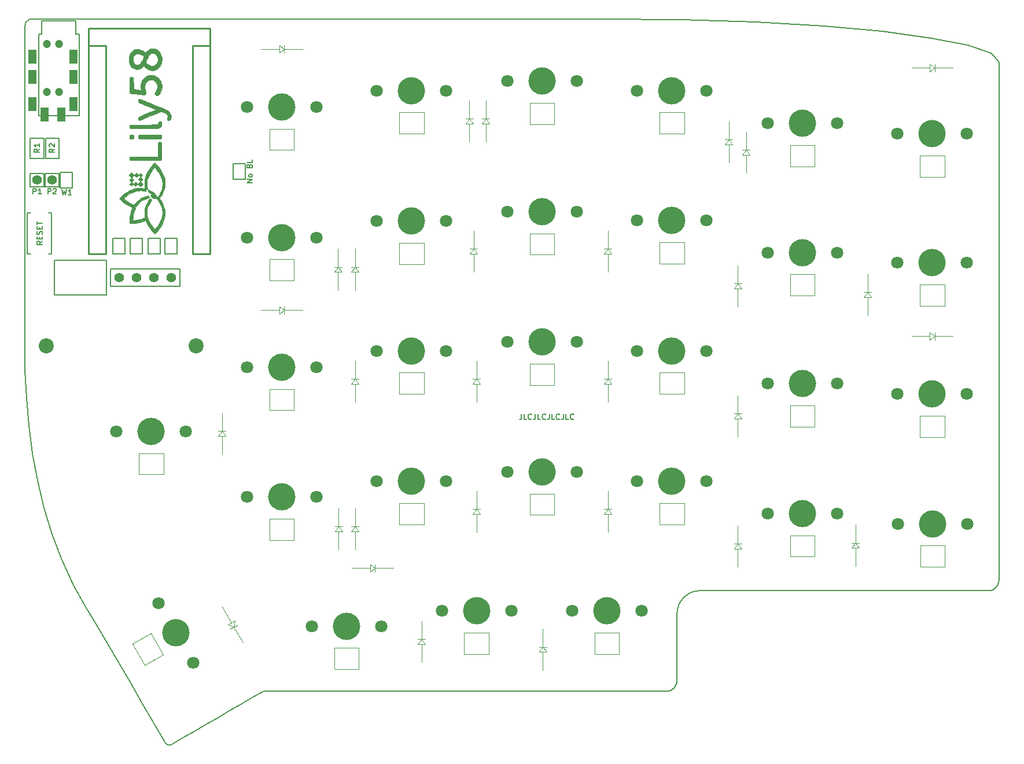
<source format=gto>
G04 #@! TF.GenerationSoftware,KiCad,Pcbnew,(5.99.0-12610-g07e01e6297)*
G04 #@! TF.CreationDate,2022-01-25T15:54:24+00:00*
G04 #@! TF.ProjectId,Lily58,4c696c79-3538-42e6-9b69-6361645f7063,rev?*
G04 #@! TF.SameCoordinates,Original*
G04 #@! TF.FileFunction,Legend,Top*
G04 #@! TF.FilePolarity,Positive*
%FSLAX46Y46*%
G04 Gerber Fmt 4.6, Leading zero omitted, Abs format (unit mm)*
G04 Created by KiCad (PCBNEW (5.99.0-12610-g07e01e6297)) date 2022-01-25 15:54:24*
%MOMM*%
%LPD*%
G01*
G04 APERTURE LIST*
G04 #@! TA.AperFunction,Profile*
%ADD10C,0.200000*%
G04 #@! TD*
%ADD11C,0.180000*%
%ADD12C,0.150000*%
%ADD13C,0.152400*%
%ADD14C,0.120000*%
%ADD15C,0.250000*%
%ADD16C,0.010000*%
G04 #@! TA.AperFunction,Profile*
%ADD17C,0.120000*%
G04 #@! TD*
%ADD18C,1.800000*%
%ADD19C,4.000000*%
%ADD20C,1.200000*%
%ADD21R,1.200000X2.100000*%
%ADD22C,2.200000*%
%ADD23C,1.397000*%
G04 APERTURE END LIST*
D10*
X104803877Y-37086762D02*
X94400000Y-37086762D01*
X82937528Y-82285296D02*
X82937528Y-75978362D01*
X82937528Y-75978362D02*
X82937528Y-69671429D01*
X82937528Y-88592229D02*
X82937528Y-82285296D01*
X177658308Y-135255660D02*
X177403500Y-135393876D01*
X83776462Y-37108075D02*
X83988210Y-37086762D01*
X93344258Y-125721062D02*
X95019952Y-128587381D01*
X224544152Y-120671952D02*
X224262495Y-120759288D01*
X162080304Y-135511658D02*
X169449826Y-135511658D01*
X225460000Y-71881623D02*
X225460000Y-81363245D01*
X112835230Y-138421062D02*
X114510925Y-137450923D01*
X111159536Y-139391201D02*
X112835230Y-138421062D01*
X94400000Y-37086762D02*
X83988210Y-37086762D01*
X91668563Y-122854742D02*
X93344258Y-125721062D01*
X178319348Y-130379933D02*
X178319348Y-131597973D01*
X89992869Y-119988423D02*
X91668563Y-122854742D01*
X178319348Y-124289735D02*
X178390391Y-123583911D01*
X225459999Y-119289735D02*
X225429552Y-119592231D01*
X125619545Y-37086762D02*
X115211711Y-37086762D01*
X125232695Y-135511658D02*
X132602217Y-135511658D01*
X225460000Y-100326490D02*
X225460000Y-109808112D01*
X181113524Y-120860778D02*
X181819348Y-120789735D01*
X225204001Y-120128696D02*
X225020912Y-120350648D01*
X225460000Y-109808112D02*
X225460000Y-119289735D01*
X218692418Y-120789735D02*
X223959999Y-120789735D01*
X103714328Y-143322532D02*
X103842470Y-143386445D01*
X197622092Y-120789735D02*
X202889673Y-120789735D01*
X224798960Y-120533736D02*
X224544152Y-120671952D01*
X103491837Y-143088150D02*
X103597295Y-143222884D01*
X208157255Y-120789735D02*
X213424836Y-120789735D01*
X82959523Y-37925015D02*
X83020657Y-37727855D01*
X215525697Y-39885159D02*
X208420758Y-38945561D01*
X224900000Y-42700000D02*
X225460000Y-43436755D01*
X178319348Y-134011658D02*
X178288901Y-134314154D01*
X101722730Y-140052659D02*
X103398425Y-142918979D01*
X225460000Y-43436755D02*
X225460000Y-52918378D01*
X83020657Y-37727855D02*
X83117409Y-37549489D01*
X84020972Y-100690825D02*
X84747083Y-104695246D01*
X225460000Y-62400000D02*
X225460000Y-71881623D01*
X88291758Y-116318073D02*
X89992869Y-119988423D01*
X139971738Y-135511658D02*
X147341260Y-135511658D01*
X178390391Y-123583911D02*
X178594174Y-122926713D01*
X178916678Y-122332160D02*
X179343884Y-121814271D01*
X178319348Y-124289735D02*
X178319348Y-125507775D01*
X208420758Y-38945561D02*
X199807654Y-38170488D01*
X189919538Y-37585374D02*
X178989563Y-37215654D01*
X116186619Y-136480784D02*
X117862313Y-135510645D01*
X156843047Y-37086762D02*
X146435213Y-37086762D01*
X178063349Y-134850619D02*
X177880261Y-135072571D01*
X147341260Y-135511658D02*
X154710782Y-135511658D01*
X177880261Y-135072571D02*
X177658308Y-135255660D01*
X224262495Y-120759288D02*
X223959999Y-120789735D01*
X104130206Y-143404468D02*
X104288864Y-143357278D01*
X224900000Y-42700000D02*
X224278471Y-42156190D01*
X82937528Y-50750629D02*
X82937528Y-44443695D01*
X82937528Y-44443695D02*
X82937528Y-38136762D01*
X178319348Y-127943854D02*
X178319348Y-129161894D01*
X107808147Y-141331479D02*
X109483841Y-140361340D01*
X225429552Y-119592231D02*
X225342217Y-119873887D01*
X132602217Y-135511658D02*
X139971738Y-135511658D01*
X83245570Y-37394123D02*
X83400937Y-37265961D01*
X82937528Y-38136762D02*
X82959523Y-37925015D01*
X220889319Y-40963847D02*
X215525697Y-39885159D01*
X95019952Y-128587381D02*
X96695647Y-131453701D01*
X178319348Y-131597973D02*
X178319348Y-132816013D01*
X225020912Y-120350648D02*
X224798960Y-120533736D01*
X178319348Y-126725814D02*
X178319348Y-127943854D01*
X213424836Y-120789735D02*
X218692418Y-120789735D01*
X178594174Y-122926713D02*
X178916678Y-122332160D01*
X225342217Y-119873887D02*
X225204001Y-120128696D01*
X167250881Y-37086762D02*
X156843047Y-37086762D01*
X180456326Y-121064561D02*
X181113524Y-120860778D01*
X83135690Y-92617561D02*
X83490297Y-96657663D01*
X103597295Y-143222884D02*
X103714328Y-143322532D01*
X117862313Y-135510645D02*
X125232695Y-135511658D01*
X109483841Y-140361340D02*
X111159536Y-139391201D01*
X225460000Y-81363245D02*
X225460000Y-90844867D01*
X96695647Y-131453701D02*
X98371341Y-134320020D01*
X115211711Y-37086762D02*
X104803877Y-37086762D01*
X224278471Y-42156190D02*
X220889319Y-40963847D01*
X82937528Y-57057562D02*
X82937528Y-50750629D01*
X202889673Y-120789735D02*
X208157255Y-120789735D01*
X82937528Y-63364495D02*
X82937528Y-57057562D01*
X178288901Y-134314154D02*
X178201565Y-134595810D01*
X103398425Y-142918979D02*
X103491837Y-143088150D01*
X83117409Y-37549489D02*
X83245570Y-37394123D01*
X199807654Y-38170488D02*
X189919538Y-37585374D01*
X192354511Y-120789735D02*
X197622092Y-120789735D01*
X179343884Y-121814271D02*
X179861773Y-121387065D01*
X187086929Y-120789735D02*
X192354511Y-120789735D01*
X178201565Y-134595810D02*
X178063349Y-134850619D01*
X178319348Y-125507775D02*
X178319348Y-126725814D01*
X100047036Y-137186340D02*
X101722730Y-140052659D01*
X178319348Y-132816013D02*
X178319348Y-134011658D01*
X103981252Y-143413974D02*
X104130206Y-143404468D01*
X225460000Y-90844867D02*
X225460000Y-100326490D01*
X104456758Y-143271756D02*
X106132452Y-142301617D01*
X146435213Y-37086762D02*
X136027379Y-37086762D01*
X98371341Y-134320020D02*
X100047036Y-137186340D01*
X178989563Y-37215654D02*
X167250881Y-37086762D01*
X82937528Y-69671429D02*
X82937528Y-63364495D01*
X225460000Y-52918378D02*
X225460000Y-62400000D01*
X103842470Y-143386445D02*
X103981252Y-143413974D01*
X177121844Y-135481211D02*
X176819348Y-135511658D01*
X136027379Y-37086762D02*
X125619545Y-37086762D01*
X154710782Y-135511658D02*
X162080304Y-135511658D01*
X169449826Y-135511658D02*
X176819348Y-135511658D01*
X177403500Y-135393876D02*
X177121844Y-135481211D01*
X104288864Y-143357278D02*
X104456758Y-143271756D01*
X114510925Y-137450923D02*
X116186619Y-136480784D01*
X84747083Y-104695246D02*
X85688004Y-108649127D01*
X86863105Y-112530670D02*
X88291758Y-116318073D01*
X179861773Y-121387065D02*
X180456326Y-121064561D01*
X83579303Y-37169210D02*
X83776462Y-37108075D01*
X85688004Y-108649127D02*
X86863105Y-112530670D01*
X106132452Y-142301617D02*
X107808147Y-141331479D01*
X83400937Y-37265961D02*
X83579303Y-37169210D01*
X83490297Y-96657663D02*
X84020972Y-100690825D01*
X181819348Y-120789735D02*
X187086929Y-120789735D01*
X82937528Y-88592229D02*
X83135690Y-92617561D01*
X178319348Y-129161894D02*
X178319348Y-130379933D01*
D11*
X155562761Y-94938904D02*
X155562761Y-95510333D01*
X155524666Y-95624619D01*
X155448476Y-95700809D01*
X155334190Y-95738904D01*
X155258000Y-95738904D01*
X156324666Y-95738904D02*
X155943714Y-95738904D01*
X155943714Y-94938904D01*
X157048476Y-95662714D02*
X157010380Y-95700809D01*
X156896095Y-95738904D01*
X156819904Y-95738904D01*
X156705619Y-95700809D01*
X156629428Y-95624619D01*
X156591333Y-95548428D01*
X156553238Y-95396047D01*
X156553238Y-95281761D01*
X156591333Y-95129380D01*
X156629428Y-95053190D01*
X156705619Y-94977000D01*
X156819904Y-94938904D01*
X156896095Y-94938904D01*
X157010380Y-94977000D01*
X157048476Y-95015095D01*
X157619904Y-94938904D02*
X157619904Y-95510333D01*
X157581809Y-95624619D01*
X157505619Y-95700809D01*
X157391333Y-95738904D01*
X157315142Y-95738904D01*
X158381809Y-95738904D02*
X158000857Y-95738904D01*
X158000857Y-94938904D01*
X159105619Y-95662714D02*
X159067523Y-95700809D01*
X158953238Y-95738904D01*
X158877047Y-95738904D01*
X158762761Y-95700809D01*
X158686571Y-95624619D01*
X158648476Y-95548428D01*
X158610380Y-95396047D01*
X158610380Y-95281761D01*
X158648476Y-95129380D01*
X158686571Y-95053190D01*
X158762761Y-94977000D01*
X158877047Y-94938904D01*
X158953238Y-94938904D01*
X159067523Y-94977000D01*
X159105619Y-95015095D01*
X159677047Y-94938904D02*
X159677047Y-95510333D01*
X159638952Y-95624619D01*
X159562761Y-95700809D01*
X159448476Y-95738904D01*
X159372285Y-95738904D01*
X160438952Y-95738904D02*
X160058000Y-95738904D01*
X160058000Y-94938904D01*
X161162761Y-95662714D02*
X161124666Y-95700809D01*
X161010380Y-95738904D01*
X160934190Y-95738904D01*
X160819904Y-95700809D01*
X160743714Y-95624619D01*
X160705619Y-95548428D01*
X160667523Y-95396047D01*
X160667523Y-95281761D01*
X160705619Y-95129380D01*
X160743714Y-95053190D01*
X160819904Y-94977000D01*
X160934190Y-94938904D01*
X161010380Y-94938904D01*
X161124666Y-94977000D01*
X161162761Y-95015095D01*
X161734190Y-94938904D02*
X161734190Y-95510333D01*
X161696095Y-95624619D01*
X161619904Y-95700809D01*
X161505619Y-95738904D01*
X161429428Y-95738904D01*
X162496095Y-95738904D02*
X162115142Y-95738904D01*
X162115142Y-94938904D01*
X163219904Y-95662714D02*
X163181809Y-95700809D01*
X163067523Y-95738904D01*
X162991333Y-95738904D01*
X162877047Y-95700809D01*
X162800857Y-95624619D01*
X162762761Y-95548428D01*
X162724666Y-95396047D01*
X162724666Y-95281761D01*
X162762761Y-95129380D01*
X162800857Y-95053190D01*
X162877047Y-94977000D01*
X162991333Y-94938904D01*
X163067523Y-94938904D01*
X163181809Y-94977000D01*
X163219904Y-95015095D01*
X116185904Y-61055047D02*
X115385904Y-61055047D01*
X116185904Y-60597904D01*
X115385904Y-60597904D01*
X116185904Y-60102666D02*
X116147809Y-60178857D01*
X116109714Y-60216952D01*
X116033523Y-60255047D01*
X115804952Y-60255047D01*
X115728761Y-60216952D01*
X115690666Y-60178857D01*
X115652571Y-60102666D01*
X115652571Y-59988380D01*
X115690666Y-59912190D01*
X115728761Y-59874095D01*
X115804952Y-59836000D01*
X116033523Y-59836000D01*
X116109714Y-59874095D01*
X116147809Y-59912190D01*
X116185904Y-59988380D01*
X116185904Y-60102666D01*
X115766857Y-58616952D02*
X115804952Y-58502666D01*
X115843047Y-58464571D01*
X115919238Y-58426476D01*
X116033523Y-58426476D01*
X116109714Y-58464571D01*
X116147809Y-58502666D01*
X116185904Y-58578857D01*
X116185904Y-58883619D01*
X115385904Y-58883619D01*
X115385904Y-58616952D01*
X115424000Y-58540761D01*
X115462095Y-58502666D01*
X115538285Y-58464571D01*
X115614476Y-58464571D01*
X115690666Y-58502666D01*
X115728761Y-58540761D01*
X115766857Y-58616952D01*
X115766857Y-58883619D01*
X116185904Y-57702666D02*
X116185904Y-58083619D01*
X115385904Y-58083619D01*
D12*
X85067695Y-56135466D02*
X84680647Y-56406400D01*
X85067695Y-56599923D02*
X84254895Y-56599923D01*
X84254895Y-56290285D01*
X84293600Y-56212876D01*
X84332304Y-56174171D01*
X84409714Y-56135466D01*
X84525828Y-56135466D01*
X84603238Y-56174171D01*
X84641942Y-56212876D01*
X84680647Y-56290285D01*
X84680647Y-56599923D01*
X85067695Y-55361371D02*
X85067695Y-55825828D01*
X85067695Y-55593600D02*
X84254895Y-55593600D01*
X84371009Y-55671009D01*
X84448419Y-55748419D01*
X84487123Y-55825828D01*
X87267695Y-56135466D02*
X86880647Y-56406400D01*
X87267695Y-56599923D02*
X86454895Y-56599923D01*
X86454895Y-56290285D01*
X86493600Y-56212876D01*
X86532304Y-56174171D01*
X86609714Y-56135466D01*
X86725828Y-56135466D01*
X86803238Y-56174171D01*
X86841942Y-56212876D01*
X86880647Y-56290285D01*
X86880647Y-56599923D01*
X86532304Y-55825828D02*
X86493600Y-55787123D01*
X86454895Y-55709714D01*
X86454895Y-55516190D01*
X86493600Y-55438780D01*
X86532304Y-55400076D01*
X86609714Y-55361371D01*
X86687123Y-55361371D01*
X86803238Y-55400076D01*
X87267695Y-55864533D01*
X87267695Y-55361371D01*
X85451904Y-69661904D02*
X85070952Y-69928571D01*
X85451904Y-70119047D02*
X84651904Y-70119047D01*
X84651904Y-69814285D01*
X84690000Y-69738095D01*
X84728095Y-69700000D01*
X84804285Y-69661904D01*
X84918571Y-69661904D01*
X84994761Y-69700000D01*
X85032857Y-69738095D01*
X85070952Y-69814285D01*
X85070952Y-70119047D01*
X85032857Y-69319047D02*
X85032857Y-69052380D01*
X85451904Y-68938095D02*
X85451904Y-69319047D01*
X84651904Y-69319047D01*
X84651904Y-68938095D01*
X85413809Y-68633333D02*
X85451904Y-68519047D01*
X85451904Y-68328571D01*
X85413809Y-68252380D01*
X85375714Y-68214285D01*
X85299523Y-68176190D01*
X85223333Y-68176190D01*
X85147142Y-68214285D01*
X85109047Y-68252380D01*
X85070952Y-68328571D01*
X85032857Y-68480952D01*
X84994761Y-68557142D01*
X84956666Y-68595238D01*
X84880476Y-68633333D01*
X84804285Y-68633333D01*
X84728095Y-68595238D01*
X84690000Y-68557142D01*
X84651904Y-68480952D01*
X84651904Y-68290476D01*
X84690000Y-68176190D01*
X85032857Y-67833333D02*
X85032857Y-67566666D01*
X85451904Y-67452380D02*
X85451904Y-67833333D01*
X84651904Y-67833333D01*
X84651904Y-67452380D01*
X84651904Y-67223809D02*
X84651904Y-66766666D01*
X85451904Y-66995238D02*
X84651904Y-66995238D01*
D13*
X88291609Y-62038895D02*
X88485133Y-62851695D01*
X88639952Y-62271123D01*
X88794771Y-62851695D01*
X88988295Y-62038895D01*
X89723685Y-62851695D02*
X89259228Y-62851695D01*
X89491457Y-62851695D02*
X89491457Y-62038895D01*
X89414047Y-62155009D01*
X89336638Y-62232419D01*
X89259228Y-62271123D01*
D12*
X86268076Y-62724695D02*
X86268076Y-61911895D01*
X86577714Y-61911895D01*
X86655123Y-61950600D01*
X86693828Y-61989304D01*
X86732533Y-62066714D01*
X86732533Y-62182828D01*
X86693828Y-62260238D01*
X86655123Y-62298942D01*
X86577714Y-62337647D01*
X86268076Y-62337647D01*
X87042171Y-61989304D02*
X87080876Y-61950600D01*
X87158285Y-61911895D01*
X87351809Y-61911895D01*
X87429219Y-61950600D01*
X87467923Y-61989304D01*
X87506628Y-62066714D01*
X87506628Y-62144123D01*
X87467923Y-62260238D01*
X87003466Y-62724695D01*
X87506628Y-62724695D01*
X84109076Y-62724695D02*
X84109076Y-61911895D01*
X84418714Y-61911895D01*
X84496123Y-61950600D01*
X84534828Y-61989304D01*
X84573533Y-62066714D01*
X84573533Y-62182828D01*
X84534828Y-62260238D01*
X84496123Y-62298942D01*
X84418714Y-62337647D01*
X84109076Y-62337647D01*
X85347628Y-62724695D02*
X84883171Y-62724695D01*
X85115400Y-62724695D02*
X85115400Y-61911895D01*
X85037990Y-62028009D01*
X84960580Y-62105419D01*
X84883171Y-62144123D01*
D14*
X120173000Y-41529000D02*
X117488000Y-41529000D01*
X120173000Y-40979000D02*
X120173000Y-42079000D01*
X120873000Y-41529000D02*
X123563000Y-41529000D01*
X120873000Y-40979000D02*
X120873000Y-42079000D01*
X120173000Y-42079000D02*
X120873000Y-41529000D01*
X120873000Y-41529000D02*
X120173000Y-40979000D01*
X147955000Y-51720000D02*
X147955000Y-49030000D01*
X147405000Y-51720000D02*
X148505000Y-51720000D01*
X147405000Y-52420000D02*
X148505000Y-52420000D01*
X147955000Y-52420000D02*
X147955000Y-55105000D01*
X147955000Y-51720000D02*
X147405000Y-52420000D01*
X148505000Y-52420000D02*
X147955000Y-51720000D01*
X149818000Y-52420000D02*
X150918000Y-52420000D01*
X150918000Y-52420000D02*
X150368000Y-51720000D01*
X149818000Y-51720000D02*
X150918000Y-51720000D01*
X150368000Y-51720000D02*
X150368000Y-49030000D01*
X150368000Y-52420000D02*
X150368000Y-55105000D01*
X150368000Y-51720000D02*
X149818000Y-52420000D01*
X185378000Y-55468000D02*
X186478000Y-55468000D01*
X185928000Y-54768000D02*
X185378000Y-55468000D01*
X185378000Y-54768000D02*
X186478000Y-54768000D01*
X185928000Y-55468000D02*
X185928000Y-58153000D01*
X185928000Y-54768000D02*
X185928000Y-52078000D01*
X186478000Y-55468000D02*
X185928000Y-54768000D01*
X187918000Y-56292000D02*
X189018000Y-56292000D01*
X188468000Y-56292000D02*
X187918000Y-56992000D01*
X189018000Y-56992000D02*
X188468000Y-56292000D01*
X188468000Y-56992000D02*
X188468000Y-59677000D01*
X188468000Y-56292000D02*
X188468000Y-53602000D01*
X187918000Y-56992000D02*
X189018000Y-56992000D01*
X215350000Y-43700000D02*
X215350000Y-44800000D01*
X215350000Y-44800000D02*
X216050000Y-44250000D01*
X216050000Y-44250000D02*
X215350000Y-43700000D01*
X215350000Y-44250000D02*
X212665000Y-44250000D01*
X216050000Y-43700000D02*
X216050000Y-44800000D01*
X216050000Y-44250000D02*
X218740000Y-44250000D01*
X129300000Y-74168750D02*
X128750000Y-73468750D01*
X128200000Y-74168750D02*
X129300000Y-74168750D01*
X128750000Y-73468750D02*
X128750000Y-70778750D01*
X128750000Y-73468750D02*
X128200000Y-74168750D01*
X128200000Y-73468750D02*
X129300000Y-73468750D01*
X128750000Y-74168750D02*
X128750000Y-76853750D01*
X131252540Y-73468750D02*
X131252540Y-70778750D01*
X131252540Y-73468750D02*
X130702540Y-74168750D01*
X130702540Y-74168750D02*
X131802540Y-74168750D01*
X130702540Y-73468750D02*
X131802540Y-73468750D01*
X131252540Y-74168750D02*
X131252540Y-76853750D01*
X131802540Y-74168750D02*
X131252540Y-73468750D01*
X148590000Y-71470000D02*
X148590000Y-74155000D01*
X149140000Y-71470000D02*
X148590000Y-70770000D01*
X148590000Y-70770000D02*
X148040000Y-71470000D01*
X148040000Y-70770000D02*
X149140000Y-70770000D01*
X148590000Y-70770000D02*
X148590000Y-68080000D01*
X148040000Y-71470000D02*
X149140000Y-71470000D01*
X167700000Y-71470000D02*
X168800000Y-71470000D01*
X168250000Y-70770000D02*
X168250000Y-68080000D01*
X168250000Y-71470000D02*
X168250000Y-74155000D01*
X168250000Y-70770000D02*
X167700000Y-71470000D01*
X168800000Y-71470000D02*
X168250000Y-70770000D01*
X167700000Y-70770000D02*
X168800000Y-70770000D01*
X187250000Y-75850000D02*
X187250000Y-73160000D01*
X187250000Y-76550000D02*
X187250000Y-79235000D01*
X186700000Y-75850000D02*
X187800000Y-75850000D01*
X187250000Y-75850000D02*
X186700000Y-76550000D01*
X187800000Y-76550000D02*
X187250000Y-75850000D01*
X186700000Y-76550000D02*
X187800000Y-76550000D01*
X205700000Y-77820000D02*
X206800000Y-77820000D01*
X206250000Y-77120000D02*
X206250000Y-74430000D01*
X206250000Y-77820000D02*
X206250000Y-80505000D01*
X206800000Y-77820000D02*
X206250000Y-77120000D01*
X206250000Y-77120000D02*
X205700000Y-77820000D01*
X205700000Y-77120000D02*
X206800000Y-77120000D01*
X120873000Y-79206000D02*
X120873000Y-80306000D01*
X120873000Y-79756000D02*
X120173000Y-79206000D01*
X120173000Y-79206000D02*
X120173000Y-80306000D01*
X120873000Y-79756000D02*
X123563000Y-79756000D01*
X120173000Y-79756000D02*
X117488000Y-79756000D01*
X120173000Y-80306000D02*
X120873000Y-79756000D01*
X131250000Y-90520000D02*
X131250000Y-93205000D01*
X130700000Y-89820000D02*
X131800000Y-89820000D01*
X131800000Y-90520000D02*
X131250000Y-89820000D01*
X130700000Y-90520000D02*
X131800000Y-90520000D01*
X131250000Y-89820000D02*
X130700000Y-90520000D01*
X131250000Y-89820000D02*
X131250000Y-87130000D01*
X149000000Y-90520000D02*
X149000000Y-93205000D01*
X148450000Y-89820000D02*
X149550000Y-89820000D01*
X149550000Y-90520000D02*
X149000000Y-89820000D01*
X149000000Y-89820000D02*
X148450000Y-90520000D01*
X149000000Y-89820000D02*
X149000000Y-87130000D01*
X148450000Y-90520000D02*
X149550000Y-90520000D01*
X167700000Y-89820000D02*
X168800000Y-89820000D01*
X167700000Y-90520000D02*
X168800000Y-90520000D01*
X168250000Y-89820000D02*
X168250000Y-87130000D01*
X168250000Y-89820000D02*
X167700000Y-90520000D01*
X168250000Y-90520000D02*
X168250000Y-93205000D01*
X168800000Y-90520000D02*
X168250000Y-89820000D01*
X187800000Y-95600000D02*
X187250000Y-94900000D01*
X186700000Y-95600000D02*
X187800000Y-95600000D01*
X187250000Y-94900000D02*
X186700000Y-95600000D01*
X187250000Y-95600000D02*
X187250000Y-98285000D01*
X186700000Y-94900000D02*
X187800000Y-94900000D01*
X187250000Y-94900000D02*
X187250000Y-92210000D01*
X216050000Y-83566000D02*
X215350000Y-83016000D01*
X216050000Y-83566000D02*
X218740000Y-83566000D01*
X215350000Y-83566000D02*
X212665000Y-83566000D01*
X215350000Y-84116000D02*
X216050000Y-83566000D01*
X215350000Y-83016000D02*
X215350000Y-84116000D01*
X216050000Y-83016000D02*
X216050000Y-84116000D01*
X128800000Y-112110000D02*
X128800000Y-114795000D01*
X128800000Y-111410000D02*
X128250000Y-112110000D01*
X128250000Y-111410000D02*
X129350000Y-111410000D01*
X128250000Y-112110000D02*
X129350000Y-112110000D01*
X129350000Y-112110000D02*
X128800000Y-111410000D01*
X128800000Y-111410000D02*
X128800000Y-108720000D01*
X131250000Y-111410000D02*
X130700000Y-112110000D01*
X131250000Y-112110000D02*
X131250000Y-114795000D01*
X130700000Y-111410000D02*
X131800000Y-111410000D01*
X131800000Y-112110000D02*
X131250000Y-111410000D01*
X130700000Y-112110000D02*
X131800000Y-112110000D01*
X131250000Y-111410000D02*
X131250000Y-108720000D01*
X148450000Y-109570000D02*
X149550000Y-109570000D01*
X149000000Y-109570000D02*
X149000000Y-112255000D01*
X149000000Y-108870000D02*
X149000000Y-106180000D01*
X149000000Y-108870000D02*
X148450000Y-109570000D01*
X149550000Y-109570000D02*
X149000000Y-108870000D01*
X148450000Y-108870000D02*
X149550000Y-108870000D01*
X167700000Y-109570000D02*
X168800000Y-109570000D01*
X168250000Y-108870000D02*
X167700000Y-109570000D01*
X168800000Y-109570000D02*
X168250000Y-108870000D01*
X168250000Y-109570000D02*
X168250000Y-112255000D01*
X167700000Y-108870000D02*
X168800000Y-108870000D01*
X168250000Y-108870000D02*
X168250000Y-106180000D01*
X186700000Y-114650000D02*
X187800000Y-114650000D01*
X187250000Y-113950000D02*
X187250000Y-111260000D01*
X186700000Y-113950000D02*
X187800000Y-113950000D01*
X187250000Y-114650000D02*
X187250000Y-117335000D01*
X187800000Y-114650000D02*
X187250000Y-113950000D01*
X187250000Y-113950000D02*
X186700000Y-114650000D01*
X205020000Y-114520000D02*
X204470000Y-113820000D01*
X204470000Y-114520000D02*
X204470000Y-117205000D01*
X204470000Y-113820000D02*
X204470000Y-111130000D01*
X203920000Y-114520000D02*
X205020000Y-114520000D01*
X203920000Y-113820000D02*
X205020000Y-113820000D01*
X204470000Y-113820000D02*
X203920000Y-114520000D01*
X111760000Y-98140000D02*
X111760000Y-100825000D01*
X112310000Y-98140000D02*
X111760000Y-97440000D01*
X111760000Y-97440000D02*
X111760000Y-94750000D01*
X111760000Y-97440000D02*
X111210000Y-98140000D01*
X111210000Y-97440000D02*
X112310000Y-97440000D01*
X111210000Y-98140000D02*
X112310000Y-98140000D01*
X113475000Y-126103109D02*
X114820000Y-128432717D01*
X113951314Y-125828109D02*
X112998686Y-126378109D01*
X112648686Y-125771891D02*
X113475000Y-126103109D01*
X113601314Y-125221891D02*
X112648686Y-125771891D01*
X113475000Y-126103109D02*
X113601314Y-125221891D01*
X113125000Y-125496891D02*
X111782500Y-123171613D01*
X134150000Y-117500000D02*
X133450000Y-116950000D01*
X134150000Y-116950000D02*
X134150000Y-118050000D01*
X133450000Y-116950000D02*
X133450000Y-118050000D01*
X133450000Y-117500000D02*
X130765000Y-117500000D01*
X133450000Y-118050000D02*
X134150000Y-117500000D01*
X134150000Y-117500000D02*
X136840000Y-117500000D01*
X140420000Y-127920000D02*
X141520000Y-127920000D01*
X140970000Y-128620000D02*
X140970000Y-131305000D01*
X140970000Y-127920000D02*
X140970000Y-125230000D01*
X140970000Y-127920000D02*
X140420000Y-128620000D01*
X141520000Y-128620000D02*
X140970000Y-127920000D01*
X140420000Y-128620000D02*
X141520000Y-128620000D01*
X158700000Y-129060000D02*
X158700000Y-126370000D01*
X158700000Y-129060000D02*
X158150000Y-129760000D01*
X159250000Y-129760000D02*
X158700000Y-129060000D01*
X158150000Y-129060000D02*
X159250000Y-129060000D01*
X158700000Y-129760000D02*
X158700000Y-132445000D01*
X158150000Y-129760000D02*
X159250000Y-129760000D01*
D12*
X83687275Y-57540412D02*
X85688795Y-57540412D01*
X85688795Y-57540412D02*
X85688795Y-54538132D01*
X83687275Y-54538132D02*
X83687275Y-57540412D01*
X85688795Y-54538132D02*
X83687275Y-54538132D01*
X87938795Y-57540412D02*
X87938795Y-54538132D01*
X85937275Y-54538132D02*
X85937275Y-57540412D01*
X85937275Y-57540412D02*
X87938795Y-57540412D01*
X87938795Y-54538132D02*
X85937275Y-54538132D01*
X90900000Y-39300000D02*
X90900000Y-51300000D01*
X90900000Y-51300000D02*
X84900000Y-51300000D01*
X84900000Y-39300000D02*
X85400000Y-39300000D01*
X85400000Y-39300000D02*
X85400000Y-37400000D01*
X84900000Y-51300000D02*
X84900000Y-39300000D01*
X90400000Y-39300000D02*
X90400000Y-37400000D01*
X90900000Y-39300000D02*
X90400000Y-39300000D01*
X85400000Y-37400000D02*
X90400000Y-37400000D01*
X86790000Y-65500000D02*
X86390000Y-65500000D01*
X86790000Y-71500000D02*
X86390000Y-71500000D01*
X83290000Y-65500000D02*
X83790000Y-65500000D01*
X83290000Y-71500000D02*
X83790000Y-71500000D01*
X83290000Y-65500000D02*
X83290000Y-71500000D01*
X86790000Y-71500000D02*
X86790000Y-65500000D01*
D15*
X94748815Y-71535745D02*
X94748815Y-41055745D01*
X92208815Y-38515745D02*
X92208815Y-71535745D01*
X94748815Y-41055745D02*
X92208815Y-41055745D01*
X109988815Y-41055745D02*
X107448815Y-41055745D01*
X109988815Y-71535745D02*
X109988815Y-38515745D01*
X107448815Y-71535745D02*
X109988815Y-71535745D01*
D12*
X109988815Y-71535745D02*
X109988815Y-41055745D01*
D15*
X107448815Y-41055745D02*
X107448815Y-71535745D01*
X109988815Y-38515745D02*
X92208815Y-38515745D01*
D12*
X92208815Y-41055745D02*
X92208815Y-71535745D01*
D15*
X92208815Y-71535745D02*
X94748815Y-71535745D01*
D12*
X98311000Y-69257000D02*
X100089000Y-69257000D01*
X100089000Y-69257000D02*
X100089000Y-71543000D01*
X98311000Y-71543000D02*
X98311000Y-69257000D01*
X100089000Y-71543000D02*
X98311000Y-71543000D01*
X97589000Y-71543000D02*
X95811000Y-71543000D01*
X97589000Y-69257000D02*
X97589000Y-71543000D01*
X95811000Y-71543000D02*
X95811000Y-69257000D01*
X95811000Y-69257000D02*
X97589000Y-69257000D01*
X95430000Y-76270000D02*
X105590000Y-76270000D01*
X95430000Y-76270000D02*
X95430000Y-73730000D01*
X95430000Y-73730000D02*
X105590000Y-73730000D01*
X105590000Y-73730000D02*
X105590000Y-76270000D01*
X100911000Y-71543000D02*
X100911000Y-69257000D01*
X102689000Y-69257000D02*
X102689000Y-71543000D01*
X102689000Y-71543000D02*
X100911000Y-71543000D01*
X100911000Y-69257000D02*
X102689000Y-69257000D01*
X105189000Y-69257000D02*
X105189000Y-71543000D01*
X105189000Y-71543000D02*
X103411000Y-71543000D01*
X103411000Y-69257000D02*
X105189000Y-69257000D01*
X103411000Y-71543000D02*
X103411000Y-69257000D01*
X87213973Y-72453759D02*
X94833973Y-72453759D01*
X87213973Y-77533759D02*
X87213973Y-72453759D01*
X94833973Y-72453759D02*
X94833973Y-77533759D01*
X94833973Y-77533759D02*
X87213973Y-77533759D01*
D16*
X99456054Y-61251758D02*
X99494297Y-61207277D01*
X99494297Y-61207277D02*
X99549017Y-61148907D01*
X99549017Y-61148907D02*
X99612835Y-61083992D01*
X99612835Y-61083992D02*
X99678372Y-61019875D01*
X99678372Y-61019875D02*
X99738247Y-60963898D01*
X99738247Y-60963898D02*
X99785083Y-60923405D01*
X99785083Y-60923405D02*
X99811501Y-60905738D01*
X99811501Y-60905738D02*
X99812992Y-60905500D01*
X99812992Y-60905500D02*
X99836242Y-60919888D01*
X99836242Y-60919888D02*
X99880723Y-60958132D01*
X99880723Y-60958132D02*
X99939093Y-61012852D01*
X99939093Y-61012852D02*
X100004008Y-61076670D01*
X100004008Y-61076670D02*
X100068125Y-61142206D01*
X100068125Y-61142206D02*
X100124102Y-61202082D01*
X100124102Y-61202082D02*
X100164595Y-61248918D01*
X100164595Y-61248918D02*
X100182262Y-61275335D01*
X100182262Y-61275335D02*
X100182500Y-61276827D01*
X100182500Y-61276827D02*
X100168291Y-61299302D01*
X100168291Y-61299302D02*
X100129665Y-61344522D01*
X100129665Y-61344522D02*
X100072625Y-61405790D01*
X100072625Y-61405790D02*
X100007432Y-61472176D01*
X100007432Y-61472176D02*
X99936812Y-61540718D01*
X99936812Y-61540718D02*
X99875999Y-61596564D01*
X99875999Y-61596564D02*
X99831721Y-61633743D01*
X99831721Y-61633743D02*
X99811173Y-61646334D01*
X99811173Y-61646334D02*
X99787924Y-61631946D01*
X99787924Y-61631946D02*
X99743442Y-61593703D01*
X99743442Y-61593703D02*
X99685073Y-61538983D01*
X99685073Y-61538983D02*
X99620158Y-61475165D01*
X99620158Y-61475165D02*
X99556041Y-61409628D01*
X99556041Y-61409628D02*
X99500064Y-61349753D01*
X99500064Y-61349753D02*
X99459571Y-61302917D01*
X99459571Y-61302917D02*
X99441904Y-61276499D01*
X99441904Y-61276499D02*
X99441666Y-61275008D01*
X99441666Y-61275008D02*
X99456054Y-61251758D01*
X99456054Y-61251758D02*
X99456054Y-61251758D01*
G36*
X99836242Y-60919888D02*
G01*
X99880723Y-60958132D01*
X99939093Y-61012852D01*
X100004008Y-61076670D01*
X100068125Y-61142206D01*
X100124102Y-61202082D01*
X100164595Y-61248918D01*
X100182262Y-61275335D01*
X100182500Y-61276827D01*
X100168291Y-61299302D01*
X100129665Y-61344522D01*
X100072625Y-61405790D01*
X100007432Y-61472176D01*
X99936812Y-61540718D01*
X99875999Y-61596564D01*
X99831721Y-61633743D01*
X99811173Y-61646334D01*
X99787924Y-61631946D01*
X99743442Y-61593703D01*
X99685073Y-61538983D01*
X99620158Y-61475165D01*
X99556041Y-61409628D01*
X99500064Y-61349753D01*
X99459571Y-61302917D01*
X99441904Y-61276499D01*
X99441666Y-61275008D01*
X99456054Y-61251758D01*
X99494297Y-61207277D01*
X99549017Y-61148907D01*
X99612835Y-61083992D01*
X99678372Y-61019875D01*
X99738247Y-60963898D01*
X99785083Y-60923405D01*
X99811501Y-60905738D01*
X99812992Y-60905500D01*
X99836242Y-60919888D01*
G37*
X99836242Y-60919888D02*
X99880723Y-60958132D01*
X99939093Y-61012852D01*
X100004008Y-61076670D01*
X100068125Y-61142206D01*
X100124102Y-61202082D01*
X100164595Y-61248918D01*
X100182262Y-61275335D01*
X100182500Y-61276827D01*
X100168291Y-61299302D01*
X100129665Y-61344522D01*
X100072625Y-61405790D01*
X100007432Y-61472176D01*
X99936812Y-61540718D01*
X99875999Y-61596564D01*
X99831721Y-61633743D01*
X99811173Y-61646334D01*
X99787924Y-61631946D01*
X99743442Y-61593703D01*
X99685073Y-61538983D01*
X99620158Y-61475165D01*
X99556041Y-61409628D01*
X99500064Y-61349753D01*
X99459571Y-61302917D01*
X99441904Y-61276499D01*
X99441666Y-61275008D01*
X99456054Y-61251758D01*
X99494297Y-61207277D01*
X99549017Y-61148907D01*
X99612835Y-61083992D01*
X99678372Y-61019875D01*
X99738247Y-60963898D01*
X99785083Y-60923405D01*
X99811501Y-60905738D01*
X99812992Y-60905500D01*
X99836242Y-60919888D01*
X99507723Y-54265176D02*
X99518886Y-54215703D01*
X99518886Y-54215703D02*
X99543898Y-54176389D01*
X99543898Y-54176389D02*
X99567038Y-54151706D01*
X99567038Y-54151706D02*
X99628910Y-54089834D01*
X99628910Y-54089834D02*
X102783639Y-54089834D01*
X102783639Y-54089834D02*
X102842191Y-54140199D01*
X102842191Y-54140199D02*
X102874167Y-54172516D01*
X102874167Y-54172516D02*
X102892834Y-54209289D01*
X102892834Y-54209289D02*
X102902569Y-54263696D01*
X102902569Y-54263696D02*
X102907192Y-54335990D01*
X102907192Y-54335990D02*
X102906081Y-54444274D01*
X102906081Y-54444274D02*
X102890961Y-54518240D01*
X102890961Y-54518240D02*
X102882070Y-54537380D01*
X102882070Y-54537380D02*
X102839356Y-54584335D01*
X102839356Y-54584335D02*
X102783341Y-54616755D01*
X102783341Y-54616755D02*
X102751300Y-54621859D01*
X102751300Y-54621859D02*
X102685655Y-54626298D01*
X102685655Y-54626298D02*
X102585313Y-54630091D01*
X102585313Y-54630091D02*
X102449177Y-54633252D01*
X102449177Y-54633252D02*
X102276152Y-54635800D01*
X102276152Y-54635800D02*
X102065142Y-54637748D01*
X102065142Y-54637748D02*
X101815051Y-54639115D01*
X101815051Y-54639115D02*
X101524785Y-54639916D01*
X101524785Y-54639916D02*
X101205244Y-54640167D01*
X101205244Y-54640167D02*
X100903776Y-54640144D01*
X100903776Y-54640144D02*
X100641785Y-54639941D01*
X100641785Y-54639941D02*
X100416416Y-54639361D01*
X100416416Y-54639361D02*
X100224813Y-54638205D01*
X100224813Y-54638205D02*
X100064119Y-54636273D01*
X100064119Y-54636273D02*
X99931480Y-54633368D01*
X99931480Y-54633368D02*
X99824039Y-54629291D01*
X99824039Y-54629291D02*
X99738941Y-54623843D01*
X99738941Y-54623843D02*
X99673329Y-54616826D01*
X99673329Y-54616826D02*
X99624349Y-54608040D01*
X99624349Y-54608040D02*
X99589143Y-54597288D01*
X99589143Y-54597288D02*
X99564857Y-54584371D01*
X99564857Y-54584371D02*
X99548634Y-54569090D01*
X99548634Y-54569090D02*
X99537618Y-54551247D01*
X99537618Y-54551247D02*
X99528954Y-54530642D01*
X99528954Y-54530642D02*
X99526198Y-54523396D01*
X99526198Y-54523396D02*
X99514618Y-54471767D01*
X99514618Y-54471767D02*
X99506979Y-54397127D01*
X99506979Y-54397127D02*
X99505166Y-54340828D01*
X99505166Y-54340828D02*
X99507723Y-54265176D01*
X99507723Y-54265176D02*
X99507723Y-54265176D01*
G36*
X102842191Y-54140199D02*
G01*
X102874167Y-54172516D01*
X102892834Y-54209289D01*
X102902569Y-54263696D01*
X102907192Y-54335990D01*
X102906081Y-54444274D01*
X102890961Y-54518240D01*
X102882070Y-54537380D01*
X102839356Y-54584335D01*
X102783341Y-54616755D01*
X102751300Y-54621859D01*
X102685655Y-54626298D01*
X102585313Y-54630091D01*
X102449177Y-54633252D01*
X102276152Y-54635800D01*
X102065142Y-54637748D01*
X101815051Y-54639115D01*
X101524785Y-54639916D01*
X101205244Y-54640167D01*
X100903776Y-54640144D01*
X100641785Y-54639941D01*
X100416416Y-54639361D01*
X100224813Y-54638205D01*
X100064119Y-54636273D01*
X99931480Y-54633368D01*
X99824039Y-54629291D01*
X99738941Y-54623843D01*
X99673329Y-54616826D01*
X99624349Y-54608040D01*
X99589143Y-54597288D01*
X99564857Y-54584371D01*
X99548634Y-54569090D01*
X99537618Y-54551247D01*
X99528954Y-54530642D01*
X99526198Y-54523396D01*
X99514618Y-54471767D01*
X99506979Y-54397127D01*
X99505166Y-54340828D01*
X99507723Y-54265176D01*
X99518886Y-54215703D01*
X99543898Y-54176389D01*
X99567038Y-54151706D01*
X99628910Y-54089834D01*
X102783639Y-54089834D01*
X102842191Y-54140199D01*
G37*
X102842191Y-54140199D02*
X102874167Y-54172516D01*
X102892834Y-54209289D01*
X102902569Y-54263696D01*
X102907192Y-54335990D01*
X102906081Y-54444274D01*
X102890961Y-54518240D01*
X102882070Y-54537380D01*
X102839356Y-54584335D01*
X102783341Y-54616755D01*
X102751300Y-54621859D01*
X102685655Y-54626298D01*
X102585313Y-54630091D01*
X102449177Y-54633252D01*
X102276152Y-54635800D01*
X102065142Y-54637748D01*
X101815051Y-54639115D01*
X101524785Y-54639916D01*
X101205244Y-54640167D01*
X100903776Y-54640144D01*
X100641785Y-54639941D01*
X100416416Y-54639361D01*
X100224813Y-54638205D01*
X100064119Y-54636273D01*
X99931480Y-54633368D01*
X99824039Y-54629291D01*
X99738941Y-54623843D01*
X99673329Y-54616826D01*
X99624349Y-54608040D01*
X99589143Y-54597288D01*
X99564857Y-54584371D01*
X99548634Y-54569090D01*
X99537618Y-54551247D01*
X99528954Y-54530642D01*
X99526198Y-54523396D01*
X99514618Y-54471767D01*
X99506979Y-54397127D01*
X99505166Y-54340828D01*
X99507723Y-54265176D01*
X99518886Y-54215703D01*
X99543898Y-54176389D01*
X99567038Y-54151706D01*
X99628910Y-54089834D01*
X102783639Y-54089834D01*
X102842191Y-54140199D01*
X98195217Y-52778170D02*
X98204715Y-52722808D01*
X98204715Y-52722808D02*
X98224844Y-52681436D01*
X98224844Y-52681436D02*
X98243909Y-52656972D01*
X98243909Y-52656972D02*
X98294986Y-52597584D01*
X98294986Y-52597584D02*
X100260034Y-52587000D01*
X100260034Y-52587000D02*
X100594065Y-52585161D01*
X100594065Y-52585161D02*
X100888373Y-52583422D01*
X100888373Y-52583422D02*
X101145570Y-52581723D01*
X101145570Y-52581723D02*
X101368268Y-52580001D01*
X101368268Y-52580001D02*
X101559077Y-52578195D01*
X101559077Y-52578195D02*
X101720608Y-52576244D01*
X101720608Y-52576244D02*
X101855473Y-52574086D01*
X101855473Y-52574086D02*
X101966283Y-52571659D01*
X101966283Y-52571659D02*
X102055648Y-52568902D01*
X102055648Y-52568902D02*
X102126180Y-52565753D01*
X102126180Y-52565753D02*
X102180489Y-52562150D01*
X102180489Y-52562150D02*
X102221188Y-52558032D01*
X102221188Y-52558032D02*
X102250887Y-52553337D01*
X102250887Y-52553337D02*
X102272196Y-52548004D01*
X102272196Y-52548004D02*
X102287728Y-52541970D01*
X102287728Y-52541970D02*
X102293516Y-52539017D01*
X102293516Y-52539017D02*
X102365207Y-52479553D01*
X102365207Y-52479553D02*
X102412282Y-52390850D01*
X102412282Y-52390850D02*
X102432925Y-52303507D01*
X102432925Y-52303507D02*
X102453684Y-52235176D01*
X102453684Y-52235176D02*
X102487675Y-52176728D01*
X102487675Y-52176728D02*
X102492518Y-52171215D01*
X102492518Y-52171215D02*
X102524547Y-52143642D01*
X102524547Y-52143642D02*
X102563748Y-52128466D01*
X102563748Y-52128466D02*
X102623216Y-52122231D01*
X102623216Y-52122231D02*
X102681511Y-52121334D01*
X102681511Y-52121334D02*
X102785873Y-52126583D01*
X102785873Y-52126583D02*
X102855688Y-52146577D01*
X102855688Y-52146577D02*
X102897908Y-52187687D01*
X102897908Y-52187687D02*
X102919481Y-52256284D01*
X102919481Y-52256284D02*
X102926974Y-52346329D01*
X102926974Y-52346329D02*
X102926662Y-52434689D01*
X102926662Y-52434689D02*
X102920763Y-52518409D01*
X102920763Y-52518409D02*
X102912248Y-52571212D01*
X102912248Y-52571212D02*
X102857142Y-52718862D01*
X102857142Y-52718862D02*
X102771872Y-52854270D01*
X102771872Y-52854270D02*
X102664149Y-52967283D01*
X102664149Y-52967283D02*
X102555480Y-53040887D01*
X102555480Y-53040887D02*
X102524150Y-53056657D01*
X102524150Y-53056657D02*
X102493050Y-53070594D01*
X102493050Y-53070594D02*
X102459495Y-53082814D01*
X102459495Y-53082814D02*
X102420799Y-53093428D01*
X102420799Y-53093428D02*
X102374280Y-53102551D01*
X102374280Y-53102551D02*
X102317251Y-53110297D01*
X102317251Y-53110297D02*
X102247029Y-53116778D01*
X102247029Y-53116778D02*
X102160929Y-53122109D01*
X102160929Y-53122109D02*
X102056267Y-53126402D01*
X102056267Y-53126402D02*
X101930358Y-53129771D01*
X101930358Y-53129771D02*
X101780517Y-53132331D01*
X101780517Y-53132331D02*
X101604060Y-53134193D01*
X101604060Y-53134193D02*
X101398302Y-53135473D01*
X101398302Y-53135473D02*
X101160559Y-53136283D01*
X101160559Y-53136283D02*
X100888146Y-53136736D01*
X100888146Y-53136736D02*
X100578379Y-53136947D01*
X100578379Y-53136947D02*
X100281990Y-53137021D01*
X100281990Y-53137021D02*
X99945335Y-53137000D01*
X99945335Y-53137000D02*
X99648503Y-53136798D01*
X99648503Y-53136798D02*
X99388981Y-53136375D01*
X99388981Y-53136375D02*
X99164261Y-53135694D01*
X99164261Y-53135694D02*
X98971830Y-53134716D01*
X98971830Y-53134716D02*
X98809177Y-53133402D01*
X98809177Y-53133402D02*
X98673793Y-53131714D01*
X98673793Y-53131714D02*
X98563166Y-53129614D01*
X98563166Y-53129614D02*
X98474785Y-53127062D01*
X98474785Y-53127062D02*
X98406140Y-53124022D01*
X98406140Y-53124022D02*
X98354719Y-53120454D01*
X98354719Y-53120454D02*
X98318011Y-53116320D01*
X98318011Y-53116320D02*
X98293507Y-53111581D01*
X98293507Y-53111581D02*
X98279013Y-53106367D01*
X98279013Y-53106367D02*
X98238116Y-53080636D01*
X98238116Y-53080636D02*
X98212545Y-53048282D01*
X98212545Y-53048282D02*
X98198824Y-52999426D01*
X98198824Y-52999426D02*
X98193473Y-52924190D01*
X98193473Y-52924190D02*
X98192833Y-52861616D01*
X98192833Y-52861616D02*
X98195217Y-52778170D01*
X98195217Y-52778170D02*
X98195217Y-52778170D01*
G36*
X102785873Y-52126583D02*
G01*
X102855688Y-52146577D01*
X102897908Y-52187687D01*
X102919481Y-52256284D01*
X102926974Y-52346329D01*
X102926662Y-52434689D01*
X102920763Y-52518409D01*
X102912248Y-52571212D01*
X102857142Y-52718862D01*
X102771872Y-52854270D01*
X102664149Y-52967283D01*
X102555480Y-53040887D01*
X102524150Y-53056657D01*
X102493050Y-53070594D01*
X102459495Y-53082814D01*
X102420799Y-53093428D01*
X102374280Y-53102551D01*
X102317251Y-53110297D01*
X102247029Y-53116778D01*
X102160929Y-53122109D01*
X102056267Y-53126402D01*
X101930358Y-53129771D01*
X101780517Y-53132331D01*
X101604060Y-53134193D01*
X101398302Y-53135473D01*
X101160559Y-53136283D01*
X100888146Y-53136736D01*
X100578379Y-53136947D01*
X100281990Y-53137021D01*
X99945335Y-53137000D01*
X99648503Y-53136798D01*
X99388981Y-53136375D01*
X99164261Y-53135694D01*
X98971830Y-53134716D01*
X98809177Y-53133402D01*
X98673793Y-53131714D01*
X98563166Y-53129614D01*
X98474785Y-53127062D01*
X98406140Y-53124022D01*
X98354719Y-53120454D01*
X98318011Y-53116320D01*
X98293507Y-53111581D01*
X98279013Y-53106367D01*
X98238116Y-53080636D01*
X98212545Y-53048282D01*
X98198824Y-52999426D01*
X98193473Y-52924190D01*
X98192833Y-52861616D01*
X98195217Y-52778170D01*
X98204715Y-52722808D01*
X98224844Y-52681436D01*
X98243909Y-52656972D01*
X98294986Y-52597584D01*
X100260034Y-52587000D01*
X100594065Y-52585161D01*
X100888373Y-52583422D01*
X101145570Y-52581723D01*
X101368268Y-52580001D01*
X101559077Y-52578195D01*
X101720608Y-52576244D01*
X101855473Y-52574086D01*
X101966283Y-52571659D01*
X102055648Y-52568902D01*
X102126180Y-52565753D01*
X102180489Y-52562150D01*
X102221188Y-52558032D01*
X102250887Y-52553337D01*
X102272196Y-52548004D01*
X102287728Y-52541970D01*
X102293516Y-52539017D01*
X102365207Y-52479553D01*
X102412282Y-52390850D01*
X102432925Y-52303507D01*
X102453684Y-52235176D01*
X102487675Y-52176728D01*
X102492518Y-52171215D01*
X102524547Y-52143642D01*
X102563748Y-52128466D01*
X102623216Y-52122231D01*
X102681511Y-52121334D01*
X102785873Y-52126583D01*
G37*
X102785873Y-52126583D02*
X102855688Y-52146577D01*
X102897908Y-52187687D01*
X102919481Y-52256284D01*
X102926974Y-52346329D01*
X102926662Y-52434689D01*
X102920763Y-52518409D01*
X102912248Y-52571212D01*
X102857142Y-52718862D01*
X102771872Y-52854270D01*
X102664149Y-52967283D01*
X102555480Y-53040887D01*
X102524150Y-53056657D01*
X102493050Y-53070594D01*
X102459495Y-53082814D01*
X102420799Y-53093428D01*
X102374280Y-53102551D01*
X102317251Y-53110297D01*
X102247029Y-53116778D01*
X102160929Y-53122109D01*
X102056267Y-53126402D01*
X101930358Y-53129771D01*
X101780517Y-53132331D01*
X101604060Y-53134193D01*
X101398302Y-53135473D01*
X101160559Y-53136283D01*
X100888146Y-53136736D01*
X100578379Y-53136947D01*
X100281990Y-53137021D01*
X99945335Y-53137000D01*
X99648503Y-53136798D01*
X99388981Y-53136375D01*
X99164261Y-53135694D01*
X98971830Y-53134716D01*
X98809177Y-53133402D01*
X98673793Y-53131714D01*
X98563166Y-53129614D01*
X98474785Y-53127062D01*
X98406140Y-53124022D01*
X98354719Y-53120454D01*
X98318011Y-53116320D01*
X98293507Y-53111581D01*
X98279013Y-53106367D01*
X98238116Y-53080636D01*
X98212545Y-53048282D01*
X98198824Y-52999426D01*
X98193473Y-52924190D01*
X98192833Y-52861616D01*
X98195217Y-52778170D01*
X98204715Y-52722808D01*
X98224844Y-52681436D01*
X98243909Y-52656972D01*
X98294986Y-52597584D01*
X100260034Y-52587000D01*
X100594065Y-52585161D01*
X100888373Y-52583422D01*
X101145570Y-52581723D01*
X101368268Y-52580001D01*
X101559077Y-52578195D01*
X101720608Y-52576244D01*
X101855473Y-52574086D01*
X101966283Y-52571659D01*
X102055648Y-52568902D01*
X102126180Y-52565753D01*
X102180489Y-52562150D01*
X102221188Y-52558032D01*
X102250887Y-52553337D01*
X102272196Y-52548004D01*
X102287728Y-52541970D01*
X102293516Y-52539017D01*
X102365207Y-52479553D01*
X102412282Y-52390850D01*
X102432925Y-52303507D01*
X102453684Y-52235176D01*
X102487675Y-52176728D01*
X102492518Y-52171215D01*
X102524547Y-52143642D01*
X102563748Y-52128466D01*
X102623216Y-52122231D01*
X102681511Y-52121334D01*
X102785873Y-52126583D01*
X99519573Y-60531075D02*
X99557315Y-60486931D01*
X99557315Y-60486931D02*
X99610177Y-60430878D01*
X99610177Y-60430878D02*
X99669944Y-60371072D01*
X99669944Y-60371072D02*
X99728399Y-60315670D01*
X99728399Y-60315670D02*
X99777326Y-60272831D01*
X99777326Y-60272831D02*
X99808510Y-60250710D01*
X99808510Y-60250710D02*
X99813182Y-60249334D01*
X99813182Y-60249334D02*
X99837258Y-60263740D01*
X99837258Y-60263740D02*
X99881402Y-60301483D01*
X99881402Y-60301483D02*
X99937456Y-60354345D01*
X99937456Y-60354345D02*
X99997262Y-60414112D01*
X99997262Y-60414112D02*
X100052663Y-60472567D01*
X100052663Y-60472567D02*
X100095503Y-60521494D01*
X100095503Y-60521494D02*
X100117623Y-60552678D01*
X100117623Y-60552678D02*
X100119000Y-60557349D01*
X100119000Y-60557349D02*
X100104838Y-60580562D01*
X100104838Y-60580562D02*
X100066804Y-60625475D01*
X100066804Y-60625475D02*
X100011569Y-60684480D01*
X100011569Y-60684480D02*
X99975593Y-60720860D01*
X99975593Y-60720860D02*
X99911541Y-60782344D01*
X99911541Y-60782344D02*
X99857421Y-60830467D01*
X99857421Y-60830467D02*
X99820897Y-60858607D01*
X99820897Y-60858607D02*
X99810984Y-60863167D01*
X99810984Y-60863167D02*
X99786907Y-60848761D01*
X99786907Y-60848761D02*
X99742763Y-60811018D01*
X99742763Y-60811018D02*
X99686710Y-60758156D01*
X99686710Y-60758156D02*
X99626904Y-60698389D01*
X99626904Y-60698389D02*
X99571503Y-60639934D01*
X99571503Y-60639934D02*
X99528663Y-60591007D01*
X99528663Y-60591007D02*
X99506543Y-60559823D01*
X99506543Y-60559823D02*
X99505166Y-60555152D01*
X99505166Y-60555152D02*
X99519573Y-60531075D01*
X99519573Y-60531075D02*
X99519573Y-60531075D01*
G36*
X99837258Y-60263740D02*
G01*
X99881402Y-60301483D01*
X99937456Y-60354345D01*
X99997262Y-60414112D01*
X100052663Y-60472567D01*
X100095503Y-60521494D01*
X100117623Y-60552678D01*
X100119000Y-60557349D01*
X100104838Y-60580562D01*
X100066804Y-60625475D01*
X100011569Y-60684480D01*
X99975593Y-60720860D01*
X99911541Y-60782344D01*
X99857421Y-60830467D01*
X99820897Y-60858607D01*
X99810984Y-60863167D01*
X99786907Y-60848761D01*
X99742763Y-60811018D01*
X99686710Y-60758156D01*
X99626904Y-60698389D01*
X99571503Y-60639934D01*
X99528663Y-60591007D01*
X99506543Y-60559823D01*
X99505166Y-60555152D01*
X99519573Y-60531075D01*
X99557315Y-60486931D01*
X99610177Y-60430878D01*
X99669944Y-60371072D01*
X99728399Y-60315670D01*
X99777326Y-60272831D01*
X99808510Y-60250710D01*
X99813182Y-60249334D01*
X99837258Y-60263740D01*
G37*
X99837258Y-60263740D02*
X99881402Y-60301483D01*
X99937456Y-60354345D01*
X99997262Y-60414112D01*
X100052663Y-60472567D01*
X100095503Y-60521494D01*
X100117623Y-60552678D01*
X100119000Y-60557349D01*
X100104838Y-60580562D01*
X100066804Y-60625475D01*
X100011569Y-60684480D01*
X99975593Y-60720860D01*
X99911541Y-60782344D01*
X99857421Y-60830467D01*
X99820897Y-60858607D01*
X99810984Y-60863167D01*
X99786907Y-60848761D01*
X99742763Y-60811018D01*
X99686710Y-60758156D01*
X99626904Y-60698389D01*
X99571503Y-60639934D01*
X99528663Y-60591007D01*
X99506543Y-60559823D01*
X99505166Y-60555152D01*
X99519573Y-60531075D01*
X99557315Y-60486931D01*
X99610177Y-60430878D01*
X99669944Y-60371072D01*
X99728399Y-60315670D01*
X99777326Y-60272831D01*
X99808510Y-60250710D01*
X99813182Y-60249334D01*
X99837258Y-60263740D01*
X98143720Y-59939425D02*
X98181964Y-59894943D01*
X98181964Y-59894943D02*
X98236684Y-59836574D01*
X98236684Y-59836574D02*
X98300502Y-59771659D01*
X98300502Y-59771659D02*
X98366038Y-59707542D01*
X98366038Y-59707542D02*
X98425914Y-59651565D01*
X98425914Y-59651565D02*
X98472750Y-59611072D01*
X98472750Y-59611072D02*
X98499167Y-59593405D01*
X98499167Y-59593405D02*
X98500659Y-59593167D01*
X98500659Y-59593167D02*
X98523909Y-59607555D01*
X98523909Y-59607555D02*
X98568390Y-59645798D01*
X98568390Y-59645798D02*
X98626759Y-59700518D01*
X98626759Y-59700518D02*
X98691674Y-59764336D01*
X98691674Y-59764336D02*
X98755792Y-59829873D01*
X98755792Y-59829873D02*
X98811768Y-59889748D01*
X98811768Y-59889748D02*
X98852262Y-59936584D01*
X98852262Y-59936584D02*
X98869929Y-59963002D01*
X98869929Y-59963002D02*
X98870166Y-59964493D01*
X98870166Y-59964493D02*
X98855957Y-59986968D01*
X98855957Y-59986968D02*
X98817332Y-60032189D01*
X98817332Y-60032189D02*
X98760291Y-60093457D01*
X98760291Y-60093457D02*
X98695099Y-60159843D01*
X98695099Y-60159843D02*
X98624479Y-60228385D01*
X98624479Y-60228385D02*
X98563666Y-60284231D01*
X98563666Y-60284231D02*
X98519388Y-60321409D01*
X98519388Y-60321409D02*
X98498840Y-60334000D01*
X98498840Y-60334000D02*
X98475590Y-60319613D01*
X98475590Y-60319613D02*
X98431109Y-60281369D01*
X98431109Y-60281369D02*
X98372740Y-60226649D01*
X98372740Y-60226649D02*
X98307825Y-60162831D01*
X98307825Y-60162831D02*
X98243707Y-60097295D01*
X98243707Y-60097295D02*
X98187731Y-60037419D01*
X98187731Y-60037419D02*
X98147237Y-59990583D01*
X98147237Y-59990583D02*
X98129570Y-59964166D01*
X98129570Y-59964166D02*
X98129333Y-59962674D01*
X98129333Y-59962674D02*
X98143720Y-59939425D01*
X98143720Y-59939425D02*
X98143720Y-59939425D01*
G36*
X98523909Y-59607555D02*
G01*
X98568390Y-59645798D01*
X98626759Y-59700518D01*
X98691674Y-59764336D01*
X98755792Y-59829873D01*
X98811768Y-59889748D01*
X98852262Y-59936584D01*
X98869929Y-59963002D01*
X98870166Y-59964493D01*
X98855957Y-59986968D01*
X98817332Y-60032189D01*
X98760291Y-60093457D01*
X98695099Y-60159843D01*
X98624479Y-60228385D01*
X98563666Y-60284231D01*
X98519388Y-60321409D01*
X98498840Y-60334000D01*
X98475590Y-60319613D01*
X98431109Y-60281369D01*
X98372740Y-60226649D01*
X98307825Y-60162831D01*
X98243707Y-60097295D01*
X98187731Y-60037419D01*
X98147237Y-59990583D01*
X98129570Y-59964166D01*
X98129333Y-59962674D01*
X98143720Y-59939425D01*
X98181964Y-59894943D01*
X98236684Y-59836574D01*
X98300502Y-59771659D01*
X98366038Y-59707542D01*
X98425914Y-59651565D01*
X98472750Y-59611072D01*
X98499167Y-59593405D01*
X98500659Y-59593167D01*
X98523909Y-59607555D01*
G37*
X98523909Y-59607555D02*
X98568390Y-59645798D01*
X98626759Y-59700518D01*
X98691674Y-59764336D01*
X98755792Y-59829873D01*
X98811768Y-59889748D01*
X98852262Y-59936584D01*
X98869929Y-59963002D01*
X98870166Y-59964493D01*
X98855957Y-59986968D01*
X98817332Y-60032189D01*
X98760291Y-60093457D01*
X98695099Y-60159843D01*
X98624479Y-60228385D01*
X98563666Y-60284231D01*
X98519388Y-60321409D01*
X98498840Y-60334000D01*
X98475590Y-60319613D01*
X98431109Y-60281369D01*
X98372740Y-60226649D01*
X98307825Y-60162831D01*
X98243707Y-60097295D01*
X98187731Y-60037419D01*
X98147237Y-59990583D01*
X98129570Y-59964166D01*
X98129333Y-59962674D01*
X98143720Y-59939425D01*
X98181964Y-59894943D01*
X98236684Y-59836574D01*
X98300502Y-59771659D01*
X98366038Y-59707542D01*
X98425914Y-59651565D01*
X98472750Y-59611072D01*
X98499167Y-59593405D01*
X98500659Y-59593167D01*
X98523909Y-59607555D01*
X98194335Y-54266076D02*
X98200803Y-54197592D01*
X98200803Y-54197592D02*
X98215178Y-54153089D01*
X98215178Y-54153089D02*
X98240404Y-54123417D01*
X98240404Y-54123417D02*
X98279013Y-54099634D01*
X98279013Y-54099634D02*
X98334165Y-54083505D01*
X98334165Y-54083505D02*
X98417125Y-54073097D01*
X98417125Y-54073097D02*
X98513712Y-54068721D01*
X98513712Y-54068721D02*
X98609749Y-54070687D01*
X98609749Y-54070687D02*
X98691056Y-54079308D01*
X98691056Y-54079308D02*
X98732229Y-54089699D01*
X98732229Y-54089699D02*
X98785117Y-54131221D01*
X98785117Y-54131221D02*
X98822974Y-54205036D01*
X98822974Y-54205036D02*
X98843858Y-54303178D01*
X98843858Y-54303178D02*
X98845825Y-54417684D01*
X98845825Y-54417684D02*
X98834117Y-54507454D01*
X98834117Y-54507454D02*
X98811364Y-54553841D01*
X98811364Y-54553841D02*
X98770645Y-54597412D01*
X98770645Y-54597412D02*
X98738769Y-54617691D01*
X98738769Y-54617691D02*
X98698958Y-54630464D01*
X98698958Y-54630464D02*
X98641225Y-54637347D01*
X98641225Y-54637347D02*
X98555582Y-54639956D01*
X98555582Y-54639956D02*
X98506516Y-54640167D01*
X98506516Y-54640167D02*
X98409028Y-54639384D01*
X98409028Y-54639384D02*
X98343969Y-54635723D01*
X98343969Y-54635723D02*
X98301444Y-54627222D01*
X98301444Y-54627222D02*
X98271558Y-54611916D01*
X98271558Y-54611916D02*
X98244787Y-54588213D01*
X98244787Y-54588213D02*
X98218342Y-54557313D01*
X98218342Y-54557313D02*
X98202725Y-54522344D01*
X98202725Y-54522344D02*
X98195167Y-54471551D01*
X98195167Y-54471551D02*
X98192898Y-54393179D01*
X98192898Y-54393179D02*
X98192833Y-54367694D01*
X98192833Y-54367694D02*
X98194335Y-54266076D01*
X98194335Y-54266076D02*
X98194335Y-54266076D01*
G36*
X98609749Y-54070687D02*
G01*
X98691056Y-54079308D01*
X98732229Y-54089699D01*
X98785117Y-54131221D01*
X98822974Y-54205036D01*
X98843858Y-54303178D01*
X98845825Y-54417684D01*
X98834117Y-54507454D01*
X98811364Y-54553841D01*
X98770645Y-54597412D01*
X98738769Y-54617691D01*
X98698958Y-54630464D01*
X98641225Y-54637347D01*
X98555582Y-54639956D01*
X98506516Y-54640167D01*
X98409028Y-54639384D01*
X98343969Y-54635723D01*
X98301444Y-54627222D01*
X98271558Y-54611916D01*
X98244787Y-54588213D01*
X98218342Y-54557313D01*
X98202725Y-54522344D01*
X98195167Y-54471551D01*
X98192898Y-54393179D01*
X98192833Y-54367694D01*
X98194335Y-54266076D01*
X98200803Y-54197592D01*
X98215178Y-54153089D01*
X98240404Y-54123417D01*
X98279013Y-54099634D01*
X98334165Y-54083505D01*
X98417125Y-54073097D01*
X98513712Y-54068721D01*
X98609749Y-54070687D01*
G37*
X98609749Y-54070687D02*
X98691056Y-54079308D01*
X98732229Y-54089699D01*
X98785117Y-54131221D01*
X98822974Y-54205036D01*
X98843858Y-54303178D01*
X98845825Y-54417684D01*
X98834117Y-54507454D01*
X98811364Y-54553841D01*
X98770645Y-54597412D01*
X98738769Y-54617691D01*
X98698958Y-54630464D01*
X98641225Y-54637347D01*
X98555582Y-54639956D01*
X98506516Y-54640167D01*
X98409028Y-54639384D01*
X98343969Y-54635723D01*
X98301444Y-54627222D01*
X98271558Y-54611916D01*
X98244787Y-54588213D01*
X98218342Y-54557313D01*
X98202725Y-54522344D01*
X98195167Y-54471551D01*
X98192898Y-54393179D01*
X98192833Y-54367694D01*
X98194335Y-54266076D01*
X98200803Y-54197592D01*
X98215178Y-54153089D01*
X98240404Y-54123417D01*
X98279013Y-54099634D01*
X98334165Y-54083505D01*
X98417125Y-54073097D01*
X98513712Y-54068721D01*
X98609749Y-54070687D01*
X98214000Y-45752528D02*
X98261864Y-45696882D01*
X98261864Y-45696882D02*
X98320528Y-45655785D01*
X98320528Y-45655785D02*
X98403055Y-45631683D01*
X98403055Y-45631683D02*
X98497604Y-45624138D01*
X98497604Y-45624138D02*
X98592331Y-45632715D01*
X98592331Y-45632715D02*
X98675394Y-45656977D01*
X98675394Y-45656977D02*
X98734950Y-45696488D01*
X98734950Y-45696488D02*
X98748620Y-45714821D01*
X98748620Y-45714821D02*
X98756093Y-45740903D01*
X98756093Y-45740903D02*
X98762614Y-45793005D01*
X98762614Y-45793005D02*
X98768295Y-45873757D01*
X98768295Y-45873757D02*
X98773246Y-45985786D01*
X98773246Y-45985786D02*
X98777579Y-46131723D01*
X98777579Y-46131723D02*
X98781405Y-46314196D01*
X98781405Y-46314196D02*
X98784836Y-46535834D01*
X98784836Y-46535834D02*
X98785500Y-46586250D01*
X98785500Y-46586250D02*
X98796083Y-47411750D01*
X98796083Y-47411750D02*
X99388750Y-47478482D01*
X99388750Y-47478482D02*
X99541997Y-47495584D01*
X99541997Y-47495584D02*
X99680835Y-47510785D01*
X99680835Y-47510785D02*
X99799906Y-47523521D01*
X99799906Y-47523521D02*
X99893857Y-47533230D01*
X99893857Y-47533230D02*
X99957332Y-47539350D01*
X99957332Y-47539350D02*
X99984976Y-47541318D01*
X99984976Y-47541318D02*
X99985720Y-47541206D01*
X99985720Y-47541206D02*
X99981186Y-47520952D01*
X99981186Y-47520952D02*
X99965223Y-47471322D01*
X99965223Y-47471322D02*
X99941166Y-47402618D01*
X99941166Y-47402618D02*
X99938453Y-47395124D01*
X99938453Y-47395124D02*
X99881886Y-47180978D01*
X99881886Y-47180978D02*
X99860765Y-46946880D01*
X99860765Y-46946880D02*
X99868910Y-46747327D01*
X99868910Y-46747327D02*
X99911704Y-46490232D01*
X99911704Y-46490232D02*
X99989819Y-46250543D01*
X99989819Y-46250543D02*
X100100869Y-46031395D01*
X100100869Y-46031395D02*
X100242467Y-45835928D01*
X100242467Y-45835928D02*
X100412226Y-45667279D01*
X100412226Y-45667279D02*
X100607761Y-45528584D01*
X100607761Y-45528584D02*
X100826684Y-45422981D01*
X100826684Y-45422981D02*
X100894655Y-45398847D01*
X100894655Y-45398847D02*
X100972956Y-45374251D01*
X100972956Y-45374251D02*
X101039149Y-45357282D01*
X101039149Y-45357282D02*
X101104371Y-45346579D01*
X101104371Y-45346579D02*
X101179762Y-45340778D01*
X101179762Y-45340778D02*
X101276458Y-45338519D01*
X101276458Y-45338519D02*
X101389000Y-45338381D01*
X101389000Y-45338381D02*
X101514325Y-45339460D01*
X101514325Y-45339460D02*
X101608072Y-45342689D01*
X101608072Y-45342689D02*
X101680986Y-45349415D01*
X101680986Y-45349415D02*
X101743816Y-45360988D01*
X101743816Y-45360988D02*
X101807307Y-45378756D01*
X101807307Y-45378756D02*
X101865250Y-45398146D01*
X101865250Y-45398146D02*
X102107582Y-45502762D01*
X102107582Y-45502762D02*
X102320978Y-45638276D01*
X102320978Y-45638276D02*
X102505488Y-45804731D01*
X102505488Y-45804731D02*
X102661158Y-46002169D01*
X102661158Y-46002169D02*
X102775352Y-46203700D01*
X102775352Y-46203700D02*
X102846676Y-46385109D01*
X102846676Y-46385109D02*
X102900473Y-46590004D01*
X102900473Y-46590004D02*
X102934480Y-46804205D01*
X102934480Y-46804205D02*
X102946434Y-47013534D01*
X102946434Y-47013534D02*
X102934515Y-47200676D01*
X102934515Y-47200676D02*
X102886293Y-47437609D01*
X102886293Y-47437609D02*
X102811111Y-47665987D01*
X102811111Y-47665987D02*
X102712630Y-47878194D01*
X102712630Y-47878194D02*
X102594511Y-48066618D01*
X102594511Y-48066618D02*
X102460414Y-48223643D01*
X102460414Y-48223643D02*
X102428042Y-48254205D01*
X102428042Y-48254205D02*
X102359621Y-48306896D01*
X102359621Y-48306896D02*
X102297686Y-48329542D01*
X102297686Y-48329542D02*
X102232871Y-48321695D01*
X102232871Y-48321695D02*
X102155808Y-48282903D01*
X102155808Y-48282903D02*
X102090826Y-48238029D01*
X102090826Y-48238029D02*
X101992780Y-48160133D01*
X101992780Y-48160133D02*
X101931442Y-48093556D01*
X101931442Y-48093556D02*
X101905521Y-48030953D01*
X101905521Y-48030953D02*
X101913730Y-47964978D01*
X101913730Y-47964978D02*
X101954779Y-47888286D01*
X101954779Y-47888286D02*
X102015390Y-47808127D01*
X102015390Y-47808127D02*
X102153149Y-47611335D01*
X102153149Y-47611335D02*
X102249119Y-47409848D01*
X102249119Y-47409848D02*
X102303720Y-47202190D01*
X102303720Y-47202190D02*
X102317375Y-46986885D01*
X102317375Y-46986885D02*
X102299712Y-46811737D01*
X102299712Y-46811737D02*
X102249018Y-46626501D01*
X102249018Y-46626501D02*
X102164085Y-46452852D01*
X102164085Y-46452852D02*
X102050178Y-46297938D01*
X102050178Y-46297938D02*
X101912561Y-46168904D01*
X101912561Y-46168904D02*
X101756500Y-46072896D01*
X101756500Y-46072896D02*
X101754785Y-46072090D01*
X101754785Y-46072090D02*
X101698254Y-46047285D01*
X101698254Y-46047285D02*
X101647390Y-46030849D01*
X101647390Y-46030849D02*
X101591072Y-46021088D01*
X101591072Y-46021088D02*
X101518178Y-46016307D01*
X101518178Y-46016307D02*
X101417586Y-46014812D01*
X101417586Y-46014812D02*
X101378416Y-46014750D01*
X101378416Y-46014750D02*
X101268886Y-46015353D01*
X101268886Y-46015353D02*
X101190372Y-46018465D01*
X101190372Y-46018465D02*
X101131561Y-46026043D01*
X101131561Y-46026043D02*
X101081139Y-46040045D01*
X101081139Y-46040045D02*
X101027794Y-46062427D01*
X101027794Y-46062427D02*
X100985562Y-46082704D01*
X100985562Y-46082704D02*
X100821100Y-46186022D01*
X100821100Y-46186022D02*
X100683032Y-46320283D01*
X100683032Y-46320283D02*
X100573498Y-46481732D01*
X100573498Y-46481732D02*
X100494637Y-46666616D01*
X100494637Y-46666616D02*
X100448588Y-46871181D01*
X100448588Y-46871181D02*
X100436812Y-47045584D01*
X100436812Y-47045584D02*
X100442706Y-47191573D01*
X100442706Y-47191573D02*
X100463233Y-47325663D01*
X100463233Y-47325663D02*
X100501758Y-47463602D01*
X100501758Y-47463602D02*
X100557803Y-47611850D01*
X100557803Y-47611850D02*
X100596131Y-47711498D01*
X100596131Y-47711498D02*
X100617244Y-47786265D01*
X100617244Y-47786265D02*
X100624040Y-47848519D01*
X100624040Y-47848519D02*
X100622261Y-47887016D01*
X100622261Y-47887016D02*
X100596932Y-48006810D01*
X100596932Y-48006810D02*
X100548549Y-48102967D01*
X100548549Y-48102967D02*
X100481099Y-48167918D01*
X100481099Y-48167918D02*
X100471234Y-48173624D01*
X100471234Y-48173624D02*
X100453759Y-48182223D01*
X100453759Y-48182223D02*
X100434114Y-48188829D01*
X100434114Y-48188829D02*
X100408435Y-48193212D01*
X100408435Y-48193212D02*
X100372862Y-48195142D01*
X100372862Y-48195142D02*
X100323532Y-48194391D01*
X100323532Y-48194391D02*
X100256585Y-48190727D01*
X100256585Y-48190727D02*
X100168159Y-48183922D01*
X100168159Y-48183922D02*
X100054391Y-48173745D01*
X100054391Y-48173745D02*
X99911421Y-48159968D01*
X99911421Y-48159968D02*
X99735387Y-48142360D01*
X99735387Y-48142360D02*
X99522427Y-48120691D01*
X99522427Y-48120691D02*
X99440474Y-48112312D01*
X99440474Y-48112312D02*
X99195208Y-48087234D01*
X99195208Y-48087234D02*
X98988558Y-48066028D01*
X98988558Y-48066028D02*
X98817033Y-48048180D01*
X98817033Y-48048180D02*
X98677141Y-48033178D01*
X98677141Y-48033178D02*
X98565393Y-48020510D01*
X98565393Y-48020510D02*
X98478297Y-48009662D01*
X98478297Y-48009662D02*
X98412364Y-48000122D01*
X98412364Y-48000122D02*
X98364102Y-47991377D01*
X98364102Y-47991377D02*
X98330021Y-47982914D01*
X98330021Y-47982914D02*
X98306630Y-47974222D01*
X98306630Y-47974222D02*
X98290440Y-47964787D01*
X98290440Y-47964787D02*
X98277958Y-47954096D01*
X98277958Y-47954096D02*
X98265695Y-47941637D01*
X98265695Y-47941637D02*
X98263520Y-47939445D01*
X98263520Y-47939445D02*
X98213999Y-47889925D01*
X98213999Y-47889925D02*
X98213999Y-46821226D01*
X98213999Y-46821226D02*
X98214000Y-45752528D01*
X98214000Y-45752528D02*
X98214000Y-45752528D01*
G36*
X101514325Y-45339460D02*
G01*
X101608072Y-45342689D01*
X101680986Y-45349415D01*
X101743816Y-45360988D01*
X101807307Y-45378756D01*
X101865250Y-45398146D01*
X102107582Y-45502762D01*
X102320978Y-45638276D01*
X102505488Y-45804731D01*
X102661158Y-46002169D01*
X102775352Y-46203700D01*
X102846676Y-46385109D01*
X102900473Y-46590004D01*
X102934480Y-46804205D01*
X102946434Y-47013534D01*
X102934515Y-47200676D01*
X102886293Y-47437609D01*
X102811111Y-47665987D01*
X102712630Y-47878194D01*
X102594511Y-48066618D01*
X102460414Y-48223643D01*
X102428042Y-48254205D01*
X102359621Y-48306896D01*
X102297686Y-48329542D01*
X102232871Y-48321695D01*
X102155808Y-48282903D01*
X102090826Y-48238029D01*
X101992780Y-48160133D01*
X101931442Y-48093556D01*
X101905521Y-48030953D01*
X101913730Y-47964978D01*
X101954779Y-47888286D01*
X102015390Y-47808127D01*
X102153149Y-47611335D01*
X102249119Y-47409848D01*
X102303720Y-47202190D01*
X102317375Y-46986885D01*
X102299712Y-46811737D01*
X102249018Y-46626501D01*
X102164085Y-46452852D01*
X102050178Y-46297938D01*
X101912561Y-46168904D01*
X101756500Y-46072896D01*
X101754785Y-46072090D01*
X101698254Y-46047285D01*
X101647390Y-46030849D01*
X101591072Y-46021088D01*
X101518178Y-46016307D01*
X101417586Y-46014812D01*
X101378416Y-46014750D01*
X101268886Y-46015353D01*
X101190372Y-46018465D01*
X101131561Y-46026043D01*
X101081139Y-46040045D01*
X101027794Y-46062427D01*
X100985562Y-46082704D01*
X100821100Y-46186022D01*
X100683032Y-46320283D01*
X100573498Y-46481732D01*
X100494637Y-46666616D01*
X100448588Y-46871181D01*
X100436812Y-47045584D01*
X100442706Y-47191573D01*
X100463233Y-47325663D01*
X100501758Y-47463602D01*
X100557803Y-47611850D01*
X100596131Y-47711498D01*
X100617244Y-47786265D01*
X100624040Y-47848519D01*
X100622261Y-47887016D01*
X100596932Y-48006810D01*
X100548549Y-48102967D01*
X100481099Y-48167918D01*
X100471234Y-48173624D01*
X100453759Y-48182223D01*
X100434114Y-48188829D01*
X100408435Y-48193212D01*
X100372862Y-48195142D01*
X100323532Y-48194391D01*
X100256585Y-48190727D01*
X100168159Y-48183922D01*
X100054391Y-48173745D01*
X99911421Y-48159968D01*
X99735387Y-48142360D01*
X99522427Y-48120691D01*
X99440474Y-48112312D01*
X99195208Y-48087234D01*
X98988558Y-48066028D01*
X98817033Y-48048180D01*
X98677141Y-48033178D01*
X98565393Y-48020510D01*
X98478297Y-48009662D01*
X98412364Y-48000122D01*
X98364102Y-47991377D01*
X98330021Y-47982914D01*
X98306630Y-47974222D01*
X98290440Y-47964787D01*
X98277958Y-47954096D01*
X98265695Y-47941637D01*
X98263520Y-47939445D01*
X98213999Y-47889925D01*
X98213999Y-46821226D01*
X98214000Y-45752528D01*
X98261864Y-45696882D01*
X98320528Y-45655785D01*
X98403055Y-45631683D01*
X98497604Y-45624138D01*
X98592331Y-45632715D01*
X98675394Y-45656977D01*
X98734950Y-45696488D01*
X98748620Y-45714821D01*
X98756093Y-45740903D01*
X98762614Y-45793005D01*
X98768295Y-45873757D01*
X98773246Y-45985786D01*
X98777579Y-46131723D01*
X98781405Y-46314196D01*
X98784836Y-46535834D01*
X98785500Y-46586250D01*
X98796083Y-47411750D01*
X99388750Y-47478482D01*
X99541997Y-47495584D01*
X99680835Y-47510785D01*
X99799906Y-47523521D01*
X99893857Y-47533230D01*
X99957332Y-47539350D01*
X99984976Y-47541318D01*
X99985720Y-47541206D01*
X99981186Y-47520952D01*
X99965223Y-47471322D01*
X99941166Y-47402618D01*
X99938453Y-47395124D01*
X99881886Y-47180978D01*
X99860765Y-46946880D01*
X99868910Y-46747327D01*
X99911704Y-46490232D01*
X99989819Y-46250543D01*
X100100869Y-46031395D01*
X100242467Y-45835928D01*
X100412226Y-45667279D01*
X100607761Y-45528584D01*
X100826684Y-45422981D01*
X100894655Y-45398847D01*
X100972956Y-45374251D01*
X101039149Y-45357282D01*
X101104371Y-45346579D01*
X101179762Y-45340778D01*
X101276458Y-45338519D01*
X101389000Y-45338381D01*
X101514325Y-45339460D01*
G37*
X101514325Y-45339460D02*
X101608072Y-45342689D01*
X101680986Y-45349415D01*
X101743816Y-45360988D01*
X101807307Y-45378756D01*
X101865250Y-45398146D01*
X102107582Y-45502762D01*
X102320978Y-45638276D01*
X102505488Y-45804731D01*
X102661158Y-46002169D01*
X102775352Y-46203700D01*
X102846676Y-46385109D01*
X102900473Y-46590004D01*
X102934480Y-46804205D01*
X102946434Y-47013534D01*
X102934515Y-47200676D01*
X102886293Y-47437609D01*
X102811111Y-47665987D01*
X102712630Y-47878194D01*
X102594511Y-48066618D01*
X102460414Y-48223643D01*
X102428042Y-48254205D01*
X102359621Y-48306896D01*
X102297686Y-48329542D01*
X102232871Y-48321695D01*
X102155808Y-48282903D01*
X102090826Y-48238029D01*
X101992780Y-48160133D01*
X101931442Y-48093556D01*
X101905521Y-48030953D01*
X101913730Y-47964978D01*
X101954779Y-47888286D01*
X102015390Y-47808127D01*
X102153149Y-47611335D01*
X102249119Y-47409848D01*
X102303720Y-47202190D01*
X102317375Y-46986885D01*
X102299712Y-46811737D01*
X102249018Y-46626501D01*
X102164085Y-46452852D01*
X102050178Y-46297938D01*
X101912561Y-46168904D01*
X101756500Y-46072896D01*
X101754785Y-46072090D01*
X101698254Y-46047285D01*
X101647390Y-46030849D01*
X101591072Y-46021088D01*
X101518178Y-46016307D01*
X101417586Y-46014812D01*
X101378416Y-46014750D01*
X101268886Y-46015353D01*
X101190372Y-46018465D01*
X101131561Y-46026043D01*
X101081139Y-46040045D01*
X101027794Y-46062427D01*
X100985562Y-46082704D01*
X100821100Y-46186022D01*
X100683032Y-46320283D01*
X100573498Y-46481732D01*
X100494637Y-46666616D01*
X100448588Y-46871181D01*
X100436812Y-47045584D01*
X100442706Y-47191573D01*
X100463233Y-47325663D01*
X100501758Y-47463602D01*
X100557803Y-47611850D01*
X100596131Y-47711498D01*
X100617244Y-47786265D01*
X100624040Y-47848519D01*
X100622261Y-47887016D01*
X100596932Y-48006810D01*
X100548549Y-48102967D01*
X100481099Y-48167918D01*
X100471234Y-48173624D01*
X100453759Y-48182223D01*
X100434114Y-48188829D01*
X100408435Y-48193212D01*
X100372862Y-48195142D01*
X100323532Y-48194391D01*
X100256585Y-48190727D01*
X100168159Y-48183922D01*
X100054391Y-48173745D01*
X99911421Y-48159968D01*
X99735387Y-48142360D01*
X99522427Y-48120691D01*
X99440474Y-48112312D01*
X99195208Y-48087234D01*
X98988558Y-48066028D01*
X98817033Y-48048180D01*
X98677141Y-48033178D01*
X98565393Y-48020510D01*
X98478297Y-48009662D01*
X98412364Y-48000122D01*
X98364102Y-47991377D01*
X98330021Y-47982914D01*
X98306630Y-47974222D01*
X98290440Y-47964787D01*
X98277958Y-47954096D01*
X98265695Y-47941637D01*
X98263520Y-47939445D01*
X98213999Y-47889925D01*
X98213999Y-46821226D01*
X98214000Y-45752528D01*
X98261864Y-45696882D01*
X98320528Y-45655785D01*
X98403055Y-45631683D01*
X98497604Y-45624138D01*
X98592331Y-45632715D01*
X98675394Y-45656977D01*
X98734950Y-45696488D01*
X98748620Y-45714821D01*
X98756093Y-45740903D01*
X98762614Y-45793005D01*
X98768295Y-45873757D01*
X98773246Y-45985786D01*
X98777579Y-46131723D01*
X98781405Y-46314196D01*
X98784836Y-46535834D01*
X98785500Y-46586250D01*
X98796083Y-47411750D01*
X99388750Y-47478482D01*
X99541997Y-47495584D01*
X99680835Y-47510785D01*
X99799906Y-47523521D01*
X99893857Y-47533230D01*
X99957332Y-47539350D01*
X99984976Y-47541318D01*
X99985720Y-47541206D01*
X99981186Y-47520952D01*
X99965223Y-47471322D01*
X99941166Y-47402618D01*
X99938453Y-47395124D01*
X99881886Y-47180978D01*
X99860765Y-46946880D01*
X99868910Y-46747327D01*
X99911704Y-46490232D01*
X99989819Y-46250543D01*
X100100869Y-46031395D01*
X100242467Y-45835928D01*
X100412226Y-45667279D01*
X100607761Y-45528584D01*
X100826684Y-45422981D01*
X100894655Y-45398847D01*
X100972956Y-45374251D01*
X101039149Y-45357282D01*
X101104371Y-45346579D01*
X101179762Y-45340778D01*
X101276458Y-45338519D01*
X101389000Y-45338381D01*
X101514325Y-45339460D01*
X98926906Y-59938408D02*
X98964648Y-59894264D01*
X98964648Y-59894264D02*
X99017511Y-59838211D01*
X99017511Y-59838211D02*
X99077277Y-59778405D01*
X99077277Y-59778405D02*
X99135732Y-59723004D01*
X99135732Y-59723004D02*
X99184660Y-59680164D01*
X99184660Y-59680164D02*
X99215844Y-59658044D01*
X99215844Y-59658044D02*
X99220515Y-59656667D01*
X99220515Y-59656667D02*
X99244592Y-59671074D01*
X99244592Y-59671074D02*
X99288736Y-59708816D01*
X99288736Y-59708816D02*
X99344789Y-59761678D01*
X99344789Y-59761678D02*
X99404595Y-59821445D01*
X99404595Y-59821445D02*
X99459996Y-59879900D01*
X99459996Y-59879900D02*
X99502836Y-59928827D01*
X99502836Y-59928827D02*
X99524956Y-59960011D01*
X99524956Y-59960011D02*
X99526333Y-59964683D01*
X99526333Y-59964683D02*
X99512172Y-59987896D01*
X99512172Y-59987896D02*
X99474137Y-60032809D01*
X99474137Y-60032809D02*
X99418902Y-60091813D01*
X99418902Y-60091813D02*
X99382927Y-60128193D01*
X99382927Y-60128193D02*
X99318874Y-60189677D01*
X99318874Y-60189677D02*
X99264755Y-60237800D01*
X99264755Y-60237800D02*
X99228230Y-60265940D01*
X99228230Y-60265940D02*
X99218317Y-60270500D01*
X99218317Y-60270500D02*
X99194241Y-60256094D01*
X99194241Y-60256094D02*
X99150097Y-60218352D01*
X99150097Y-60218352D02*
X99094043Y-60165489D01*
X99094043Y-60165489D02*
X99034237Y-60105723D01*
X99034237Y-60105723D02*
X98978836Y-60047268D01*
X98978836Y-60047268D02*
X98935996Y-59998340D01*
X98935996Y-59998340D02*
X98913876Y-59967156D01*
X98913876Y-59967156D02*
X98912500Y-59962485D01*
X98912500Y-59962485D02*
X98926906Y-59938408D01*
X98926906Y-59938408D02*
X98926906Y-59938408D01*
G36*
X99244592Y-59671074D02*
G01*
X99288736Y-59708816D01*
X99344789Y-59761678D01*
X99404595Y-59821445D01*
X99459996Y-59879900D01*
X99502836Y-59928827D01*
X99524956Y-59960011D01*
X99526333Y-59964683D01*
X99512172Y-59987896D01*
X99474137Y-60032809D01*
X99418902Y-60091813D01*
X99382927Y-60128193D01*
X99318874Y-60189677D01*
X99264755Y-60237800D01*
X99228230Y-60265940D01*
X99218317Y-60270500D01*
X99194241Y-60256094D01*
X99150097Y-60218352D01*
X99094043Y-60165489D01*
X99034237Y-60105723D01*
X98978836Y-60047268D01*
X98935996Y-59998340D01*
X98913876Y-59967156D01*
X98912500Y-59962485D01*
X98926906Y-59938408D01*
X98964648Y-59894264D01*
X99017511Y-59838211D01*
X99077277Y-59778405D01*
X99135732Y-59723004D01*
X99184660Y-59680164D01*
X99215844Y-59658044D01*
X99220515Y-59656667D01*
X99244592Y-59671074D01*
G37*
X99244592Y-59671074D02*
X99288736Y-59708816D01*
X99344789Y-59761678D01*
X99404595Y-59821445D01*
X99459996Y-59879900D01*
X99502836Y-59928827D01*
X99524956Y-59960011D01*
X99526333Y-59964683D01*
X99512172Y-59987896D01*
X99474137Y-60032809D01*
X99418902Y-60091813D01*
X99382927Y-60128193D01*
X99318874Y-60189677D01*
X99264755Y-60237800D01*
X99228230Y-60265940D01*
X99218317Y-60270500D01*
X99194241Y-60256094D01*
X99150097Y-60218352D01*
X99094043Y-60165489D01*
X99034237Y-60105723D01*
X98978836Y-60047268D01*
X98935996Y-59998340D01*
X98913876Y-59967156D01*
X98912500Y-59962485D01*
X98926906Y-59938408D01*
X98964648Y-59894264D01*
X99017511Y-59838211D01*
X99077277Y-59778405D01*
X99135732Y-59723004D01*
X99184660Y-59680164D01*
X99215844Y-59658044D01*
X99220515Y-59656667D01*
X99244592Y-59671074D01*
X98144639Y-42821871D02*
X98156993Y-42674750D01*
X98156993Y-42674750D02*
X98180467Y-42544717D01*
X98180467Y-42544717D02*
X98217710Y-42419349D01*
X98217710Y-42419349D02*
X98271373Y-42286225D01*
X98271373Y-42286225D02*
X98310938Y-42200830D01*
X98310938Y-42200830D02*
X98423671Y-42010136D01*
X98423671Y-42010136D02*
X98564113Y-41847344D01*
X98564113Y-41847344D02*
X98728301Y-41715672D01*
X98728301Y-41715672D02*
X98912274Y-41618336D01*
X98912274Y-41618336D02*
X99098750Y-41561220D01*
X99098750Y-41561220D02*
X99242919Y-41542671D01*
X99242919Y-41542671D02*
X99405542Y-41539783D01*
X99405542Y-41539783D02*
X99565893Y-41552186D01*
X99565893Y-41552186D02*
X99673147Y-41571526D01*
X99673147Y-41571526D02*
X99791044Y-41608083D01*
X99791044Y-41608083D02*
X99925104Y-41662872D01*
X99925104Y-41662872D02*
X100066351Y-41730899D01*
X100066351Y-41730899D02*
X100205812Y-41807171D01*
X100205812Y-41807171D02*
X100334510Y-41886696D01*
X100334510Y-41886696D02*
X100443473Y-41964480D01*
X100443473Y-41964480D02*
X100523724Y-42035530D01*
X100523724Y-42035530D02*
X100540064Y-42053824D01*
X100540064Y-42053824D02*
X100558296Y-42069812D01*
X100558296Y-42069812D02*
X100577301Y-42065384D01*
X100577301Y-42065384D02*
X100604328Y-42035244D01*
X100604328Y-42035244D02*
X100644198Y-41977729D01*
X100644198Y-41977729D02*
X100722644Y-41874769D01*
X100722644Y-41874769D02*
X100819464Y-41769136D01*
X100819464Y-41769136D02*
X100923659Y-41671407D01*
X100923659Y-41671407D02*
X101024231Y-41592156D01*
X101024231Y-41592156D02*
X101084275Y-41554572D01*
X101084275Y-41554572D02*
X101271593Y-41477023D01*
X101271593Y-41477023D02*
X101470199Y-41437476D01*
X101470199Y-41437476D02*
X101674657Y-41435045D01*
X101674657Y-41435045D02*
X101879531Y-41468842D01*
X101879531Y-41468842D02*
X102079388Y-41537979D01*
X102079388Y-41537979D02*
X102268792Y-41641569D01*
X102268792Y-41641569D02*
X102439243Y-41775857D01*
X102439243Y-41775857D02*
X102606255Y-41960172D01*
X102606255Y-41960172D02*
X102741818Y-42171220D01*
X102741818Y-42171220D02*
X102844359Y-42405745D01*
X102844359Y-42405745D02*
X102912304Y-42660488D01*
X102912304Y-42660488D02*
X102933383Y-42799347D01*
X102933383Y-42799347D02*
X102945450Y-42915731D01*
X102945450Y-42915731D02*
X102950965Y-43008978D01*
X102950965Y-43008978D02*
X102949821Y-43096053D01*
X102949821Y-43096053D02*
X102941907Y-43193920D01*
X102941907Y-43193920D02*
X102930203Y-43294834D01*
X102930203Y-43294834D02*
X102885120Y-43523311D01*
X102885120Y-43523311D02*
X102809207Y-43747264D01*
X102809207Y-43747264D02*
X102706903Y-43957031D01*
X102706903Y-43957031D02*
X102582649Y-44142952D01*
X102582649Y-44142952D02*
X102493277Y-44245356D01*
X102493277Y-44245356D02*
X102314303Y-44400412D01*
X102314303Y-44400412D02*
X102120374Y-44517696D01*
X102120374Y-44517696D02*
X101915103Y-44597478D01*
X101915103Y-44597478D02*
X101702104Y-44640030D01*
X101702104Y-44640030D02*
X101515550Y-44644834D01*
X101515550Y-44644834D02*
X101515550Y-43990783D01*
X101515550Y-43990783D02*
X101687655Y-43965882D01*
X101687655Y-43965882D02*
X101852659Y-43902508D01*
X101852659Y-43902508D02*
X102007188Y-43800164D01*
X102007188Y-43800164D02*
X102052928Y-43759988D01*
X102052928Y-43759988D02*
X102184124Y-43609205D01*
X102184124Y-43609205D02*
X102280464Y-43437160D01*
X102280464Y-43437160D02*
X102340546Y-43248535D01*
X102340546Y-43248535D02*
X102362969Y-43048009D01*
X102362969Y-43048009D02*
X102346330Y-42840263D01*
X102346330Y-42840263D02*
X102339347Y-42803751D01*
X102339347Y-42803751D02*
X102294439Y-42657483D01*
X102294439Y-42657483D02*
X102224011Y-42510542D01*
X102224011Y-42510542D02*
X102137124Y-42380423D01*
X102137124Y-42380423D02*
X102095017Y-42331966D01*
X102095017Y-42331966D02*
X101969596Y-42227519D01*
X101969596Y-42227519D02*
X101827609Y-42154505D01*
X101827609Y-42154505D02*
X101676733Y-42114667D01*
X101676733Y-42114667D02*
X101524642Y-42109750D01*
X101524642Y-42109750D02*
X101379014Y-42141499D01*
X101379014Y-42141499D02*
X101335654Y-42159397D01*
X101335654Y-42159397D02*
X101260018Y-42201426D01*
X101260018Y-42201426D02*
X101189223Y-42256584D01*
X101189223Y-42256584D02*
X101120739Y-42328701D01*
X101120739Y-42328701D02*
X101052034Y-42421607D01*
X101052034Y-42421607D02*
X100980580Y-42539131D01*
X100980580Y-42539131D02*
X100903847Y-42685102D01*
X100903847Y-42685102D02*
X100819304Y-42863351D01*
X100819304Y-42863351D02*
X100724421Y-43077708D01*
X100724421Y-43077708D02*
X100715843Y-43097614D01*
X100715843Y-43097614D02*
X100568483Y-43440143D01*
X100568483Y-43440143D02*
X100666533Y-43555599D01*
X100666533Y-43555599D02*
X100823560Y-43715604D01*
X100823560Y-43715604D02*
X100990348Y-43839622D01*
X100990348Y-43839622D02*
X101163524Y-43927156D01*
X101163524Y-43927156D02*
X101339715Y-43977709D01*
X101339715Y-43977709D02*
X101515550Y-43990783D01*
X101515550Y-43990783D02*
X101515550Y-44644834D01*
X101515550Y-44644834D02*
X101484992Y-44645621D01*
X101484992Y-44645621D02*
X101267380Y-44614523D01*
X101267380Y-44614523D02*
X101052884Y-44547005D01*
X101052884Y-44547005D02*
X100845116Y-44443340D01*
X100845116Y-44443340D02*
X100647692Y-44303797D01*
X100647692Y-44303797D02*
X100464226Y-44128647D01*
X100464226Y-44128647D02*
X100430846Y-44090903D01*
X100430846Y-44090903D02*
X100373257Y-44025568D01*
X100373257Y-44025568D02*
X100325708Y-43974551D01*
X100325708Y-43974551D02*
X100294969Y-43944971D01*
X100294969Y-43944971D02*
X100287735Y-43940417D01*
X100287735Y-43940417D02*
X100268771Y-43955565D01*
X100268771Y-43955565D02*
X100230542Y-43995772D01*
X100230542Y-43995772D02*
X100180412Y-44053186D01*
X100180412Y-44053186D02*
X100166366Y-44069927D01*
X100166366Y-44069927D02*
X100015158Y-44220453D01*
X100015158Y-44220453D02*
X99844086Y-44335373D01*
X99844086Y-44335373D02*
X99657389Y-44413882D01*
X99657389Y-44413882D02*
X99459310Y-44455173D01*
X99459310Y-44455173D02*
X99357000Y-44456801D01*
X99357000Y-44456801D02*
X99357000Y-43811152D01*
X99357000Y-43811152D02*
X99476079Y-43802126D01*
X99476079Y-43802126D02*
X99584021Y-43773046D01*
X99584021Y-43773046D02*
X99683575Y-43721008D01*
X99683575Y-43721008D02*
X99777496Y-43643107D01*
X99777496Y-43643107D02*
X99868535Y-43536437D01*
X99868535Y-43536437D02*
X99959445Y-43398096D01*
X99959445Y-43398096D02*
X100052978Y-43225178D01*
X100052978Y-43225178D02*
X100151887Y-43014778D01*
X100151887Y-43014778D02*
X100186570Y-42935715D01*
X100186570Y-42935715D02*
X100233572Y-42826257D01*
X100233572Y-42826257D02*
X100274133Y-42730386D01*
X100274133Y-42730386D02*
X100305463Y-42654813D01*
X100305463Y-42654813D02*
X100324773Y-42606246D01*
X100324773Y-42606246D02*
X100329692Y-42591534D01*
X100329692Y-42591534D02*
X100314852Y-42571444D01*
X100314852Y-42571444D02*
X100275176Y-42534246D01*
X100275176Y-42534246D02*
X100225066Y-42492680D01*
X100225066Y-42492680D02*
X100020985Y-42353094D01*
X100020985Y-42353094D02*
X99815380Y-42255785D01*
X99815380Y-42255785D02*
X99608170Y-42200723D01*
X99608170Y-42200723D02*
X99452250Y-42187138D01*
X99452250Y-42187138D02*
X99287803Y-42196954D01*
X99287803Y-42196954D02*
X99149821Y-42232647D01*
X99149821Y-42232647D02*
X99029078Y-42297324D01*
X99029078Y-42297324D02*
X98958833Y-42353340D01*
X98958833Y-42353340D02*
X98856464Y-42472492D01*
X98856464Y-42472492D02*
X98780073Y-42617490D01*
X98780073Y-42617490D02*
X98729997Y-42780495D01*
X98729997Y-42780495D02*
X98706576Y-42953667D01*
X98706576Y-42953667D02*
X98710149Y-43129166D01*
X98710149Y-43129166D02*
X98741055Y-43299152D01*
X98741055Y-43299152D02*
X98799633Y-43455786D01*
X98799633Y-43455786D02*
X98886223Y-43591226D01*
X98886223Y-43591226D02*
X98904384Y-43612278D01*
X98904384Y-43612278D02*
X99019743Y-43715254D01*
X99019743Y-43715254D02*
X99147688Y-43779811D01*
X99147688Y-43779811D02*
X99294794Y-43808837D01*
X99294794Y-43808837D02*
X99357000Y-43811152D01*
X99357000Y-43811152D02*
X99357000Y-44456801D01*
X99357000Y-44456801D02*
X99254090Y-44458440D01*
X99254090Y-44458440D02*
X99045971Y-44422876D01*
X99045971Y-44422876D02*
X98839193Y-44347676D01*
X98839193Y-44347676D02*
X98801483Y-44329384D01*
X98801483Y-44329384D02*
X98657379Y-44237081D01*
X98657379Y-44237081D02*
X98519828Y-44112352D01*
X98519828Y-44112352D02*
X98398213Y-43965010D01*
X98398213Y-43965010D02*
X98303915Y-43808906D01*
X98303915Y-43808906D02*
X98239857Y-43666726D01*
X98239857Y-43666726D02*
X98193726Y-43528717D01*
X98193726Y-43528717D02*
X98163309Y-43383885D01*
X98163309Y-43383885D02*
X98146393Y-43221237D01*
X98146393Y-43221237D02*
X98140764Y-43029781D01*
X98140764Y-43029781D02*
X98140754Y-42998500D01*
X98140754Y-42998500D02*
X98144639Y-42821871D01*
X98144639Y-42821871D02*
X98144639Y-42821871D01*
G36*
X101267380Y-44614523D02*
G01*
X101052884Y-44547005D01*
X100845116Y-44443340D01*
X100647692Y-44303797D01*
X100464226Y-44128647D01*
X100430846Y-44090903D01*
X100373257Y-44025568D01*
X100325708Y-43974551D01*
X100294969Y-43944971D01*
X100287735Y-43940417D01*
X100268771Y-43955565D01*
X100230542Y-43995772D01*
X100180412Y-44053186D01*
X100166366Y-44069927D01*
X100015158Y-44220453D01*
X99844086Y-44335373D01*
X99657389Y-44413882D01*
X99459310Y-44455173D01*
X99357000Y-44456801D01*
X99254090Y-44458440D01*
X99045971Y-44422876D01*
X98839193Y-44347676D01*
X98801483Y-44329384D01*
X98657379Y-44237081D01*
X98519828Y-44112352D01*
X98398213Y-43965010D01*
X98303915Y-43808906D01*
X98239857Y-43666726D01*
X98193726Y-43528717D01*
X98163309Y-43383885D01*
X98146393Y-43221237D01*
X98140764Y-43029781D01*
X98140754Y-42998500D01*
X98141740Y-42953667D01*
X98706576Y-42953667D01*
X98710149Y-43129166D01*
X98741055Y-43299152D01*
X98799633Y-43455786D01*
X98886223Y-43591226D01*
X98904384Y-43612278D01*
X99019743Y-43715254D01*
X99147688Y-43779811D01*
X99294794Y-43808837D01*
X99357000Y-43811152D01*
X99476079Y-43802126D01*
X99584021Y-43773046D01*
X99683575Y-43721008D01*
X99777496Y-43643107D01*
X99868535Y-43536437D01*
X99931814Y-43440143D01*
X100568483Y-43440143D01*
X100666533Y-43555599D01*
X100823560Y-43715604D01*
X100990348Y-43839622D01*
X101163524Y-43927156D01*
X101339715Y-43977709D01*
X101515550Y-43990783D01*
X101687655Y-43965882D01*
X101852659Y-43902508D01*
X102007188Y-43800164D01*
X102052928Y-43759988D01*
X102184124Y-43609205D01*
X102280464Y-43437160D01*
X102340546Y-43248535D01*
X102362969Y-43048009D01*
X102346330Y-42840263D01*
X102339347Y-42803751D01*
X102294439Y-42657483D01*
X102224011Y-42510542D01*
X102137124Y-42380423D01*
X102095017Y-42331966D01*
X101969596Y-42227519D01*
X101827609Y-42154505D01*
X101676733Y-42114667D01*
X101524642Y-42109750D01*
X101379014Y-42141499D01*
X101335654Y-42159397D01*
X101260018Y-42201426D01*
X101189223Y-42256584D01*
X101120739Y-42328701D01*
X101052034Y-42421607D01*
X100980580Y-42539131D01*
X100903847Y-42685102D01*
X100819304Y-42863351D01*
X100724421Y-43077708D01*
X100715843Y-43097614D01*
X100568483Y-43440143D01*
X99931814Y-43440143D01*
X99959445Y-43398096D01*
X100052978Y-43225178D01*
X100151887Y-43014778D01*
X100186570Y-42935715D01*
X100233572Y-42826257D01*
X100274133Y-42730386D01*
X100305463Y-42654813D01*
X100324773Y-42606246D01*
X100329692Y-42591534D01*
X100314852Y-42571444D01*
X100275176Y-42534246D01*
X100225066Y-42492680D01*
X100020985Y-42353094D01*
X99815380Y-42255785D01*
X99608170Y-42200723D01*
X99452250Y-42187138D01*
X99287803Y-42196954D01*
X99149821Y-42232647D01*
X99029078Y-42297324D01*
X98958833Y-42353340D01*
X98856464Y-42472492D01*
X98780073Y-42617490D01*
X98729997Y-42780495D01*
X98706576Y-42953667D01*
X98141740Y-42953667D01*
X98144639Y-42821871D01*
X98156993Y-42674750D01*
X98180467Y-42544717D01*
X98217710Y-42419349D01*
X98271373Y-42286225D01*
X98310938Y-42200830D01*
X98423671Y-42010136D01*
X98564113Y-41847344D01*
X98728301Y-41715672D01*
X98912274Y-41618336D01*
X99098750Y-41561220D01*
X99242919Y-41542671D01*
X99405542Y-41539783D01*
X99565893Y-41552186D01*
X99673147Y-41571526D01*
X99791044Y-41608083D01*
X99925104Y-41662872D01*
X100066351Y-41730899D01*
X100205812Y-41807171D01*
X100334510Y-41886696D01*
X100443473Y-41964480D01*
X100523724Y-42035530D01*
X100540064Y-42053824D01*
X100558296Y-42069812D01*
X100577301Y-42065384D01*
X100604328Y-42035244D01*
X100644198Y-41977729D01*
X100722644Y-41874769D01*
X100819464Y-41769136D01*
X100923659Y-41671407D01*
X101024231Y-41592156D01*
X101084275Y-41554572D01*
X101271593Y-41477023D01*
X101470199Y-41437476D01*
X101674657Y-41435045D01*
X101879531Y-41468842D01*
X102079388Y-41537979D01*
X102268792Y-41641569D01*
X102439243Y-41775857D01*
X102606255Y-41960172D01*
X102741818Y-42171220D01*
X102844359Y-42405745D01*
X102912304Y-42660488D01*
X102933383Y-42799347D01*
X102945450Y-42915731D01*
X102950965Y-43008978D01*
X102949821Y-43096053D01*
X102941907Y-43193920D01*
X102930203Y-43294834D01*
X102885120Y-43523311D01*
X102809207Y-43747264D01*
X102706903Y-43957031D01*
X102582649Y-44142952D01*
X102493277Y-44245356D01*
X102314303Y-44400412D01*
X102120374Y-44517696D01*
X101915103Y-44597478D01*
X101702104Y-44640030D01*
X101515550Y-44644834D01*
X101484992Y-44645621D01*
X101267380Y-44614523D01*
G37*
X101267380Y-44614523D02*
X101052884Y-44547005D01*
X100845116Y-44443340D01*
X100647692Y-44303797D01*
X100464226Y-44128647D01*
X100430846Y-44090903D01*
X100373257Y-44025568D01*
X100325708Y-43974551D01*
X100294969Y-43944971D01*
X100287735Y-43940417D01*
X100268771Y-43955565D01*
X100230542Y-43995772D01*
X100180412Y-44053186D01*
X100166366Y-44069927D01*
X100015158Y-44220453D01*
X99844086Y-44335373D01*
X99657389Y-44413882D01*
X99459310Y-44455173D01*
X99357000Y-44456801D01*
X99254090Y-44458440D01*
X99045971Y-44422876D01*
X98839193Y-44347676D01*
X98801483Y-44329384D01*
X98657379Y-44237081D01*
X98519828Y-44112352D01*
X98398213Y-43965010D01*
X98303915Y-43808906D01*
X98239857Y-43666726D01*
X98193726Y-43528717D01*
X98163309Y-43383885D01*
X98146393Y-43221237D01*
X98140764Y-43029781D01*
X98140754Y-42998500D01*
X98141740Y-42953667D01*
X98706576Y-42953667D01*
X98710149Y-43129166D01*
X98741055Y-43299152D01*
X98799633Y-43455786D01*
X98886223Y-43591226D01*
X98904384Y-43612278D01*
X99019743Y-43715254D01*
X99147688Y-43779811D01*
X99294794Y-43808837D01*
X99357000Y-43811152D01*
X99476079Y-43802126D01*
X99584021Y-43773046D01*
X99683575Y-43721008D01*
X99777496Y-43643107D01*
X99868535Y-43536437D01*
X99931814Y-43440143D01*
X100568483Y-43440143D01*
X100666533Y-43555599D01*
X100823560Y-43715604D01*
X100990348Y-43839622D01*
X101163524Y-43927156D01*
X101339715Y-43977709D01*
X101515550Y-43990783D01*
X101687655Y-43965882D01*
X101852659Y-43902508D01*
X102007188Y-43800164D01*
X102052928Y-43759988D01*
X102184124Y-43609205D01*
X102280464Y-43437160D01*
X102340546Y-43248535D01*
X102362969Y-43048009D01*
X102346330Y-42840263D01*
X102339347Y-42803751D01*
X102294439Y-42657483D01*
X102224011Y-42510542D01*
X102137124Y-42380423D01*
X102095017Y-42331966D01*
X101969596Y-42227519D01*
X101827609Y-42154505D01*
X101676733Y-42114667D01*
X101524642Y-42109750D01*
X101379014Y-42141499D01*
X101335654Y-42159397D01*
X101260018Y-42201426D01*
X101189223Y-42256584D01*
X101120739Y-42328701D01*
X101052034Y-42421607D01*
X100980580Y-42539131D01*
X100903847Y-42685102D01*
X100819304Y-42863351D01*
X100724421Y-43077708D01*
X100715843Y-43097614D01*
X100568483Y-43440143D01*
X99931814Y-43440143D01*
X99959445Y-43398096D01*
X100052978Y-43225178D01*
X100151887Y-43014778D01*
X100186570Y-42935715D01*
X100233572Y-42826257D01*
X100274133Y-42730386D01*
X100305463Y-42654813D01*
X100324773Y-42606246D01*
X100329692Y-42591534D01*
X100314852Y-42571444D01*
X100275176Y-42534246D01*
X100225066Y-42492680D01*
X100020985Y-42353094D01*
X99815380Y-42255785D01*
X99608170Y-42200723D01*
X99452250Y-42187138D01*
X99287803Y-42196954D01*
X99149821Y-42232647D01*
X99029078Y-42297324D01*
X98958833Y-42353340D01*
X98856464Y-42472492D01*
X98780073Y-42617490D01*
X98729997Y-42780495D01*
X98706576Y-42953667D01*
X98141740Y-42953667D01*
X98144639Y-42821871D01*
X98156993Y-42674750D01*
X98180467Y-42544717D01*
X98217710Y-42419349D01*
X98271373Y-42286225D01*
X98310938Y-42200830D01*
X98423671Y-42010136D01*
X98564113Y-41847344D01*
X98728301Y-41715672D01*
X98912274Y-41618336D01*
X99098750Y-41561220D01*
X99242919Y-41542671D01*
X99405542Y-41539783D01*
X99565893Y-41552186D01*
X99673147Y-41571526D01*
X99791044Y-41608083D01*
X99925104Y-41662872D01*
X100066351Y-41730899D01*
X100205812Y-41807171D01*
X100334510Y-41886696D01*
X100443473Y-41964480D01*
X100523724Y-42035530D01*
X100540064Y-42053824D01*
X100558296Y-42069812D01*
X100577301Y-42065384D01*
X100604328Y-42035244D01*
X100644198Y-41977729D01*
X100722644Y-41874769D01*
X100819464Y-41769136D01*
X100923659Y-41671407D01*
X101024231Y-41592156D01*
X101084275Y-41554572D01*
X101271593Y-41477023D01*
X101470199Y-41437476D01*
X101674657Y-41435045D01*
X101879531Y-41468842D01*
X102079388Y-41537979D01*
X102268792Y-41641569D01*
X102439243Y-41775857D01*
X102606255Y-41960172D01*
X102741818Y-42171220D01*
X102844359Y-42405745D01*
X102912304Y-42660488D01*
X102933383Y-42799347D01*
X102945450Y-42915731D01*
X102950965Y-43008978D01*
X102949821Y-43096053D01*
X102941907Y-43193920D01*
X102930203Y-43294834D01*
X102885120Y-43523311D01*
X102809207Y-43747264D01*
X102706903Y-43957031D01*
X102582649Y-44142952D01*
X102493277Y-44245356D01*
X102314303Y-44400412D01*
X102120374Y-44517696D01*
X101915103Y-44597478D01*
X101702104Y-44640030D01*
X101515550Y-44644834D01*
X101484992Y-44645621D01*
X101267380Y-44614523D01*
X99583622Y-59934627D02*
X99622055Y-59889853D01*
X99622055Y-59889853D02*
X99674311Y-59837020D01*
X99674311Y-59837020D02*
X99730737Y-59785278D01*
X99730737Y-59785278D02*
X99781681Y-59743775D01*
X99781681Y-59743775D02*
X99817489Y-59721657D01*
X99817489Y-59721657D02*
X99824055Y-59720167D01*
X99824055Y-59720167D02*
X99852903Y-59734535D01*
X99852903Y-59734535D02*
X99899729Y-59771449D01*
X99899729Y-59771449D02*
X99954952Y-59821623D01*
X99954952Y-59821623D02*
X100008990Y-59875772D01*
X100008990Y-59875772D02*
X100052262Y-59924613D01*
X100052262Y-59924613D02*
X100075188Y-59958859D01*
X100075188Y-59958859D02*
X100076666Y-59964972D01*
X100076666Y-59964972D02*
X100062558Y-59989195D01*
X100062558Y-59989195D02*
X100025326Y-60033506D01*
X100025326Y-60033506D02*
X99972608Y-60088911D01*
X99972608Y-60088911D02*
X99964876Y-60096599D01*
X99964876Y-60096599D02*
X99906360Y-60150381D01*
X99906360Y-60150381D02*
X99855881Y-60189670D01*
X99855881Y-60189670D02*
X99823412Y-60206798D01*
X99823412Y-60206798D02*
X99821278Y-60207000D01*
X99821278Y-60207000D02*
X99792429Y-60192633D01*
X99792429Y-60192633D02*
X99745603Y-60155719D01*
X99745603Y-60155719D02*
X99690381Y-60105545D01*
X99690381Y-60105545D02*
X99636343Y-60051395D01*
X99636343Y-60051395D02*
X99593070Y-60002555D01*
X99593070Y-60002555D02*
X99570144Y-59968309D01*
X99570144Y-59968309D02*
X99568666Y-59962195D01*
X99568666Y-59962195D02*
X99583622Y-59934627D01*
X99583622Y-59934627D02*
X99583622Y-59934627D01*
G36*
X99852903Y-59734535D02*
G01*
X99899729Y-59771449D01*
X99954952Y-59821623D01*
X100008990Y-59875772D01*
X100052262Y-59924613D01*
X100075188Y-59958859D01*
X100076666Y-59964972D01*
X100062558Y-59989195D01*
X100025326Y-60033506D01*
X99972608Y-60088911D01*
X99964876Y-60096599D01*
X99906360Y-60150381D01*
X99855881Y-60189670D01*
X99823412Y-60206798D01*
X99821278Y-60207000D01*
X99792429Y-60192633D01*
X99745603Y-60155719D01*
X99690381Y-60105545D01*
X99636343Y-60051395D01*
X99593070Y-60002555D01*
X99570144Y-59968309D01*
X99568666Y-59962195D01*
X99583622Y-59934627D01*
X99622055Y-59889853D01*
X99674311Y-59837020D01*
X99730737Y-59785278D01*
X99781681Y-59743775D01*
X99817489Y-59721657D01*
X99824055Y-59720167D01*
X99852903Y-59734535D01*
G37*
X99852903Y-59734535D02*
X99899729Y-59771449D01*
X99954952Y-59821623D01*
X100008990Y-59875772D01*
X100052262Y-59924613D01*
X100075188Y-59958859D01*
X100076666Y-59964972D01*
X100062558Y-59989195D01*
X100025326Y-60033506D01*
X99972608Y-60088911D01*
X99964876Y-60096599D01*
X99906360Y-60150381D01*
X99855881Y-60189670D01*
X99823412Y-60206798D01*
X99821278Y-60207000D01*
X99792429Y-60192633D01*
X99745603Y-60155719D01*
X99690381Y-60105545D01*
X99636343Y-60051395D01*
X99593070Y-60002555D01*
X99570144Y-59968309D01*
X99568666Y-59962195D01*
X99583622Y-59934627D01*
X99622055Y-59889853D01*
X99674311Y-59837020D01*
X99730737Y-59785278D01*
X99781681Y-59743775D01*
X99817489Y-59721657D01*
X99824055Y-59720167D01*
X99852903Y-59734535D01*
X98490415Y-61003312D02*
X98616791Y-61128368D01*
X98616791Y-61128368D02*
X98674726Y-61188225D01*
X98674726Y-61188225D02*
X98718682Y-61238447D01*
X98718682Y-61238447D02*
X98741497Y-61270671D01*
X98741497Y-61270671D02*
X98743166Y-61275978D01*
X98743166Y-61275978D02*
X98729040Y-61300868D01*
X98729040Y-61300868D02*
X98691765Y-61345695D01*
X98691765Y-61345695D02*
X98638994Y-61401356D01*
X98638994Y-61401356D02*
X98631376Y-61408932D01*
X98631376Y-61408932D02*
X98574504Y-61462459D01*
X98574504Y-61462459D02*
X98527732Y-61501688D01*
X98527732Y-61501688D02*
X98500147Y-61519072D01*
X98500147Y-61519072D02*
X98498421Y-61519334D01*
X98498421Y-61519334D02*
X98474735Y-61505197D01*
X98474735Y-61505197D02*
X98430123Y-61467552D01*
X98430123Y-61467552D02*
X98372854Y-61413544D01*
X98372854Y-61413544D02*
X98352201Y-61392958D01*
X98352201Y-61392958D02*
X98227144Y-61266583D01*
X98227144Y-61266583D02*
X98490415Y-61003312D01*
X98490415Y-61003312D02*
X98490415Y-61003312D01*
G36*
X98616791Y-61128368D02*
G01*
X98674726Y-61188225D01*
X98718682Y-61238447D01*
X98741497Y-61270671D01*
X98743166Y-61275978D01*
X98729040Y-61300868D01*
X98691765Y-61345695D01*
X98638994Y-61401356D01*
X98631376Y-61408932D01*
X98574504Y-61462459D01*
X98527732Y-61501688D01*
X98500147Y-61519072D01*
X98498421Y-61519334D01*
X98474735Y-61505197D01*
X98430123Y-61467552D01*
X98372854Y-61413544D01*
X98352201Y-61392958D01*
X98227144Y-61266583D01*
X98490415Y-61003312D01*
X98616791Y-61128368D01*
G37*
X98616791Y-61128368D02*
X98674726Y-61188225D01*
X98718682Y-61238447D01*
X98741497Y-61270671D01*
X98743166Y-61275978D01*
X98729040Y-61300868D01*
X98691765Y-61345695D01*
X98638994Y-61401356D01*
X98631376Y-61408932D01*
X98574504Y-61462459D01*
X98527732Y-61501688D01*
X98500147Y-61519072D01*
X98498421Y-61519334D01*
X98474735Y-61505197D01*
X98430123Y-61467552D01*
X98372854Y-61413544D01*
X98352201Y-61392958D01*
X98227144Y-61266583D01*
X98490415Y-61003312D01*
X98616791Y-61128368D01*
X96869916Y-63178046D02*
X97198723Y-62884675D01*
X97198723Y-62884675D02*
X97534758Y-62626395D01*
X97534758Y-62626395D02*
X97876193Y-62403870D01*
X97876193Y-62403870D02*
X98221197Y-62217762D01*
X98221197Y-62217762D02*
X98567944Y-62068734D01*
X98567944Y-62068734D02*
X98914604Y-61957449D01*
X98914604Y-61957449D02*
X99259349Y-61884569D01*
X99259349Y-61884569D02*
X99600350Y-61850756D01*
X99600350Y-61850756D02*
X99935778Y-61856675D01*
X99935778Y-61856675D02*
X100263805Y-61902986D01*
X100263805Y-61902986D02*
X100341107Y-61920156D01*
X100341107Y-61920156D02*
X100422920Y-61938440D01*
X100422920Y-61938440D02*
X100470658Y-61945411D01*
X100470658Y-61945411D02*
X100490924Y-61941473D01*
X100490924Y-61941473D02*
X100491301Y-61929363D01*
X100491301Y-61929363D02*
X100481839Y-61896028D01*
X100481839Y-61896028D02*
X100466538Y-61833070D01*
X100466538Y-61833070D02*
X100448232Y-61752301D01*
X100448232Y-61752301D02*
X100442413Y-61725598D01*
X100442413Y-61725598D02*
X100427618Y-61645056D01*
X100427618Y-61645056D02*
X100417035Y-61556147D01*
X100417035Y-61556147D02*
X100410141Y-61450596D01*
X100410141Y-61450596D02*
X100406414Y-61320125D01*
X100406414Y-61320125D02*
X100405332Y-61156458D01*
X100405332Y-61156458D02*
X100405348Y-61138334D01*
X100405348Y-61138334D02*
X100407452Y-60954617D01*
X100407452Y-60954617D02*
X100414525Y-60800954D01*
X100414525Y-60800954D02*
X100428588Y-60665363D01*
X100428588Y-60665363D02*
X100451666Y-60535864D01*
X100451666Y-60535864D02*
X100485780Y-60400475D01*
X100485780Y-60400475D02*
X100532953Y-60247216D01*
X100532953Y-60247216D02*
X100578668Y-60111750D01*
X100578668Y-60111750D02*
X100699849Y-59809284D01*
X100699849Y-59809284D02*
X100856228Y-59498038D01*
X100856228Y-59498038D02*
X101043571Y-59184640D01*
X101043571Y-59184640D02*
X101257647Y-58875715D01*
X101257647Y-58875715D02*
X101494223Y-58577892D01*
X101494223Y-58577892D02*
X101714307Y-58333750D01*
X101714307Y-58333750D02*
X101896733Y-58143250D01*
X101896733Y-58143250D02*
X102118378Y-58371426D01*
X102118378Y-58371426D02*
X102382993Y-58665354D01*
X102382993Y-58665354D02*
X102621268Y-58973881D01*
X102621268Y-58973881D02*
X102831597Y-59293376D01*
X102831597Y-59293376D02*
X103012371Y-59620208D01*
X103012371Y-59620208D02*
X103161984Y-59950747D01*
X103161984Y-59950747D02*
X103278826Y-60281360D01*
X103278826Y-60281360D02*
X103361292Y-60608417D01*
X103361292Y-60608417D02*
X103407772Y-60928287D01*
X103407772Y-60928287D02*
X103416660Y-61237338D01*
X103416660Y-61237338D02*
X103413796Y-61297356D01*
X103413796Y-61297356D02*
X103374396Y-61627027D01*
X103374396Y-61627027D02*
X103297036Y-61965282D01*
X103297036Y-61965282D02*
X103183686Y-62306639D01*
X103183686Y-62306639D02*
X103036314Y-62645618D01*
X103036314Y-62645618D02*
X102856890Y-62976739D01*
X102856890Y-62976739D02*
X102748871Y-63148081D01*
X102748871Y-63148081D02*
X102602199Y-63369245D01*
X102602199Y-63369245D02*
X102670817Y-63459139D01*
X102670817Y-63459139D02*
X102807481Y-63657895D01*
X102807481Y-63657895D02*
X102940475Y-63888345D01*
X102940475Y-63888345D02*
X103065047Y-64139864D01*
X103065047Y-64139864D02*
X103176445Y-64401829D01*
X103176445Y-64401829D02*
X103269914Y-64663613D01*
X103269914Y-64663613D02*
X103340702Y-64914592D01*
X103340702Y-64914592D02*
X103359282Y-64998123D01*
X103359282Y-64998123D02*
X103383174Y-65145866D01*
X103383174Y-65145866D02*
X103400466Y-65316506D01*
X103400466Y-65316506D02*
X103410565Y-65496210D01*
X103410565Y-65496210D02*
X103412882Y-65671146D01*
X103412882Y-65671146D02*
X103406825Y-65827481D01*
X103406825Y-65827481D02*
X103398277Y-65911417D01*
X103398277Y-65911417D02*
X103347134Y-66185695D01*
X103347134Y-66185695D02*
X103268792Y-66474169D01*
X103268792Y-66474169D02*
X103167811Y-66763044D01*
X103167811Y-66763044D02*
X103048754Y-67038527D01*
X103048754Y-67038527D02*
X102981789Y-67170834D01*
X102981789Y-67170834D02*
X102850149Y-67398801D01*
X102850149Y-67398801D02*
X102695831Y-67635925D01*
X102695831Y-67635925D02*
X102526597Y-67871736D01*
X102526597Y-67871736D02*
X102350204Y-68095767D01*
X102350204Y-68095767D02*
X102174412Y-68297548D01*
X102174412Y-68297548D02*
X102056160Y-68419667D01*
X102056160Y-68419667D02*
X101894067Y-68578417D01*
X101894067Y-68578417D02*
X101893119Y-68577429D01*
X101893119Y-68577429D02*
X101893119Y-67900573D01*
X101893119Y-67900573D02*
X101939925Y-67858495D01*
X101939925Y-67858495D02*
X101985979Y-67811022D01*
X101985979Y-67811022D02*
X102050270Y-67736541D01*
X102050270Y-67736541D02*
X102126791Y-67642746D01*
X102126791Y-67642746D02*
X102209534Y-67537334D01*
X102209534Y-67537334D02*
X102292491Y-67427999D01*
X102292491Y-67427999D02*
X102369655Y-67322437D01*
X102369655Y-67322437D02*
X102435016Y-67228341D01*
X102435016Y-67228341D02*
X102452020Y-67202584D01*
X102452020Y-67202584D02*
X102607506Y-66943757D01*
X102607506Y-66943757D02*
X102744503Y-66676353D01*
X102744503Y-66676353D02*
X102859288Y-66409038D01*
X102859288Y-66409038D02*
X102948139Y-66150478D01*
X102948139Y-66150478D02*
X103007161Y-65910256D01*
X103007161Y-65910256D02*
X103026043Y-65763314D01*
X103026043Y-65763314D02*
X103034532Y-65588498D01*
X103034532Y-65588498D02*
X103033096Y-65398851D01*
X103033096Y-65398851D02*
X103022206Y-65207416D01*
X103022206Y-65207416D02*
X103002329Y-65027235D01*
X103002329Y-65027235D02*
X102973936Y-64871350D01*
X102973936Y-64871350D02*
X102969082Y-64851308D01*
X102969082Y-64851308D02*
X102874792Y-64543925D01*
X102874792Y-64543925D02*
X102745538Y-64234455D01*
X102745538Y-64234455D02*
X102579208Y-63918103D01*
X102579208Y-63918103D02*
X102498543Y-63783254D01*
X102498543Y-63783254D02*
X102400871Y-63639672D01*
X102400871Y-63639672D02*
X102357227Y-63590687D01*
X102357227Y-63590687D02*
X102357227Y-63140682D01*
X102357227Y-63140682D02*
X102362277Y-63138824D01*
X102362277Y-63138824D02*
X102386769Y-63111668D01*
X102386769Y-63111668D02*
X102426574Y-63054022D01*
X102426574Y-63054022D02*
X102477523Y-62972979D01*
X102477523Y-62972979D02*
X102535448Y-62875633D01*
X102535448Y-62875633D02*
X102596181Y-62769080D01*
X102596181Y-62769080D02*
X102655553Y-62660412D01*
X102655553Y-62660412D02*
X102709396Y-62556725D01*
X102709396Y-62556725D02*
X102735530Y-62503584D01*
X102735530Y-62503584D02*
X102853174Y-62235593D01*
X102853174Y-62235593D02*
X102939828Y-61983883D01*
X102939828Y-61983883D02*
X102997910Y-61738730D01*
X102997910Y-61738730D02*
X103029836Y-61490413D01*
X103029836Y-61490413D02*
X103038148Y-61286500D01*
X103038148Y-61286500D02*
X103035733Y-61149806D01*
X103035733Y-61149806D02*
X103027621Y-61010703D01*
X103027621Y-61010703D02*
X103015031Y-60887021D01*
X103015031Y-60887021D02*
X103007363Y-60836110D01*
X103007363Y-60836110D02*
X102940464Y-60553800D01*
X102940464Y-60553800D02*
X102837598Y-60259544D01*
X102837598Y-60259544D02*
X102701433Y-59958701D01*
X102701433Y-59958701D02*
X102534636Y-59656628D01*
X102534636Y-59656628D02*
X102339876Y-59358683D01*
X102339876Y-59358683D02*
X102140668Y-59095750D01*
X102140668Y-59095750D02*
X102074508Y-59015474D01*
X102074508Y-59015474D02*
X102013629Y-58943910D01*
X102013629Y-58943910D02*
X101965446Y-58889638D01*
X101965446Y-58889638D02*
X101940128Y-58863622D01*
X101940128Y-58863622D02*
X101894113Y-58821993D01*
X101894113Y-58821993D02*
X101820982Y-58905955D01*
X101820982Y-58905955D02*
X101569845Y-59215265D01*
X101569845Y-59215265D02*
X101348651Y-59531173D01*
X101348651Y-59531173D02*
X101159498Y-59849808D01*
X101159498Y-59849808D02*
X101004486Y-60167299D01*
X101004486Y-60167299D02*
X100885716Y-60479772D01*
X100885716Y-60479772D02*
X100806689Y-60776511D01*
X100806689Y-60776511D02*
X100771388Y-61022810D01*
X100771388Y-61022810D02*
X100761527Y-61284873D01*
X100761527Y-61284873D02*
X100776530Y-61548799D01*
X100776530Y-61548799D02*
X100815815Y-61800691D01*
X100815815Y-61800691D02*
X100855863Y-61957216D01*
X100855863Y-61957216D02*
X100893000Y-62079197D01*
X100893000Y-62079197D02*
X101188625Y-62228661D01*
X101188625Y-62228661D02*
X101411780Y-62345760D01*
X101411780Y-62345760D02*
X101598260Y-62453597D01*
X101598260Y-62453597D02*
X101751899Y-62555204D01*
X101751899Y-62555204D02*
X101876530Y-62653615D01*
X101876530Y-62653615D02*
X101975986Y-62751862D01*
X101975986Y-62751862D02*
X102054101Y-62852977D01*
X102054101Y-62852977D02*
X102114708Y-62959993D01*
X102114708Y-62959993D02*
X102115685Y-62962040D01*
X102115685Y-62962040D02*
X102153891Y-63037505D01*
X102153891Y-63037505D02*
X102185482Y-63083588D01*
X102185482Y-63083588D02*
X102219361Y-63110293D01*
X102219361Y-63110293D02*
X102262560Y-63127062D01*
X102262560Y-63127062D02*
X102318402Y-63139613D01*
X102318402Y-63139613D02*
X102357227Y-63140682D01*
X102357227Y-63140682D02*
X102357227Y-63590687D01*
X102357227Y-63590687D02*
X102305249Y-63532346D01*
X102305249Y-63532346D02*
X102204545Y-63456207D01*
X102204545Y-63456207D02*
X102091626Y-63406185D01*
X102091626Y-63406185D02*
X101959361Y-63377212D01*
X101959361Y-63377212D02*
X101920569Y-63372463D01*
X101920569Y-63372463D02*
X101752795Y-63341316D01*
X101752795Y-63341316D02*
X101611884Y-63283834D01*
X101611884Y-63283834D02*
X101490226Y-63195301D01*
X101490226Y-63195301D02*
X101380210Y-63071001D01*
X101380210Y-63071001D02*
X101338917Y-63011962D01*
X101338917Y-63011962D02*
X101299887Y-62949319D01*
X101299887Y-62949319D02*
X101284753Y-62908563D01*
X101284753Y-62908563D02*
X101297648Y-62885487D01*
X101297648Y-62885487D02*
X101342706Y-62875880D01*
X101342706Y-62875880D02*
X101424060Y-62875534D01*
X101424060Y-62875534D02*
X101471283Y-62877186D01*
X101471283Y-62877186D02*
X101659399Y-62884584D01*
X101659399Y-62884584D02*
X101540074Y-62804352D01*
X101540074Y-62804352D02*
X101464585Y-62756069D01*
X101464585Y-62756069D02*
X101369019Y-62698394D01*
X101369019Y-62698394D02*
X101270723Y-62641722D01*
X101270723Y-62641722D02*
X101243329Y-62626489D01*
X101243329Y-62626489D02*
X101159658Y-62579277D01*
X101159658Y-62579277D02*
X101103966Y-62542497D01*
X101103966Y-62542497D02*
X101066716Y-62506963D01*
X101066716Y-62506963D02*
X101038373Y-62463489D01*
X101038373Y-62463489D02*
X101009402Y-62402889D01*
X101009402Y-62402889D02*
X101008017Y-62399804D01*
X101008017Y-62399804D02*
X100972910Y-62317987D01*
X100972910Y-62317987D02*
X100941277Y-62238255D01*
X100941277Y-62238255D02*
X100923945Y-62189680D01*
X100923945Y-62189680D02*
X100897744Y-62132366D01*
X100897744Y-62132366D02*
X100855666Y-62094070D01*
X100855666Y-62094070D02*
X100805470Y-62069047D01*
X100805470Y-62069047D02*
X100712411Y-62032202D01*
X100712411Y-62032202D02*
X100629861Y-62005079D01*
X100629861Y-62005079D02*
X100566607Y-61990137D01*
X100566607Y-61990137D02*
X100531431Y-61989831D01*
X100531431Y-61989831D02*
X100528663Y-61991615D01*
X100528663Y-61991615D02*
X100529035Y-62016399D01*
X100529035Y-62016399D02*
X100541867Y-62070424D01*
X100541867Y-62070424D02*
X100564566Y-62143363D01*
X100564566Y-62143363D02*
X100572571Y-62166429D01*
X100572571Y-62166429D02*
X100598151Y-62242212D01*
X100598151Y-62242212D02*
X100615577Y-62301209D01*
X100615577Y-62301209D02*
X100621984Y-62333437D01*
X100621984Y-62333437D02*
X100621353Y-62336369D01*
X100621353Y-62336369D02*
X100598338Y-62335488D01*
X100598338Y-62335488D02*
X100544835Y-62325557D01*
X100544835Y-62325557D02*
X100471220Y-62308583D01*
X100471220Y-62308583D02*
X100449949Y-62303233D01*
X100449949Y-62303233D02*
X100130083Y-62241799D01*
X100130083Y-62241799D02*
X99809816Y-62221225D01*
X99809816Y-62221225D02*
X99488527Y-62241677D01*
X99488527Y-62241677D02*
X99165593Y-62303321D01*
X99165593Y-62303321D02*
X98840392Y-62406323D01*
X98840392Y-62406323D02*
X98512301Y-62550847D01*
X98512301Y-62550847D02*
X98180697Y-62737061D01*
X98180697Y-62737061D02*
X97844960Y-62965128D01*
X97844960Y-62965128D02*
X97780083Y-63013637D01*
X97780083Y-63013637D02*
X97684615Y-63087052D01*
X97684615Y-63087052D02*
X97592146Y-63159917D01*
X97592146Y-63159917D02*
X97512651Y-63224260D01*
X97512651Y-63224260D02*
X97456109Y-63272110D01*
X97456109Y-63272110D02*
X97452000Y-63275772D01*
X97452000Y-63275772D02*
X97356750Y-63361286D01*
X97356750Y-63361286D02*
X97441416Y-63436498D01*
X97441416Y-63436498D02*
X97656912Y-63616271D01*
X97656912Y-63616271D02*
X97894832Y-63794463D01*
X97894832Y-63794463D02*
X98139856Y-63960189D01*
X98139856Y-63960189D02*
X98376666Y-64102566D01*
X98376666Y-64102566D02*
X98386848Y-64108230D01*
X98386848Y-64108230D02*
X98454126Y-64143617D01*
X98454126Y-64143617D02*
X98536272Y-64184040D01*
X98536272Y-64184040D02*
X98624922Y-64225744D01*
X98624922Y-64225744D02*
X98711710Y-64264973D01*
X98711710Y-64264973D02*
X98788270Y-64297970D01*
X98788270Y-64297970D02*
X98846239Y-64320979D01*
X98846239Y-64320979D02*
X98877250Y-64330246D01*
X98877250Y-64330246D02*
X98880108Y-64329704D01*
X98880108Y-64329704D02*
X99082415Y-64063455D01*
X99082415Y-64063455D02*
X99318686Y-63815237D01*
X99318686Y-63815237D02*
X99582429Y-63590615D01*
X99582429Y-63590615D02*
X99867154Y-63395150D01*
X99867154Y-63395150D02*
X100148279Y-63242898D01*
X100148279Y-63242898D02*
X100214049Y-63213972D01*
X100214049Y-63213972D02*
X100303439Y-63177736D01*
X100303439Y-63177736D02*
X100408600Y-63137038D01*
X100408600Y-63137038D02*
X100521682Y-63094726D01*
X100521682Y-63094726D02*
X100634835Y-63053650D01*
X100634835Y-63053650D02*
X100740209Y-63016658D01*
X100740209Y-63016658D02*
X100829952Y-62986598D01*
X100829952Y-62986598D02*
X100896216Y-62966320D01*
X100896216Y-62966320D02*
X100931150Y-62958672D01*
X100931150Y-62958672D02*
X100931550Y-62958667D01*
X100931550Y-62958667D02*
X100947538Y-62975018D01*
X100947538Y-62975018D02*
X100977573Y-63017061D01*
X100977573Y-63017061D02*
X101015086Y-63074279D01*
X101015086Y-63074279D02*
X101053508Y-63136156D01*
X101053508Y-63136156D02*
X101086269Y-63192177D01*
X101086269Y-63192177D02*
X101106801Y-63231824D01*
X101106801Y-63231824D02*
X101110148Y-63244575D01*
X101110148Y-63244575D02*
X101086921Y-63254248D01*
X101086921Y-63254248D02*
X101032523Y-63272302D01*
X101032523Y-63272302D02*
X100956527Y-63295636D01*
X100956527Y-63295636D02*
X100912055Y-63308712D01*
X100912055Y-63308712D02*
X100562847Y-63427951D01*
X100562847Y-63427951D02*
X100245833Y-63574335D01*
X100245833Y-63574335D02*
X99960197Y-63748683D01*
X99960197Y-63748683D02*
X99705124Y-63951815D01*
X99705124Y-63951815D02*
X99479798Y-64184551D01*
X99479798Y-64184551D02*
X99283404Y-64447710D01*
X99283404Y-64447710D02*
X99115128Y-64742111D01*
X99115128Y-64742111D02*
X98974155Y-65068575D01*
X98974155Y-65068575D02*
X98881319Y-65350500D01*
X98881319Y-65350500D02*
X98818667Y-65596755D01*
X98818667Y-65596755D02*
X98766418Y-65861725D01*
X98766418Y-65861725D02*
X98727896Y-66126254D01*
X98727896Y-66126254D02*
X98707416Y-66353076D01*
X98707416Y-66353076D02*
X98694084Y-66583068D01*
X98694084Y-66583068D02*
X98798000Y-66570929D01*
X98798000Y-66570929D02*
X98875812Y-66562539D01*
X98875812Y-66562539D02*
X98972438Y-66553066D01*
X98972438Y-66553066D02*
X99050083Y-66546044D01*
X99050083Y-66546044D02*
X99250677Y-66522763D01*
X99250677Y-66522763D02*
X99463688Y-66487373D01*
X99463688Y-66487373D02*
X99679806Y-66442185D01*
X99679806Y-66442185D02*
X99889719Y-66389511D01*
X99889719Y-66389511D02*
X100084115Y-66331664D01*
X100084115Y-66331664D02*
X100253683Y-66270956D01*
X100253683Y-66270956D02*
X100374626Y-66217175D01*
X100374626Y-66217175D02*
X100450336Y-66178879D01*
X100450336Y-66178879D02*
X100420839Y-66013398D01*
X100420839Y-66013398D02*
X100408209Y-65907489D01*
X100408209Y-65907489D02*
X100401077Y-65770768D01*
X100401077Y-65770768D02*
X100399167Y-65614362D01*
X100399167Y-65614362D02*
X100402201Y-65449398D01*
X100402201Y-65449398D02*
X100409902Y-65287001D01*
X100409902Y-65287001D02*
X100421995Y-65138297D01*
X100421995Y-65138297D02*
X100438201Y-65014413D01*
X100438201Y-65014413D02*
X100446812Y-64969500D01*
X100446812Y-64969500D02*
X100522335Y-64690048D01*
X100522335Y-64690048D02*
X100627052Y-64397448D01*
X100627052Y-64397448D02*
X100755746Y-64103213D01*
X100755746Y-64103213D02*
X100903205Y-63818857D01*
X100903205Y-63818857D02*
X101064214Y-63555895D01*
X101064214Y-63555895D02*
X101129900Y-63461145D01*
X101129900Y-63461145D02*
X101202443Y-63360373D01*
X101202443Y-63360373D02*
X101307250Y-63443821D01*
X101307250Y-63443821D02*
X101365970Y-63488854D01*
X101365970Y-63488854D02*
X101413596Y-63522296D01*
X101413596Y-63522296D02*
X101436882Y-63535545D01*
X101436882Y-63535545D02*
X101437423Y-63556016D01*
X101437423Y-63556016D02*
X101415243Y-63605749D01*
X101415243Y-63605749D02*
X101372716Y-63679911D01*
X101372716Y-63679911D02*
X101341638Y-63729173D01*
X101341638Y-63729173D02*
X101156625Y-64042459D01*
X101156625Y-64042459D02*
X101005471Y-64357633D01*
X101005471Y-64357633D02*
X100889259Y-64671228D01*
X100889259Y-64671228D02*
X100809075Y-64979776D01*
X100809075Y-64979776D02*
X100766001Y-65279811D01*
X100766001Y-65279811D02*
X100761122Y-65567864D01*
X100761122Y-65567864D02*
X100761986Y-65583334D01*
X100761986Y-65583334D02*
X100797814Y-65874906D01*
X100797814Y-65874906D02*
X100869945Y-66178086D01*
X100869945Y-66178086D02*
X100976251Y-66486728D01*
X100976251Y-66486728D02*
X101114605Y-66794686D01*
X101114605Y-66794686D02*
X101282878Y-67095816D01*
X101282878Y-67095816D02*
X101289221Y-67106055D01*
X101289221Y-67106055D02*
X101345118Y-67191017D01*
X101345118Y-67191017D02*
X101420444Y-67298620D01*
X101420444Y-67298620D02*
X101507727Y-67418818D01*
X101507727Y-67418818D02*
X101599491Y-67541570D01*
X101599491Y-67541570D02*
X101688263Y-67656830D01*
X101688263Y-67656830D02*
X101766569Y-67754555D01*
X101766569Y-67754555D02*
X101809771Y-67805579D01*
X101809771Y-67805579D02*
X101893119Y-67900573D01*
X101893119Y-67900573D02*
X101893119Y-68577429D01*
X101893119Y-68577429D02*
X101715076Y-68391699D01*
X101715076Y-68391699D02*
X101485393Y-68136444D01*
X101485393Y-68136444D02*
X101269406Y-67865627D01*
X101269406Y-67865627D02*
X101072052Y-67586590D01*
X101072052Y-67586590D02*
X100898267Y-67306678D01*
X100898267Y-67306678D02*
X100752986Y-67033233D01*
X100752986Y-67033233D02*
X100659596Y-66821530D01*
X100659596Y-66821530D02*
X100624999Y-66734600D01*
X100624999Y-66734600D02*
X100596395Y-66663506D01*
X100596395Y-66663506D02*
X100577194Y-66616678D01*
X100577194Y-66616678D02*
X100570910Y-66602370D01*
X100570910Y-66602370D02*
X100550602Y-66606796D01*
X100550602Y-66606796D02*
X100498790Y-66624378D01*
X100498790Y-66624378D02*
X100423194Y-66652350D01*
X100423194Y-66652350D02*
X100331534Y-66687946D01*
X100331534Y-66687946D02*
X100326647Y-66689884D01*
X100326647Y-66689884D02*
X99938891Y-66824183D01*
X99938891Y-66824183D02*
X99530664Y-66928788D01*
X99530664Y-66928788D02*
X99112241Y-67001912D01*
X99112241Y-67001912D02*
X98693895Y-67041766D01*
X98693895Y-67041766D02*
X98285902Y-67046560D01*
X98285902Y-67046560D02*
X98279588Y-67046344D01*
X98279588Y-67046344D02*
X98207594Y-67043834D01*
X98207594Y-67043834D02*
X98220543Y-66678709D01*
X98220543Y-66678709D02*
X98227174Y-66537282D01*
X98227174Y-66537282D02*
X98236827Y-66390586D01*
X98236827Y-66390586D02*
X98248425Y-66252265D01*
X98248425Y-66252265D02*
X98260887Y-66135968D01*
X98260887Y-66135968D02*
X98266956Y-66091334D01*
X98266956Y-66091334D02*
X98309911Y-65848769D01*
X98309911Y-65848769D02*
X98365955Y-65598345D01*
X98365955Y-65598345D02*
X98431952Y-65351404D01*
X98431952Y-65351404D02*
X98504764Y-65119287D01*
X98504764Y-65119287D02*
X98581254Y-64913336D01*
X98581254Y-64913336D02*
X98614099Y-64836524D01*
X98614099Y-64836524D02*
X98675013Y-64700759D01*
X98675013Y-64700759D02*
X98502715Y-64631631D01*
X98502715Y-64631631D02*
X98191859Y-64490270D01*
X98191859Y-64490270D02*
X97874574Y-64314456D01*
X97874574Y-64314456D02*
X97558878Y-64109526D01*
X97558878Y-64109526D02*
X97252789Y-63880821D01*
X97252789Y-63880821D02*
X96964325Y-63633678D01*
X96964325Y-63633678D02*
X96869322Y-63544112D01*
X96869322Y-63544112D02*
X96679417Y-63360395D01*
X96679417Y-63360395D02*
X96869916Y-63178046D01*
X96869916Y-63178046D02*
X96869916Y-63178046D01*
G36*
X101485393Y-68136444D02*
G01*
X101269406Y-67865627D01*
X101072052Y-67586590D01*
X100898267Y-67306678D01*
X100752986Y-67033233D01*
X100659596Y-66821530D01*
X100624999Y-66734600D01*
X100596395Y-66663506D01*
X100577194Y-66616678D01*
X100570910Y-66602370D01*
X100550602Y-66606796D01*
X100498790Y-66624378D01*
X100423194Y-66652350D01*
X100331534Y-66687946D01*
X100326647Y-66689884D01*
X99938891Y-66824183D01*
X99530664Y-66928788D01*
X99112241Y-67001912D01*
X98693895Y-67041766D01*
X98285902Y-67046560D01*
X98279588Y-67046344D01*
X98207594Y-67043834D01*
X98220543Y-66678709D01*
X98227174Y-66537282D01*
X98236827Y-66390586D01*
X98248425Y-66252265D01*
X98260887Y-66135968D01*
X98266956Y-66091334D01*
X98309911Y-65848769D01*
X98365955Y-65598345D01*
X98431952Y-65351404D01*
X98504764Y-65119287D01*
X98581254Y-64913336D01*
X98614099Y-64836524D01*
X98675013Y-64700759D01*
X98502715Y-64631631D01*
X98191859Y-64490270D01*
X97874574Y-64314456D01*
X97558878Y-64109526D01*
X97252789Y-63880821D01*
X96964325Y-63633678D01*
X96869322Y-63544112D01*
X96680338Y-63361286D01*
X97356750Y-63361286D01*
X97441416Y-63436498D01*
X97656912Y-63616271D01*
X97894832Y-63794463D01*
X98139856Y-63960189D01*
X98376666Y-64102566D01*
X98386848Y-64108230D01*
X98454126Y-64143617D01*
X98536272Y-64184040D01*
X98624922Y-64225744D01*
X98711710Y-64264973D01*
X98788270Y-64297970D01*
X98846239Y-64320979D01*
X98877250Y-64330246D01*
X98880108Y-64329704D01*
X99082415Y-64063455D01*
X99318686Y-63815237D01*
X99582429Y-63590615D01*
X99867154Y-63395150D01*
X100148279Y-63242898D01*
X100214049Y-63213972D01*
X100303439Y-63177736D01*
X100408600Y-63137038D01*
X100521682Y-63094726D01*
X100634835Y-63053650D01*
X100740209Y-63016658D01*
X100829952Y-62986598D01*
X100896216Y-62966320D01*
X100931150Y-62958672D01*
X100931550Y-62958667D01*
X100947538Y-62975018D01*
X100977573Y-63017061D01*
X101015086Y-63074279D01*
X101053508Y-63136156D01*
X101086269Y-63192177D01*
X101106801Y-63231824D01*
X101110148Y-63244575D01*
X101086921Y-63254248D01*
X101032523Y-63272302D01*
X100956527Y-63295636D01*
X100912055Y-63308712D01*
X100562847Y-63427951D01*
X100245833Y-63574335D01*
X99960197Y-63748683D01*
X99705124Y-63951815D01*
X99479798Y-64184551D01*
X99283404Y-64447710D01*
X99115128Y-64742111D01*
X98974155Y-65068575D01*
X98881319Y-65350500D01*
X98818667Y-65596755D01*
X98766418Y-65861725D01*
X98727896Y-66126254D01*
X98707416Y-66353076D01*
X98694084Y-66583068D01*
X98798000Y-66570929D01*
X98875812Y-66562539D01*
X98972438Y-66553066D01*
X99050083Y-66546044D01*
X99250677Y-66522763D01*
X99463688Y-66487373D01*
X99679806Y-66442185D01*
X99889719Y-66389511D01*
X100084115Y-66331664D01*
X100253683Y-66270956D01*
X100374626Y-66217175D01*
X100450336Y-66178879D01*
X100420839Y-66013398D01*
X100408209Y-65907489D01*
X100401077Y-65770768D01*
X100399167Y-65614362D01*
X100402201Y-65449398D01*
X100409902Y-65287001D01*
X100421995Y-65138297D01*
X100438201Y-65014413D01*
X100446812Y-64969500D01*
X100522335Y-64690048D01*
X100627052Y-64397448D01*
X100755746Y-64103213D01*
X100903205Y-63818857D01*
X101064214Y-63555895D01*
X101129900Y-63461145D01*
X101202443Y-63360373D01*
X101307250Y-63443821D01*
X101365970Y-63488854D01*
X101413596Y-63522296D01*
X101436882Y-63535545D01*
X101437423Y-63556016D01*
X101415243Y-63605749D01*
X101372716Y-63679911D01*
X101341638Y-63729173D01*
X101156625Y-64042459D01*
X101005471Y-64357633D01*
X100889259Y-64671228D01*
X100809075Y-64979776D01*
X100766001Y-65279811D01*
X100761122Y-65567864D01*
X100761986Y-65583334D01*
X100797814Y-65874906D01*
X100869945Y-66178086D01*
X100976251Y-66486728D01*
X101114605Y-66794686D01*
X101282878Y-67095816D01*
X101289221Y-67106055D01*
X101345118Y-67191017D01*
X101420444Y-67298620D01*
X101507727Y-67418818D01*
X101599491Y-67541570D01*
X101688263Y-67656830D01*
X101766569Y-67754555D01*
X101809771Y-67805579D01*
X101893119Y-67900573D01*
X101939925Y-67858495D01*
X101985979Y-67811022D01*
X102050270Y-67736541D01*
X102126791Y-67642746D01*
X102209534Y-67537334D01*
X102292491Y-67427999D01*
X102369655Y-67322437D01*
X102435016Y-67228341D01*
X102452020Y-67202584D01*
X102607506Y-66943757D01*
X102744503Y-66676353D01*
X102859288Y-66409038D01*
X102948139Y-66150478D01*
X103007161Y-65910256D01*
X103026043Y-65763314D01*
X103034532Y-65588498D01*
X103033096Y-65398851D01*
X103022206Y-65207416D01*
X103002329Y-65027235D01*
X102973936Y-64871350D01*
X102969082Y-64851308D01*
X102874792Y-64543925D01*
X102745538Y-64234455D01*
X102579208Y-63918103D01*
X102498543Y-63783254D01*
X102400871Y-63639672D01*
X102357227Y-63590687D01*
X102305249Y-63532346D01*
X102204545Y-63456207D01*
X102091626Y-63406185D01*
X101959361Y-63377212D01*
X101920569Y-63372463D01*
X101752795Y-63341316D01*
X101611884Y-63283834D01*
X101490226Y-63195301D01*
X101380210Y-63071001D01*
X101338917Y-63011962D01*
X101299887Y-62949319D01*
X101284753Y-62908563D01*
X101297648Y-62885487D01*
X101342706Y-62875880D01*
X101424060Y-62875534D01*
X101471283Y-62877186D01*
X101659399Y-62884584D01*
X101540074Y-62804352D01*
X101464585Y-62756069D01*
X101369019Y-62698394D01*
X101270723Y-62641722D01*
X101243329Y-62626489D01*
X101159658Y-62579277D01*
X101103966Y-62542497D01*
X101066716Y-62506963D01*
X101038373Y-62463489D01*
X101009402Y-62402889D01*
X101008017Y-62399804D01*
X100972910Y-62317987D01*
X100941277Y-62238255D01*
X100923945Y-62189680D01*
X100897744Y-62132366D01*
X100855666Y-62094070D01*
X100805470Y-62069047D01*
X100712411Y-62032202D01*
X100629861Y-62005079D01*
X100566607Y-61990137D01*
X100531431Y-61989831D01*
X100528663Y-61991615D01*
X100529035Y-62016399D01*
X100541867Y-62070424D01*
X100564566Y-62143363D01*
X100572571Y-62166429D01*
X100598151Y-62242212D01*
X100615577Y-62301209D01*
X100621984Y-62333437D01*
X100621353Y-62336369D01*
X100598338Y-62335488D01*
X100544835Y-62325557D01*
X100471220Y-62308583D01*
X100449949Y-62303233D01*
X100130083Y-62241799D01*
X99809816Y-62221225D01*
X99488527Y-62241677D01*
X99165593Y-62303321D01*
X98840392Y-62406323D01*
X98512301Y-62550847D01*
X98180697Y-62737061D01*
X97844960Y-62965128D01*
X97780083Y-63013637D01*
X97684615Y-63087052D01*
X97592146Y-63159917D01*
X97512651Y-63224260D01*
X97456109Y-63272110D01*
X97452000Y-63275772D01*
X97356750Y-63361286D01*
X96680338Y-63361286D01*
X96679417Y-63360395D01*
X96869916Y-63178046D01*
X97198723Y-62884675D01*
X97534758Y-62626395D01*
X97876193Y-62403870D01*
X98221197Y-62217762D01*
X98567944Y-62068734D01*
X98914604Y-61957449D01*
X99259349Y-61884569D01*
X99600350Y-61850756D01*
X99935778Y-61856675D01*
X100263805Y-61902986D01*
X100341107Y-61920156D01*
X100422920Y-61938440D01*
X100470658Y-61945411D01*
X100490924Y-61941473D01*
X100491301Y-61929363D01*
X100481839Y-61896028D01*
X100466538Y-61833070D01*
X100448232Y-61752301D01*
X100442413Y-61725598D01*
X100427618Y-61645056D01*
X100417035Y-61556147D01*
X100410141Y-61450596D01*
X100406414Y-61320125D01*
X100406181Y-61284873D01*
X100761527Y-61284873D01*
X100776530Y-61548799D01*
X100815815Y-61800691D01*
X100855863Y-61957216D01*
X100893000Y-62079197D01*
X101188625Y-62228661D01*
X101411780Y-62345760D01*
X101598260Y-62453597D01*
X101751899Y-62555204D01*
X101876530Y-62653615D01*
X101975986Y-62751862D01*
X102054101Y-62852977D01*
X102114708Y-62959993D01*
X102115685Y-62962040D01*
X102153891Y-63037505D01*
X102185482Y-63083588D01*
X102219361Y-63110293D01*
X102262560Y-63127062D01*
X102318402Y-63139613D01*
X102357227Y-63140682D01*
X102362277Y-63138824D01*
X102386769Y-63111668D01*
X102426574Y-63054022D01*
X102477523Y-62972979D01*
X102535448Y-62875633D01*
X102596181Y-62769080D01*
X102655553Y-62660412D01*
X102709396Y-62556725D01*
X102735530Y-62503584D01*
X102853174Y-62235593D01*
X102939828Y-61983883D01*
X102997910Y-61738730D01*
X103029836Y-61490413D01*
X103038148Y-61286500D01*
X103035733Y-61149806D01*
X103027621Y-61010703D01*
X103015031Y-60887021D01*
X103007363Y-60836110D01*
X102940464Y-60553800D01*
X102837598Y-60259544D01*
X102701433Y-59958701D01*
X102534636Y-59656628D01*
X102339876Y-59358683D01*
X102140668Y-59095750D01*
X102074508Y-59015474D01*
X102013629Y-58943910D01*
X101965446Y-58889638D01*
X101940128Y-58863622D01*
X101894113Y-58821993D01*
X101820982Y-58905955D01*
X101569845Y-59215265D01*
X101348651Y-59531173D01*
X101159498Y-59849808D01*
X101004486Y-60167299D01*
X100885716Y-60479772D01*
X100806689Y-60776511D01*
X100771388Y-61022810D01*
X100761527Y-61284873D01*
X100406181Y-61284873D01*
X100405332Y-61156458D01*
X100405348Y-61138334D01*
X100407452Y-60954617D01*
X100414525Y-60800954D01*
X100428588Y-60665363D01*
X100451666Y-60535864D01*
X100485780Y-60400475D01*
X100532953Y-60247216D01*
X100578668Y-60111750D01*
X100699849Y-59809284D01*
X100856228Y-59498038D01*
X101043571Y-59184640D01*
X101257647Y-58875715D01*
X101494223Y-58577892D01*
X101714307Y-58333750D01*
X101896733Y-58143250D01*
X102118378Y-58371426D01*
X102382993Y-58665354D01*
X102621268Y-58973881D01*
X102831597Y-59293376D01*
X103012371Y-59620208D01*
X103161984Y-59950747D01*
X103278826Y-60281360D01*
X103361292Y-60608417D01*
X103407772Y-60928287D01*
X103416660Y-61237338D01*
X103413796Y-61297356D01*
X103374396Y-61627027D01*
X103297036Y-61965282D01*
X103183686Y-62306639D01*
X103036314Y-62645618D01*
X102856890Y-62976739D01*
X102748871Y-63148081D01*
X102602199Y-63369245D01*
X102670817Y-63459139D01*
X102807481Y-63657895D01*
X102940475Y-63888345D01*
X103065047Y-64139864D01*
X103176445Y-64401829D01*
X103269914Y-64663613D01*
X103340702Y-64914592D01*
X103359282Y-64998123D01*
X103383174Y-65145866D01*
X103400466Y-65316506D01*
X103410565Y-65496210D01*
X103412882Y-65671146D01*
X103406825Y-65827481D01*
X103398277Y-65911417D01*
X103347134Y-66185695D01*
X103268792Y-66474169D01*
X103167811Y-66763044D01*
X103048754Y-67038527D01*
X102981789Y-67170834D01*
X102850149Y-67398801D01*
X102695831Y-67635925D01*
X102526597Y-67871736D01*
X102350204Y-68095767D01*
X102174412Y-68297548D01*
X102056160Y-68419667D01*
X101894067Y-68578417D01*
X101893119Y-68577429D01*
X101715076Y-68391699D01*
X101485393Y-68136444D01*
G37*
X101485393Y-68136444D02*
X101269406Y-67865627D01*
X101072052Y-67586590D01*
X100898267Y-67306678D01*
X100752986Y-67033233D01*
X100659596Y-66821530D01*
X100624999Y-66734600D01*
X100596395Y-66663506D01*
X100577194Y-66616678D01*
X100570910Y-66602370D01*
X100550602Y-66606796D01*
X100498790Y-66624378D01*
X100423194Y-66652350D01*
X100331534Y-66687946D01*
X100326647Y-66689884D01*
X99938891Y-66824183D01*
X99530664Y-66928788D01*
X99112241Y-67001912D01*
X98693895Y-67041766D01*
X98285902Y-67046560D01*
X98279588Y-67046344D01*
X98207594Y-67043834D01*
X98220543Y-66678709D01*
X98227174Y-66537282D01*
X98236827Y-66390586D01*
X98248425Y-66252265D01*
X98260887Y-66135968D01*
X98266956Y-66091334D01*
X98309911Y-65848769D01*
X98365955Y-65598345D01*
X98431952Y-65351404D01*
X98504764Y-65119287D01*
X98581254Y-64913336D01*
X98614099Y-64836524D01*
X98675013Y-64700759D01*
X98502715Y-64631631D01*
X98191859Y-64490270D01*
X97874574Y-64314456D01*
X97558878Y-64109526D01*
X97252789Y-63880821D01*
X96964325Y-63633678D01*
X96869322Y-63544112D01*
X96680338Y-63361286D01*
X97356750Y-63361286D01*
X97441416Y-63436498D01*
X97656912Y-63616271D01*
X97894832Y-63794463D01*
X98139856Y-63960189D01*
X98376666Y-64102566D01*
X98386848Y-64108230D01*
X98454126Y-64143617D01*
X98536272Y-64184040D01*
X98624922Y-64225744D01*
X98711710Y-64264973D01*
X98788270Y-64297970D01*
X98846239Y-64320979D01*
X98877250Y-64330246D01*
X98880108Y-64329704D01*
X99082415Y-64063455D01*
X99318686Y-63815237D01*
X99582429Y-63590615D01*
X99867154Y-63395150D01*
X100148279Y-63242898D01*
X100214049Y-63213972D01*
X100303439Y-63177736D01*
X100408600Y-63137038D01*
X100521682Y-63094726D01*
X100634835Y-63053650D01*
X100740209Y-63016658D01*
X100829952Y-62986598D01*
X100896216Y-62966320D01*
X100931150Y-62958672D01*
X100931550Y-62958667D01*
X100947538Y-62975018D01*
X100977573Y-63017061D01*
X101015086Y-63074279D01*
X101053508Y-63136156D01*
X101086269Y-63192177D01*
X101106801Y-63231824D01*
X101110148Y-63244575D01*
X101086921Y-63254248D01*
X101032523Y-63272302D01*
X100956527Y-63295636D01*
X100912055Y-63308712D01*
X100562847Y-63427951D01*
X100245833Y-63574335D01*
X99960197Y-63748683D01*
X99705124Y-63951815D01*
X99479798Y-64184551D01*
X99283404Y-64447710D01*
X99115128Y-64742111D01*
X98974155Y-65068575D01*
X98881319Y-65350500D01*
X98818667Y-65596755D01*
X98766418Y-65861725D01*
X98727896Y-66126254D01*
X98707416Y-66353076D01*
X98694084Y-66583068D01*
X98798000Y-66570929D01*
X98875812Y-66562539D01*
X98972438Y-66553066D01*
X99050083Y-66546044D01*
X99250677Y-66522763D01*
X99463688Y-66487373D01*
X99679806Y-66442185D01*
X99889719Y-66389511D01*
X100084115Y-66331664D01*
X100253683Y-66270956D01*
X100374626Y-66217175D01*
X100450336Y-66178879D01*
X100420839Y-66013398D01*
X100408209Y-65907489D01*
X100401077Y-65770768D01*
X100399167Y-65614362D01*
X100402201Y-65449398D01*
X100409902Y-65287001D01*
X100421995Y-65138297D01*
X100438201Y-65014413D01*
X100446812Y-64969500D01*
X100522335Y-64690048D01*
X100627052Y-64397448D01*
X100755746Y-64103213D01*
X100903205Y-63818857D01*
X101064214Y-63555895D01*
X101129900Y-63461145D01*
X101202443Y-63360373D01*
X101307250Y-63443821D01*
X101365970Y-63488854D01*
X101413596Y-63522296D01*
X101436882Y-63535545D01*
X101437423Y-63556016D01*
X101415243Y-63605749D01*
X101372716Y-63679911D01*
X101341638Y-63729173D01*
X101156625Y-64042459D01*
X101005471Y-64357633D01*
X100889259Y-64671228D01*
X100809075Y-64979776D01*
X100766001Y-65279811D01*
X100761122Y-65567864D01*
X100761986Y-65583334D01*
X100797814Y-65874906D01*
X100869945Y-66178086D01*
X100976251Y-66486728D01*
X101114605Y-66794686D01*
X101282878Y-67095816D01*
X101289221Y-67106055D01*
X101345118Y-67191017D01*
X101420444Y-67298620D01*
X101507727Y-67418818D01*
X101599491Y-67541570D01*
X101688263Y-67656830D01*
X101766569Y-67754555D01*
X101809771Y-67805579D01*
X101893119Y-67900573D01*
X101939925Y-67858495D01*
X101985979Y-67811022D01*
X102050270Y-67736541D01*
X102126791Y-67642746D01*
X102209534Y-67537334D01*
X102292491Y-67427999D01*
X102369655Y-67322437D01*
X102435016Y-67228341D01*
X102452020Y-67202584D01*
X102607506Y-66943757D01*
X102744503Y-66676353D01*
X102859288Y-66409038D01*
X102948139Y-66150478D01*
X103007161Y-65910256D01*
X103026043Y-65763314D01*
X103034532Y-65588498D01*
X103033096Y-65398851D01*
X103022206Y-65207416D01*
X103002329Y-65027235D01*
X102973936Y-64871350D01*
X102969082Y-64851308D01*
X102874792Y-64543925D01*
X102745538Y-64234455D01*
X102579208Y-63918103D01*
X102498543Y-63783254D01*
X102400871Y-63639672D01*
X102357227Y-63590687D01*
X102305249Y-63532346D01*
X102204545Y-63456207D01*
X102091626Y-63406185D01*
X101959361Y-63377212D01*
X101920569Y-63372463D01*
X101752795Y-63341316D01*
X101611884Y-63283834D01*
X101490226Y-63195301D01*
X101380210Y-63071001D01*
X101338917Y-63011962D01*
X101299887Y-62949319D01*
X101284753Y-62908563D01*
X101297648Y-62885487D01*
X101342706Y-62875880D01*
X101424060Y-62875534D01*
X101471283Y-62877186D01*
X101659399Y-62884584D01*
X101540074Y-62804352D01*
X101464585Y-62756069D01*
X101369019Y-62698394D01*
X101270723Y-62641722D01*
X101243329Y-62626489D01*
X101159658Y-62579277D01*
X101103966Y-62542497D01*
X101066716Y-62506963D01*
X101038373Y-62463489D01*
X101009402Y-62402889D01*
X101008017Y-62399804D01*
X100972910Y-62317987D01*
X100941277Y-62238255D01*
X100923945Y-62189680D01*
X100897744Y-62132366D01*
X100855666Y-62094070D01*
X100805470Y-62069047D01*
X100712411Y-62032202D01*
X100629861Y-62005079D01*
X100566607Y-61990137D01*
X100531431Y-61989831D01*
X100528663Y-61991615D01*
X100529035Y-62016399D01*
X100541867Y-62070424D01*
X100564566Y-62143363D01*
X100572571Y-62166429D01*
X100598151Y-62242212D01*
X100615577Y-62301209D01*
X100621984Y-62333437D01*
X100621353Y-62336369D01*
X100598338Y-62335488D01*
X100544835Y-62325557D01*
X100471220Y-62308583D01*
X100449949Y-62303233D01*
X100130083Y-62241799D01*
X99809816Y-62221225D01*
X99488527Y-62241677D01*
X99165593Y-62303321D01*
X98840392Y-62406323D01*
X98512301Y-62550847D01*
X98180697Y-62737061D01*
X97844960Y-62965128D01*
X97780083Y-63013637D01*
X97684615Y-63087052D01*
X97592146Y-63159917D01*
X97512651Y-63224260D01*
X97456109Y-63272110D01*
X97452000Y-63275772D01*
X97356750Y-63361286D01*
X96680338Y-63361286D01*
X96679417Y-63360395D01*
X96869916Y-63178046D01*
X97198723Y-62884675D01*
X97534758Y-62626395D01*
X97876193Y-62403870D01*
X98221197Y-62217762D01*
X98567944Y-62068734D01*
X98914604Y-61957449D01*
X99259349Y-61884569D01*
X99600350Y-61850756D01*
X99935778Y-61856675D01*
X100263805Y-61902986D01*
X100341107Y-61920156D01*
X100422920Y-61938440D01*
X100470658Y-61945411D01*
X100490924Y-61941473D01*
X100491301Y-61929363D01*
X100481839Y-61896028D01*
X100466538Y-61833070D01*
X100448232Y-61752301D01*
X100442413Y-61725598D01*
X100427618Y-61645056D01*
X100417035Y-61556147D01*
X100410141Y-61450596D01*
X100406414Y-61320125D01*
X100406181Y-61284873D01*
X100761527Y-61284873D01*
X100776530Y-61548799D01*
X100815815Y-61800691D01*
X100855863Y-61957216D01*
X100893000Y-62079197D01*
X101188625Y-62228661D01*
X101411780Y-62345760D01*
X101598260Y-62453597D01*
X101751899Y-62555204D01*
X101876530Y-62653615D01*
X101975986Y-62751862D01*
X102054101Y-62852977D01*
X102114708Y-62959993D01*
X102115685Y-62962040D01*
X102153891Y-63037505D01*
X102185482Y-63083588D01*
X102219361Y-63110293D01*
X102262560Y-63127062D01*
X102318402Y-63139613D01*
X102357227Y-63140682D01*
X102362277Y-63138824D01*
X102386769Y-63111668D01*
X102426574Y-63054022D01*
X102477523Y-62972979D01*
X102535448Y-62875633D01*
X102596181Y-62769080D01*
X102655553Y-62660412D01*
X102709396Y-62556725D01*
X102735530Y-62503584D01*
X102853174Y-62235593D01*
X102939828Y-61983883D01*
X102997910Y-61738730D01*
X103029836Y-61490413D01*
X103038148Y-61286500D01*
X103035733Y-61149806D01*
X103027621Y-61010703D01*
X103015031Y-60887021D01*
X103007363Y-60836110D01*
X102940464Y-60553800D01*
X102837598Y-60259544D01*
X102701433Y-59958701D01*
X102534636Y-59656628D01*
X102339876Y-59358683D01*
X102140668Y-59095750D01*
X102074508Y-59015474D01*
X102013629Y-58943910D01*
X101965446Y-58889638D01*
X101940128Y-58863622D01*
X101894113Y-58821993D01*
X101820982Y-58905955D01*
X101569845Y-59215265D01*
X101348651Y-59531173D01*
X101159498Y-59849808D01*
X101004486Y-60167299D01*
X100885716Y-60479772D01*
X100806689Y-60776511D01*
X100771388Y-61022810D01*
X100761527Y-61284873D01*
X100406181Y-61284873D01*
X100405332Y-61156458D01*
X100405348Y-61138334D01*
X100407452Y-60954617D01*
X100414525Y-60800954D01*
X100428588Y-60665363D01*
X100451666Y-60535864D01*
X100485780Y-60400475D01*
X100532953Y-60247216D01*
X100578668Y-60111750D01*
X100699849Y-59809284D01*
X100856228Y-59498038D01*
X101043571Y-59184640D01*
X101257647Y-58875715D01*
X101494223Y-58577892D01*
X101714307Y-58333750D01*
X101896733Y-58143250D01*
X102118378Y-58371426D01*
X102382993Y-58665354D01*
X102621268Y-58973881D01*
X102831597Y-59293376D01*
X103012371Y-59620208D01*
X103161984Y-59950747D01*
X103278826Y-60281360D01*
X103361292Y-60608417D01*
X103407772Y-60928287D01*
X103416660Y-61237338D01*
X103413796Y-61297356D01*
X103374396Y-61627027D01*
X103297036Y-61965282D01*
X103183686Y-62306639D01*
X103036314Y-62645618D01*
X102856890Y-62976739D01*
X102748871Y-63148081D01*
X102602199Y-63369245D01*
X102670817Y-63459139D01*
X102807481Y-63657895D01*
X102940475Y-63888345D01*
X103065047Y-64139864D01*
X103176445Y-64401829D01*
X103269914Y-64663613D01*
X103340702Y-64914592D01*
X103359282Y-64998123D01*
X103383174Y-65145866D01*
X103400466Y-65316506D01*
X103410565Y-65496210D01*
X103412882Y-65671146D01*
X103406825Y-65827481D01*
X103398277Y-65911417D01*
X103347134Y-66185695D01*
X103268792Y-66474169D01*
X103167811Y-66763044D01*
X103048754Y-67038527D01*
X102981789Y-67170834D01*
X102850149Y-67398801D01*
X102695831Y-67635925D01*
X102526597Y-67871736D01*
X102350204Y-68095767D01*
X102174412Y-68297548D01*
X102056160Y-68419667D01*
X101894067Y-68578417D01*
X101893119Y-68577429D01*
X101715076Y-68391699D01*
X101485393Y-68136444D01*
X98800303Y-61248558D02*
X98839121Y-61203110D01*
X98839121Y-61203110D02*
X98893563Y-61146528D01*
X98893563Y-61146528D02*
X98955237Y-61086864D01*
X98955237Y-61086864D02*
X99015753Y-61032171D01*
X99015753Y-61032171D02*
X99066721Y-60990503D01*
X99066721Y-60990503D02*
X99099749Y-60969912D01*
X99099749Y-60969912D02*
X99104142Y-60969000D01*
X99104142Y-60969000D02*
X99134247Y-60983827D01*
X99134247Y-60983827D02*
X99182767Y-61022497D01*
X99182767Y-61022497D02*
X99241058Y-61076301D01*
X99241058Y-61076301D02*
X99300476Y-61136528D01*
X99300476Y-61136528D02*
X99352376Y-61194466D01*
X99352376Y-61194466D02*
X99388114Y-61241405D01*
X99388114Y-61241405D02*
X99399333Y-61266471D01*
X99399333Y-61266471D02*
X99385060Y-61294401D01*
X99385060Y-61294401D02*
X99346746Y-61343178D01*
X99346746Y-61343178D02*
X99291146Y-61404602D01*
X99291146Y-61404602D02*
X99255927Y-61440527D01*
X99255927Y-61440527D02*
X99191874Y-61502010D01*
X99191874Y-61502010D02*
X99137755Y-61550134D01*
X99137755Y-61550134D02*
X99101230Y-61578273D01*
X99101230Y-61578273D02*
X99091317Y-61582834D01*
X99091317Y-61582834D02*
X99067241Y-61568427D01*
X99067241Y-61568427D02*
X99023097Y-61530685D01*
X99023097Y-61530685D02*
X98967043Y-61477823D01*
X98967043Y-61477823D02*
X98907237Y-61418056D01*
X98907237Y-61418056D02*
X98851836Y-61359601D01*
X98851836Y-61359601D02*
X98808996Y-61310674D01*
X98808996Y-61310674D02*
X98786876Y-61279490D01*
X98786876Y-61279490D02*
X98785500Y-61274818D01*
X98785500Y-61274818D02*
X98800303Y-61248558D01*
X98800303Y-61248558D02*
X98800303Y-61248558D01*
G36*
X99134247Y-60983827D02*
G01*
X99182767Y-61022497D01*
X99241058Y-61076301D01*
X99300476Y-61136528D01*
X99352376Y-61194466D01*
X99388114Y-61241405D01*
X99399333Y-61266471D01*
X99385060Y-61294401D01*
X99346746Y-61343178D01*
X99291146Y-61404602D01*
X99255927Y-61440527D01*
X99191874Y-61502010D01*
X99137755Y-61550134D01*
X99101230Y-61578273D01*
X99091317Y-61582834D01*
X99067241Y-61568427D01*
X99023097Y-61530685D01*
X98967043Y-61477823D01*
X98907237Y-61418056D01*
X98851836Y-61359601D01*
X98808996Y-61310674D01*
X98786876Y-61279490D01*
X98785500Y-61274818D01*
X98800303Y-61248558D01*
X98839121Y-61203110D01*
X98893563Y-61146528D01*
X98955237Y-61086864D01*
X99015753Y-61032171D01*
X99066721Y-60990503D01*
X99099749Y-60969912D01*
X99104142Y-60969000D01*
X99134247Y-60983827D01*
G37*
X99134247Y-60983827D02*
X99182767Y-61022497D01*
X99241058Y-61076301D01*
X99300476Y-61136528D01*
X99352376Y-61194466D01*
X99388114Y-61241405D01*
X99399333Y-61266471D01*
X99385060Y-61294401D01*
X99346746Y-61343178D01*
X99291146Y-61404602D01*
X99255927Y-61440527D01*
X99191874Y-61502010D01*
X99137755Y-61550134D01*
X99101230Y-61578273D01*
X99091317Y-61582834D01*
X99067241Y-61568427D01*
X99023097Y-61530685D01*
X98967043Y-61477823D01*
X98907237Y-61418056D01*
X98851836Y-61359601D01*
X98808996Y-61310674D01*
X98786876Y-61279490D01*
X98785500Y-61274818D01*
X98800303Y-61248558D01*
X98839121Y-61203110D01*
X98893563Y-61146528D01*
X98955237Y-61086864D01*
X99015753Y-61032171D01*
X99066721Y-60990503D01*
X99099749Y-60969912D01*
X99104142Y-60969000D01*
X99134247Y-60983827D01*
X99504179Y-49126612D02*
X99505155Y-49078423D01*
X99505155Y-49078423D02*
X99505166Y-49073423D01*
X99505166Y-49073423D02*
X99507031Y-48990784D01*
X99507031Y-48990784D02*
X99514847Y-48937440D01*
X99514847Y-48937440D02*
X99531944Y-48900436D01*
X99531944Y-48900436D02*
X99557121Y-48871288D01*
X99557121Y-48871288D02*
X99608456Y-48835213D01*
X99608456Y-48835213D02*
X99661218Y-48819367D01*
X99661218Y-48819367D02*
X99663179Y-48819334D01*
X99663179Y-48819334D02*
X99691997Y-48827329D01*
X99691997Y-48827329D02*
X99756642Y-48850438D01*
X99756642Y-48850438D02*
X99853927Y-48887346D01*
X99853927Y-48887346D02*
X99980663Y-48936737D01*
X99980663Y-48936737D02*
X100133662Y-48997296D01*
X100133662Y-48997296D02*
X100309736Y-49067708D01*
X100309736Y-49067708D02*
X100505697Y-49146659D01*
X100505697Y-49146659D02*
X100718357Y-49232832D01*
X100718357Y-49232832D02*
X100944528Y-49324913D01*
X100944528Y-49324913D02*
X101181021Y-49421586D01*
X101181021Y-49421586D02*
X101424650Y-49521537D01*
X101424650Y-49521537D02*
X101672225Y-49623450D01*
X101672225Y-49623450D02*
X101920559Y-49726009D01*
X101920559Y-49726009D02*
X102166463Y-49827901D01*
X102166463Y-49827901D02*
X102406750Y-49927809D01*
X102406750Y-49927809D02*
X102638232Y-50024419D01*
X102638232Y-50024419D02*
X102857719Y-50116415D01*
X102857719Y-50116415D02*
X103062025Y-50202483D01*
X103062025Y-50202483D02*
X103247962Y-50281306D01*
X103247962Y-50281306D02*
X103412340Y-50351570D01*
X103412340Y-50351570D02*
X103551972Y-50411960D01*
X103551972Y-50411960D02*
X103663671Y-50461161D01*
X103663671Y-50461161D02*
X103744248Y-50497857D01*
X103744248Y-50497857D02*
X103790514Y-50520733D01*
X103790514Y-50520733D02*
X103797351Y-50524787D01*
X103797351Y-50524787D02*
X103964400Y-50657406D01*
X103964400Y-50657406D02*
X104098950Y-50810896D01*
X104098950Y-50810896D02*
X104199347Y-50980871D01*
X104199347Y-50980871D02*
X104263937Y-51162947D01*
X104263937Y-51162947D02*
X104291067Y-51352738D01*
X104291067Y-51352738D02*
X104279082Y-51545860D01*
X104279082Y-51545860D02*
X104240365Y-51699383D01*
X104240365Y-51699383D02*
X104195049Y-51817435D01*
X104195049Y-51817435D02*
X104150611Y-51899478D01*
X104150611Y-51899478D02*
X104103107Y-51951560D01*
X104103107Y-51951560D02*
X104060184Y-51975742D01*
X104060184Y-51975742D02*
X103980809Y-51985077D01*
X103980809Y-51985077D02*
X103891532Y-51961420D01*
X103891532Y-51961420D02*
X103803784Y-51908344D01*
X103803784Y-51908344D02*
X103780650Y-51888330D01*
X103780650Y-51888330D02*
X103737728Y-51842522D01*
X103737728Y-51842522D02*
X103720988Y-51800579D01*
X103720988Y-51800579D02*
X103722483Y-51741323D01*
X103722483Y-51741323D02*
X103723159Y-51735135D01*
X103723159Y-51735135D02*
X103737814Y-51656483D01*
X103737814Y-51656483D02*
X103761873Y-51571451D01*
X103761873Y-51571451D02*
X103769595Y-51549834D01*
X103769595Y-51549834D02*
X103797538Y-51420824D01*
X103797538Y-51420824D02*
X103784784Y-51292211D01*
X103784784Y-51292211D02*
X103732825Y-51167895D01*
X103732825Y-51167895D02*
X103643151Y-51051778D01*
X103643151Y-51051778D02*
X103547666Y-50969176D01*
X103547666Y-50969176D02*
X103485932Y-50929529D01*
X103485932Y-50929529D02*
X103400892Y-50882790D01*
X103400892Y-50882790D02*
X103300358Y-50832404D01*
X103300358Y-50832404D02*
X103192140Y-50781818D01*
X103192140Y-50781818D02*
X103084046Y-50734476D01*
X103084046Y-50734476D02*
X102983887Y-50693826D01*
X102983887Y-50693826D02*
X102899472Y-50663311D01*
X102899472Y-50663311D02*
X102838613Y-50646379D01*
X102838613Y-50646379D02*
X102812505Y-50644821D01*
X102812505Y-50644821D02*
X102787572Y-50654465D01*
X102787572Y-50654465D02*
X102726672Y-50679313D01*
X102726672Y-50679313D02*
X102632836Y-50718099D01*
X102632836Y-50718099D02*
X102509096Y-50769554D01*
X102509096Y-50769554D02*
X102358481Y-50832411D01*
X102358481Y-50832411D02*
X102184024Y-50905405D01*
X102184024Y-50905405D02*
X101988754Y-50987267D01*
X101988754Y-50987267D02*
X101775703Y-51076730D01*
X101775703Y-51076730D02*
X101547902Y-51172527D01*
X101547902Y-51172527D02*
X101308381Y-51273391D01*
X101308381Y-51273391D02*
X101233891Y-51304788D01*
X101233891Y-51304788D02*
X100944568Y-51426746D01*
X100944568Y-51426746D02*
X100691696Y-51533174D01*
X100691696Y-51533174D02*
X100472696Y-51624939D01*
X100472696Y-51624939D02*
X100284990Y-51702906D01*
X100284990Y-51702906D02*
X100125999Y-51767943D01*
X100125999Y-51767943D02*
X99993146Y-51820916D01*
X99993146Y-51820916D02*
X99883851Y-51862693D01*
X99883851Y-51862693D02*
X99795537Y-51894141D01*
X99795537Y-51894141D02*
X99725626Y-51916126D01*
X99725626Y-51916126D02*
X99671539Y-51929515D01*
X99671539Y-51929515D02*
X99630698Y-51935175D01*
X99630698Y-51935175D02*
X99600525Y-51933973D01*
X99600525Y-51933973D02*
X99578442Y-51926776D01*
X99578442Y-51926776D02*
X99561869Y-51914451D01*
X99561869Y-51914451D02*
X99548230Y-51897864D01*
X99548230Y-51897864D02*
X99534945Y-51877882D01*
X99534945Y-51877882D02*
X99533945Y-51876354D01*
X99533945Y-51876354D02*
X99513803Y-51819827D01*
X99513803Y-51819827D02*
X99504743Y-51738580D01*
X99504743Y-51738580D02*
X99505974Y-51646310D01*
X99505974Y-51646310D02*
X99516704Y-51556713D01*
X99516704Y-51556713D02*
X99536141Y-51483485D01*
X99536141Y-51483485D02*
X99558921Y-51444339D01*
X99558921Y-51444339D02*
X99584724Y-51429890D01*
X99584724Y-51429890D02*
X99645703Y-51401366D01*
X99645703Y-51401366D02*
X99737751Y-51360466D01*
X99737751Y-51360466D02*
X99856759Y-51308890D01*
X99856759Y-51308890D02*
X99998619Y-51248335D01*
X99998619Y-51248335D02*
X100159223Y-51180501D01*
X100159223Y-51180501D02*
X100334461Y-51107086D01*
X100334461Y-51107086D02*
X100520227Y-51029789D01*
X100520227Y-51029789D02*
X100712411Y-50950310D01*
X100712411Y-50950310D02*
X100906906Y-50870347D01*
X100906906Y-50870347D02*
X101099603Y-50791598D01*
X101099603Y-50791598D02*
X101286394Y-50715763D01*
X101286394Y-50715763D02*
X101463170Y-50644541D01*
X101463170Y-50644541D02*
X101625824Y-50579630D01*
X101625824Y-50579630D02*
X101770247Y-50522729D01*
X101770247Y-50522729D02*
X101892330Y-50475538D01*
X101892330Y-50475538D02*
X101987966Y-50439754D01*
X101987966Y-50439754D02*
X101990591Y-50438800D01*
X101990591Y-50438800D02*
X102179432Y-50370182D01*
X102179432Y-50370182D02*
X102096424Y-50343406D01*
X102096424Y-50343406D02*
X102062304Y-50330953D01*
X102062304Y-50330953D02*
X101992504Y-50304266D01*
X101992504Y-50304266D02*
X101890671Y-50264777D01*
X101890671Y-50264777D02*
X101760452Y-50213917D01*
X101760452Y-50213917D02*
X101605496Y-50153117D01*
X101605496Y-50153117D02*
X101429450Y-50083810D01*
X101429450Y-50083810D02*
X101235962Y-50007426D01*
X101235962Y-50007426D02*
X101028679Y-49925398D01*
X101028679Y-49925398D02*
X100811249Y-49839156D01*
X100811249Y-49839156D02*
X100790791Y-49831031D01*
X100790791Y-49831031D02*
X100534356Y-49729347D01*
X100534356Y-49729347D02*
X100314316Y-49642097D01*
X100314316Y-49642097D02*
X100127901Y-49567647D01*
X100127901Y-49567647D02*
X99972340Y-49504366D01*
X99972340Y-49504366D02*
X99844863Y-49450621D01*
X99844863Y-49450621D02*
X99742698Y-49404778D01*
X99742698Y-49404778D02*
X99663077Y-49365205D01*
X99663077Y-49365205D02*
X99603227Y-49330270D01*
X99603227Y-49330270D02*
X99560378Y-49298339D01*
X99560378Y-49298339D02*
X99531759Y-49267781D01*
X99531759Y-49267781D02*
X99514601Y-49236961D01*
X99514601Y-49236961D02*
X99506132Y-49204249D01*
X99506132Y-49204249D02*
X99503582Y-49168010D01*
X99503582Y-49168010D02*
X99504179Y-49126612D01*
X99504179Y-49126612D02*
X99504179Y-49126612D01*
G36*
X99691997Y-48827329D02*
G01*
X99756642Y-48850438D01*
X99853927Y-48887346D01*
X99980663Y-48936737D01*
X100133662Y-48997296D01*
X100309736Y-49067708D01*
X100505697Y-49146659D01*
X100718357Y-49232832D01*
X100944528Y-49324913D01*
X101181021Y-49421586D01*
X101424650Y-49521537D01*
X101672225Y-49623450D01*
X101920559Y-49726009D01*
X102166463Y-49827901D01*
X102406750Y-49927809D01*
X102638232Y-50024419D01*
X102857719Y-50116415D01*
X103062025Y-50202483D01*
X103247962Y-50281306D01*
X103412340Y-50351570D01*
X103551972Y-50411960D01*
X103663671Y-50461161D01*
X103744248Y-50497857D01*
X103790514Y-50520733D01*
X103797351Y-50524787D01*
X103964400Y-50657406D01*
X104098950Y-50810896D01*
X104199347Y-50980871D01*
X104263937Y-51162947D01*
X104291067Y-51352738D01*
X104279082Y-51545860D01*
X104240365Y-51699383D01*
X104195049Y-51817435D01*
X104150611Y-51899478D01*
X104103107Y-51951560D01*
X104060184Y-51975742D01*
X103980809Y-51985077D01*
X103891532Y-51961420D01*
X103803784Y-51908344D01*
X103780650Y-51888330D01*
X103737728Y-51842522D01*
X103720988Y-51800579D01*
X103722483Y-51741323D01*
X103723159Y-51735135D01*
X103737814Y-51656483D01*
X103761873Y-51571451D01*
X103769595Y-51549834D01*
X103797538Y-51420824D01*
X103784784Y-51292211D01*
X103732825Y-51167895D01*
X103643151Y-51051778D01*
X103547666Y-50969176D01*
X103485932Y-50929529D01*
X103400892Y-50882790D01*
X103300358Y-50832404D01*
X103192140Y-50781818D01*
X103084046Y-50734476D01*
X102983887Y-50693826D01*
X102899472Y-50663311D01*
X102838613Y-50646379D01*
X102812505Y-50644821D01*
X102787572Y-50654465D01*
X102726672Y-50679313D01*
X102632836Y-50718099D01*
X102509096Y-50769554D01*
X102358481Y-50832411D01*
X102184024Y-50905405D01*
X101988754Y-50987267D01*
X101775703Y-51076730D01*
X101547902Y-51172527D01*
X101308381Y-51273391D01*
X101233891Y-51304788D01*
X100944568Y-51426746D01*
X100691696Y-51533174D01*
X100472696Y-51624939D01*
X100284990Y-51702906D01*
X100125999Y-51767943D01*
X99993146Y-51820916D01*
X99883851Y-51862693D01*
X99795537Y-51894141D01*
X99725626Y-51916126D01*
X99671539Y-51929515D01*
X99630698Y-51935175D01*
X99600525Y-51933973D01*
X99578442Y-51926776D01*
X99561869Y-51914451D01*
X99548230Y-51897864D01*
X99534945Y-51877882D01*
X99533945Y-51876354D01*
X99513803Y-51819827D01*
X99504743Y-51738580D01*
X99505974Y-51646310D01*
X99516704Y-51556713D01*
X99536141Y-51483485D01*
X99558921Y-51444339D01*
X99584724Y-51429890D01*
X99645703Y-51401366D01*
X99737751Y-51360466D01*
X99856759Y-51308890D01*
X99998619Y-51248335D01*
X100159223Y-51180501D01*
X100334461Y-51107086D01*
X100520227Y-51029789D01*
X100712411Y-50950310D01*
X100906906Y-50870347D01*
X101099603Y-50791598D01*
X101286394Y-50715763D01*
X101463170Y-50644541D01*
X101625824Y-50579630D01*
X101770247Y-50522729D01*
X101892330Y-50475538D01*
X101987966Y-50439754D01*
X101990591Y-50438800D01*
X102179432Y-50370182D01*
X102096424Y-50343406D01*
X102062304Y-50330953D01*
X101992504Y-50304266D01*
X101890671Y-50264777D01*
X101760452Y-50213917D01*
X101605496Y-50153117D01*
X101429450Y-50083810D01*
X101235962Y-50007426D01*
X101028679Y-49925398D01*
X100811249Y-49839156D01*
X100790791Y-49831031D01*
X100534356Y-49729347D01*
X100314316Y-49642097D01*
X100127901Y-49567647D01*
X99972340Y-49504366D01*
X99844863Y-49450621D01*
X99742698Y-49404778D01*
X99663077Y-49365205D01*
X99603227Y-49330270D01*
X99560378Y-49298339D01*
X99531759Y-49267781D01*
X99514601Y-49236961D01*
X99506132Y-49204249D01*
X99503582Y-49168010D01*
X99504179Y-49126612D01*
X99505155Y-49078423D01*
X99505166Y-49073423D01*
X99507031Y-48990784D01*
X99514847Y-48937440D01*
X99531944Y-48900436D01*
X99557121Y-48871288D01*
X99608456Y-48835213D01*
X99661218Y-48819367D01*
X99663179Y-48819334D01*
X99691997Y-48827329D01*
G37*
X99691997Y-48827329D02*
X99756642Y-48850438D01*
X99853927Y-48887346D01*
X99980663Y-48936737D01*
X100133662Y-48997296D01*
X100309736Y-49067708D01*
X100505697Y-49146659D01*
X100718357Y-49232832D01*
X100944528Y-49324913D01*
X101181021Y-49421586D01*
X101424650Y-49521537D01*
X101672225Y-49623450D01*
X101920559Y-49726009D01*
X102166463Y-49827901D01*
X102406750Y-49927809D01*
X102638232Y-50024419D01*
X102857719Y-50116415D01*
X103062025Y-50202483D01*
X103247962Y-50281306D01*
X103412340Y-50351570D01*
X103551972Y-50411960D01*
X103663671Y-50461161D01*
X103744248Y-50497857D01*
X103790514Y-50520733D01*
X103797351Y-50524787D01*
X103964400Y-50657406D01*
X104098950Y-50810896D01*
X104199347Y-50980871D01*
X104263937Y-51162947D01*
X104291067Y-51352738D01*
X104279082Y-51545860D01*
X104240365Y-51699383D01*
X104195049Y-51817435D01*
X104150611Y-51899478D01*
X104103107Y-51951560D01*
X104060184Y-51975742D01*
X103980809Y-51985077D01*
X103891532Y-51961420D01*
X103803784Y-51908344D01*
X103780650Y-51888330D01*
X103737728Y-51842522D01*
X103720988Y-51800579D01*
X103722483Y-51741323D01*
X103723159Y-51735135D01*
X103737814Y-51656483D01*
X103761873Y-51571451D01*
X103769595Y-51549834D01*
X103797538Y-51420824D01*
X103784784Y-51292211D01*
X103732825Y-51167895D01*
X103643151Y-51051778D01*
X103547666Y-50969176D01*
X103485932Y-50929529D01*
X103400892Y-50882790D01*
X103300358Y-50832404D01*
X103192140Y-50781818D01*
X103084046Y-50734476D01*
X102983887Y-50693826D01*
X102899472Y-50663311D01*
X102838613Y-50646379D01*
X102812505Y-50644821D01*
X102787572Y-50654465D01*
X102726672Y-50679313D01*
X102632836Y-50718099D01*
X102509096Y-50769554D01*
X102358481Y-50832411D01*
X102184024Y-50905405D01*
X101988754Y-50987267D01*
X101775703Y-51076730D01*
X101547902Y-51172527D01*
X101308381Y-51273391D01*
X101233891Y-51304788D01*
X100944568Y-51426746D01*
X100691696Y-51533174D01*
X100472696Y-51624939D01*
X100284990Y-51702906D01*
X100125999Y-51767943D01*
X99993146Y-51820916D01*
X99883851Y-51862693D01*
X99795537Y-51894141D01*
X99725626Y-51916126D01*
X99671539Y-51929515D01*
X99630698Y-51935175D01*
X99600525Y-51933973D01*
X99578442Y-51926776D01*
X99561869Y-51914451D01*
X99548230Y-51897864D01*
X99534945Y-51877882D01*
X99533945Y-51876354D01*
X99513803Y-51819827D01*
X99504743Y-51738580D01*
X99505974Y-51646310D01*
X99516704Y-51556713D01*
X99536141Y-51483485D01*
X99558921Y-51444339D01*
X99584724Y-51429890D01*
X99645703Y-51401366D01*
X99737751Y-51360466D01*
X99856759Y-51308890D01*
X99998619Y-51248335D01*
X100159223Y-51180501D01*
X100334461Y-51107086D01*
X100520227Y-51029789D01*
X100712411Y-50950310D01*
X100906906Y-50870347D01*
X101099603Y-50791598D01*
X101286394Y-50715763D01*
X101463170Y-50644541D01*
X101625824Y-50579630D01*
X101770247Y-50522729D01*
X101892330Y-50475538D01*
X101987966Y-50439754D01*
X101990591Y-50438800D01*
X102179432Y-50370182D01*
X102096424Y-50343406D01*
X102062304Y-50330953D01*
X101992504Y-50304266D01*
X101890671Y-50264777D01*
X101760452Y-50213917D01*
X101605496Y-50153117D01*
X101429450Y-50083810D01*
X101235962Y-50007426D01*
X101028679Y-49925398D01*
X100811249Y-49839156D01*
X100790791Y-49831031D01*
X100534356Y-49729347D01*
X100314316Y-49642097D01*
X100127901Y-49567647D01*
X99972340Y-49504366D01*
X99844863Y-49450621D01*
X99742698Y-49404778D01*
X99663077Y-49365205D01*
X99603227Y-49330270D01*
X99560378Y-49298339D01*
X99531759Y-49267781D01*
X99514601Y-49236961D01*
X99506132Y-49204249D01*
X99503582Y-49168010D01*
X99504179Y-49126612D01*
X99505155Y-49078423D01*
X99505166Y-49073423D01*
X99507031Y-48990784D01*
X99514847Y-48937440D01*
X99531944Y-48900436D01*
X99557121Y-48871288D01*
X99608456Y-48835213D01*
X99661218Y-48819367D01*
X99663179Y-48819334D01*
X99691997Y-48827329D01*
X98194699Y-57445307D02*
X98202331Y-57388296D01*
X98202331Y-57388296D02*
X98218776Y-57347524D01*
X98218776Y-57347524D02*
X98243912Y-57313639D01*
X98243912Y-57313639D02*
X98294991Y-57254250D01*
X98294991Y-57254250D02*
X100349404Y-57248549D01*
X100349404Y-57248549D02*
X102403816Y-57242848D01*
X102403816Y-57242848D02*
X102409699Y-56225412D01*
X102409699Y-56225412D02*
X102415583Y-55207977D01*
X102415583Y-55207977D02*
X102474971Y-55156905D01*
X102474971Y-55156905D02*
X102548828Y-55117902D01*
X102548828Y-55117902D02*
X102641805Y-55102160D01*
X102641805Y-55102160D02*
X102737653Y-55109680D01*
X102737653Y-55109680D02*
X102820123Y-55140462D01*
X102820123Y-55140462D02*
X102843028Y-55156909D01*
X102843028Y-55156909D02*
X102902416Y-55207983D01*
X102902416Y-55207983D02*
X102908209Y-56438619D01*
X102908209Y-56438619D02*
X102914001Y-57669255D01*
X102914001Y-57669255D02*
X102789256Y-57794000D01*
X102789256Y-57794000D02*
X98296742Y-57794000D01*
X98296742Y-57794000D02*
X98244787Y-57742046D01*
X98244787Y-57742046D02*
X98217565Y-57709900D01*
X98217565Y-57709900D02*
X98201868Y-57673221D01*
X98201868Y-57673221D02*
X98194643Y-57619637D01*
X98194643Y-57619637D02*
X98192836Y-57536777D01*
X98192836Y-57536777D02*
X98192833Y-57531560D01*
X98192833Y-57531560D02*
X98194699Y-57445307D01*
X98194699Y-57445307D02*
X98194699Y-57445307D01*
G36*
X102737653Y-55109680D02*
G01*
X102820123Y-55140462D01*
X102843028Y-55156909D01*
X102902416Y-55207983D01*
X102908209Y-56438619D01*
X102914001Y-57669255D01*
X102789256Y-57794000D01*
X98296742Y-57794000D01*
X98244787Y-57742046D01*
X98217565Y-57709900D01*
X98201868Y-57673221D01*
X98194643Y-57619637D01*
X98192836Y-57536777D01*
X98192833Y-57531560D01*
X98194699Y-57445307D01*
X98202331Y-57388296D01*
X98218776Y-57347524D01*
X98243912Y-57313639D01*
X98294991Y-57254250D01*
X100349404Y-57248549D01*
X102403816Y-57242848D01*
X102409699Y-56225412D01*
X102415583Y-55207977D01*
X102474971Y-55156905D01*
X102548828Y-55117902D01*
X102641805Y-55102160D01*
X102737653Y-55109680D01*
G37*
X102737653Y-55109680D02*
X102820123Y-55140462D01*
X102843028Y-55156909D01*
X102902416Y-55207983D01*
X102908209Y-56438619D01*
X102914001Y-57669255D01*
X102789256Y-57794000D01*
X98296742Y-57794000D01*
X98244787Y-57742046D01*
X98217565Y-57709900D01*
X98201868Y-57673221D01*
X98194643Y-57619637D01*
X98192836Y-57536777D01*
X98192833Y-57531560D01*
X98194699Y-57445307D01*
X98202331Y-57388296D01*
X98218776Y-57347524D01*
X98243912Y-57313639D01*
X98294991Y-57254250D01*
X100349404Y-57248549D01*
X102403816Y-57242848D01*
X102409699Y-56225412D01*
X102415583Y-55207977D01*
X102474971Y-55156905D01*
X102548828Y-55117902D01*
X102641805Y-55102160D01*
X102737653Y-55109680D01*
X98207637Y-60655891D02*
X98246455Y-60610443D01*
X98246455Y-60610443D02*
X98300896Y-60553861D01*
X98300896Y-60553861D02*
X98362570Y-60494197D01*
X98362570Y-60494197D02*
X98423086Y-60439504D01*
X98423086Y-60439504D02*
X98474054Y-60397836D01*
X98474054Y-60397836D02*
X98507082Y-60377245D01*
X98507082Y-60377245D02*
X98511476Y-60376334D01*
X98511476Y-60376334D02*
X98541580Y-60391160D01*
X98541580Y-60391160D02*
X98590100Y-60429831D01*
X98590100Y-60429831D02*
X98648391Y-60483635D01*
X98648391Y-60483635D02*
X98707809Y-60543862D01*
X98707809Y-60543862D02*
X98759709Y-60601800D01*
X98759709Y-60601800D02*
X98795448Y-60648738D01*
X98795448Y-60648738D02*
X98806666Y-60673804D01*
X98806666Y-60673804D02*
X98792394Y-60701734D01*
X98792394Y-60701734D02*
X98754079Y-60750511D01*
X98754079Y-60750511D02*
X98698479Y-60811935D01*
X98698479Y-60811935D02*
X98663260Y-60847860D01*
X98663260Y-60847860D02*
X98599207Y-60909344D01*
X98599207Y-60909344D02*
X98545088Y-60957467D01*
X98545088Y-60957467D02*
X98508564Y-60985607D01*
X98508564Y-60985607D02*
X98498651Y-60990167D01*
X98498651Y-60990167D02*
X98474574Y-60975761D01*
X98474574Y-60975761D02*
X98430430Y-60938018D01*
X98430430Y-60938018D02*
X98374377Y-60885156D01*
X98374377Y-60885156D02*
X98314571Y-60825389D01*
X98314571Y-60825389D02*
X98259169Y-60766934D01*
X98259169Y-60766934D02*
X98216330Y-60718007D01*
X98216330Y-60718007D02*
X98194209Y-60686823D01*
X98194209Y-60686823D02*
X98192833Y-60682152D01*
X98192833Y-60682152D02*
X98207637Y-60655891D01*
X98207637Y-60655891D02*
X98207637Y-60655891D01*
G36*
X98541580Y-60391160D02*
G01*
X98590100Y-60429831D01*
X98648391Y-60483635D01*
X98707809Y-60543862D01*
X98759709Y-60601800D01*
X98795448Y-60648738D01*
X98806666Y-60673804D01*
X98792394Y-60701734D01*
X98754079Y-60750511D01*
X98698479Y-60811935D01*
X98663260Y-60847860D01*
X98599207Y-60909344D01*
X98545088Y-60957467D01*
X98508564Y-60985607D01*
X98498651Y-60990167D01*
X98474574Y-60975761D01*
X98430430Y-60938018D01*
X98374377Y-60885156D01*
X98314571Y-60825389D01*
X98259169Y-60766934D01*
X98216330Y-60718007D01*
X98194209Y-60686823D01*
X98192833Y-60682152D01*
X98207637Y-60655891D01*
X98246455Y-60610443D01*
X98300896Y-60553861D01*
X98362570Y-60494197D01*
X98423086Y-60439504D01*
X98474054Y-60397836D01*
X98507082Y-60377245D01*
X98511476Y-60376334D01*
X98541580Y-60391160D01*
G37*
X98541580Y-60391160D02*
X98590100Y-60429831D01*
X98648391Y-60483635D01*
X98707809Y-60543862D01*
X98759709Y-60601800D01*
X98795448Y-60648738D01*
X98806666Y-60673804D01*
X98792394Y-60701734D01*
X98754079Y-60750511D01*
X98698479Y-60811935D01*
X98663260Y-60847860D01*
X98599207Y-60909344D01*
X98545088Y-60957467D01*
X98508564Y-60985607D01*
X98498651Y-60990167D01*
X98474574Y-60975761D01*
X98430430Y-60938018D01*
X98374377Y-60885156D01*
X98314571Y-60825389D01*
X98259169Y-60766934D01*
X98216330Y-60718007D01*
X98194209Y-60686823D01*
X98192833Y-60682152D01*
X98207637Y-60655891D01*
X98246455Y-60610443D01*
X98300896Y-60553861D01*
X98362570Y-60494197D01*
X98423086Y-60439504D01*
X98474054Y-60397836D01*
X98507082Y-60377245D01*
X98511476Y-60376334D01*
X98541580Y-60391160D01*
D17*
X175800000Y-50800000D02*
X175800000Y-53900000D01*
X179400000Y-50800000D02*
X175800000Y-50800000D01*
X175800000Y-53900000D02*
X179400000Y-53900000D01*
X179400000Y-53900000D02*
X179400000Y-50800000D01*
X98644040Y-128591154D02*
X100444040Y-131708846D01*
X103128718Y-130158846D02*
X101328718Y-127041154D01*
X101328718Y-127041154D02*
X98644040Y-128591154D01*
X100444040Y-131708846D02*
X103128718Y-130158846D01*
X122300000Y-53200000D02*
X118700000Y-53200000D01*
X122300000Y-56300000D02*
X122300000Y-53200000D01*
X118700000Y-56300000D02*
X122300000Y-56300000D01*
X118700000Y-53200000D02*
X118700000Y-56300000D01*
X175800000Y-111100000D02*
X179400000Y-111100000D01*
X175800000Y-108000000D02*
X175800000Y-111100000D01*
X179400000Y-108000000D02*
X175800000Y-108000000D01*
X179400000Y-111100000D02*
X179400000Y-108000000D01*
D12*
X88111000Y-61843000D02*
X88111000Y-59557000D01*
X89889000Y-61843000D02*
X88111000Y-61843000D01*
X88111000Y-59557000D02*
X89889000Y-59557000D01*
X89889000Y-59557000D02*
X89889000Y-61843000D01*
D17*
X150800000Y-126950000D02*
X147200000Y-126950000D01*
X147200000Y-130050000D02*
X150800000Y-130050000D01*
X147200000Y-126950000D02*
X147200000Y-130050000D01*
X150800000Y-130050000D02*
X150800000Y-126950000D01*
D12*
X87900000Y-59700000D02*
X85900000Y-59700000D01*
X87900000Y-61700000D02*
X87900000Y-59700000D01*
X85900000Y-61700000D02*
X87900000Y-61700000D01*
X85900000Y-59700000D02*
X85900000Y-61700000D01*
D17*
X103200000Y-103800000D02*
X103200000Y-100700000D01*
X99600000Y-103800000D02*
X103200000Y-103800000D01*
X99600000Y-100700000D02*
X99600000Y-103800000D01*
X103200000Y-100700000D02*
X99600000Y-100700000D01*
X122300000Y-72300000D02*
X118700000Y-72300000D01*
X118700000Y-72300000D02*
X118700000Y-75400000D01*
X122300000Y-75400000D02*
X122300000Y-72300000D01*
X118700000Y-75400000D02*
X122300000Y-75400000D01*
X160400000Y-90700000D02*
X160400000Y-87600000D01*
X160400000Y-87600000D02*
X156800000Y-87600000D01*
X156800000Y-90700000D02*
X160400000Y-90700000D01*
X156800000Y-87600000D02*
X156800000Y-90700000D01*
X217500000Y-76000000D02*
X213900000Y-76000000D01*
X213900000Y-76000000D02*
X213900000Y-79100000D01*
X213900000Y-79100000D02*
X217500000Y-79100000D01*
X217500000Y-79100000D02*
X217500000Y-76000000D01*
X213900000Y-60200000D02*
X217500000Y-60200000D01*
X217500000Y-60200000D02*
X217500000Y-57100000D01*
X213900000Y-57100000D02*
X213900000Y-60200000D01*
X217500000Y-57100000D02*
X213900000Y-57100000D01*
X194900000Y-93700000D02*
X194900000Y-96800000D01*
X198500000Y-96800000D02*
X198500000Y-93700000D01*
X194900000Y-96800000D02*
X198500000Y-96800000D01*
X198500000Y-93700000D02*
X194900000Y-93700000D01*
X160400000Y-106600000D02*
X156800000Y-106600000D01*
X156800000Y-109700000D02*
X160400000Y-109700000D01*
X156800000Y-106600000D02*
X156800000Y-109700000D01*
X160400000Y-109700000D02*
X160400000Y-106600000D01*
X194900000Y-74500000D02*
X194900000Y-77600000D01*
X194900000Y-77600000D02*
X198500000Y-77600000D01*
X198500000Y-74500000D02*
X194900000Y-74500000D01*
X198500000Y-77600000D02*
X198500000Y-74500000D01*
X156800000Y-49410000D02*
X156800000Y-52510000D01*
X160400000Y-49410000D02*
X156800000Y-49410000D01*
X160400000Y-52510000D02*
X160400000Y-49410000D01*
X156800000Y-52510000D02*
X160400000Y-52510000D01*
X217500000Y-95200000D02*
X213900000Y-95200000D01*
X213900000Y-95200000D02*
X213900000Y-98300000D01*
X213900000Y-98300000D02*
X217500000Y-98300000D01*
X217500000Y-98300000D02*
X217500000Y-95200000D01*
X141300000Y-111100000D02*
X141300000Y-108000000D01*
X137700000Y-108000000D02*
X137700000Y-111100000D01*
X137700000Y-111100000D02*
X141300000Y-111100000D01*
X141300000Y-108000000D02*
X137700000Y-108000000D01*
X137700000Y-92000000D02*
X141300000Y-92000000D01*
X137700000Y-88900000D02*
X137700000Y-92000000D01*
X141300000Y-88900000D02*
X137700000Y-88900000D01*
X141300000Y-92000000D02*
X141300000Y-88900000D01*
X198500000Y-55600000D02*
X194900000Y-55600000D01*
X194900000Y-58700000D02*
X198500000Y-58700000D01*
X194900000Y-55600000D02*
X194900000Y-58700000D01*
X198500000Y-58700000D02*
X198500000Y-55600000D01*
D12*
X115189000Y-60579000D02*
X113411000Y-60579000D01*
X115189000Y-58293000D02*
X115189000Y-60579000D01*
X113411000Y-58293000D02*
X115189000Y-58293000D01*
X113411000Y-60579000D02*
X113411000Y-58293000D01*
D17*
X137700000Y-73000000D02*
X141300000Y-73000000D01*
X141300000Y-73000000D02*
X141300000Y-69900000D01*
X137700000Y-69900000D02*
X137700000Y-73000000D01*
X141300000Y-69900000D02*
X137700000Y-69900000D01*
X169900000Y-126950000D02*
X166300000Y-126950000D01*
X169900000Y-130050000D02*
X169900000Y-126950000D01*
X166300000Y-130050000D02*
X169900000Y-130050000D01*
X166300000Y-126950000D02*
X166300000Y-130050000D01*
X198500000Y-112700000D02*
X194900000Y-112700000D01*
X194900000Y-115800000D02*
X198500000Y-115800000D01*
X198500000Y-115800000D02*
X198500000Y-112700000D01*
X194900000Y-112700000D02*
X194900000Y-115800000D01*
X213950000Y-114200000D02*
X213950000Y-117300000D01*
X217550000Y-117300000D02*
X217550000Y-114200000D01*
X213950000Y-117300000D02*
X217550000Y-117300000D01*
X217550000Y-114200000D02*
X213950000Y-114200000D01*
D12*
X85700000Y-61700000D02*
X85700000Y-59700000D01*
X83700000Y-61700000D02*
X85700000Y-61700000D01*
X83700000Y-59700000D02*
X83700000Y-61700000D01*
X85700000Y-59700000D02*
X83700000Y-59700000D01*
D17*
X128200000Y-132300000D02*
X131800000Y-132300000D01*
X128200000Y-129200000D02*
X128200000Y-132300000D01*
X131800000Y-129200000D02*
X128200000Y-129200000D01*
X131800000Y-132300000D02*
X131800000Y-129200000D01*
X175800000Y-72900000D02*
X179400000Y-72900000D01*
X175800000Y-69800000D02*
X175800000Y-72900000D01*
X179400000Y-69800000D02*
X175800000Y-69800000D01*
X179400000Y-72900000D02*
X179400000Y-69800000D01*
X118700000Y-91300000D02*
X118700000Y-94400000D01*
X118700000Y-94400000D02*
X122300000Y-94400000D01*
X122300000Y-94400000D02*
X122300000Y-91300000D01*
X122300000Y-91300000D02*
X118700000Y-91300000D01*
X122300000Y-113400000D02*
X122300000Y-110300000D01*
X122300000Y-110300000D02*
X118700000Y-110300000D01*
X118700000Y-113400000D02*
X122300000Y-113400000D01*
X118700000Y-110300000D02*
X118700000Y-113400000D01*
X137700000Y-50800000D02*
X137700000Y-53900000D01*
X141300000Y-53900000D02*
X141300000Y-50800000D01*
X141300000Y-50800000D02*
X137700000Y-50800000D01*
X137700000Y-53900000D02*
X141300000Y-53900000D01*
X156800000Y-71600000D02*
X160400000Y-71600000D01*
X160400000Y-71600000D02*
X160400000Y-68500000D01*
X160400000Y-68500000D02*
X156800000Y-68500000D01*
X156800000Y-68500000D02*
X156800000Y-71600000D01*
X179400000Y-92000000D02*
X179400000Y-88900000D01*
X179400000Y-88900000D02*
X175800000Y-88900000D01*
X175800000Y-88900000D02*
X175800000Y-92000000D01*
X175800000Y-92000000D02*
X179400000Y-92000000D01*
D18*
X115420000Y-50000000D03*
D19*
X120500000Y-50000000D03*
D18*
X125580000Y-50000000D03*
X144580000Y-47600000D03*
D19*
X139500000Y-47600000D03*
D18*
X134420000Y-47600000D03*
X153520000Y-46210000D03*
X163680000Y-46210000D03*
D19*
X158600000Y-46210000D03*
D18*
X182680000Y-47600000D03*
X172520000Y-47600000D03*
D19*
X177600000Y-47600000D03*
D18*
X191620000Y-52400000D03*
D19*
X196700000Y-52400000D03*
D18*
X201780000Y-52400000D03*
X220780000Y-53900000D03*
D19*
X215700000Y-53900000D03*
D18*
X210620000Y-53900000D03*
D19*
X139500000Y-66700000D03*
D18*
X144580000Y-66700000D03*
X134420000Y-66700000D03*
X153520000Y-65300000D03*
D19*
X158600000Y-65300000D03*
D18*
X163680000Y-65300000D03*
X182680000Y-66600000D03*
D19*
X177600000Y-66600000D03*
D18*
X172520000Y-66600000D03*
X201780000Y-71300000D03*
D19*
X196700000Y-71300000D03*
D18*
X191620000Y-71300000D03*
X220780000Y-72800000D03*
D19*
X215700000Y-72800000D03*
D18*
X210620000Y-72800000D03*
X115420000Y-88100000D03*
D19*
X120500000Y-88100000D03*
D18*
X125580000Y-88100000D03*
D19*
X139500000Y-85700000D03*
D18*
X134420000Y-85700000D03*
X144580000Y-85700000D03*
D19*
X158600000Y-84400000D03*
D18*
X153520000Y-84400000D03*
X163680000Y-84400000D03*
D19*
X177600000Y-85700000D03*
D18*
X182680000Y-85700000D03*
X172520000Y-85700000D03*
D19*
X196700000Y-90500000D03*
D18*
X191620000Y-90500000D03*
X201780000Y-90500000D03*
D19*
X215700000Y-92000000D03*
D18*
X220780000Y-92000000D03*
X210620000Y-92000000D03*
X125580000Y-107100000D03*
D19*
X120500000Y-107100000D03*
D18*
X115420000Y-107100000D03*
X144580000Y-104800000D03*
X134420000Y-104800000D03*
D19*
X139500000Y-104800000D03*
X158600000Y-103400000D03*
D18*
X163680000Y-103400000D03*
X153520000Y-103400000D03*
D19*
X177600000Y-104800000D03*
D18*
X182680000Y-104800000D03*
X172520000Y-104800000D03*
X201780000Y-109500000D03*
X191620000Y-109500000D03*
D19*
X196700000Y-109500000D03*
D18*
X210670000Y-111000000D03*
X220830000Y-111000000D03*
D19*
X215750000Y-111000000D03*
D18*
X96320000Y-97500000D03*
X106480000Y-97500000D03*
D19*
X101400000Y-97500000D03*
X105000000Y-127000000D03*
D18*
X107540000Y-131399409D03*
X102460000Y-122600591D03*
X124920000Y-126000000D03*
X135080000Y-126000000D03*
D19*
X130000000Y-126000000D03*
D18*
X143920000Y-123750000D03*
D19*
X149000000Y-123750000D03*
D18*
X154080000Y-123750000D03*
D19*
X168100000Y-123750000D03*
D18*
X163020000Y-123750000D03*
X173180000Y-123750000D03*
D20*
X86150000Y-47800000D03*
X86150000Y-40800000D03*
X87900000Y-47800000D03*
X87900000Y-40800000D03*
D21*
X84050000Y-49600000D03*
X90000000Y-49600000D03*
X90000000Y-45600000D03*
X84050000Y-45600000D03*
X84050000Y-42600000D03*
X90000000Y-42600000D03*
X88250000Y-51100000D03*
X85800000Y-51100000D03*
D22*
X86000000Y-85000000D03*
X108000000Y-85000000D03*
D23*
X96700000Y-75000000D03*
X99240000Y-75000000D03*
X101780000Y-75000000D03*
X104320000Y-75000000D03*
D18*
X125580000Y-69100000D03*
X115420000Y-69100000D03*
D19*
X120500000Y-69100000D03*
D23*
X86900000Y-60700000D03*
X84700000Y-60700000D03*
M02*

</source>
